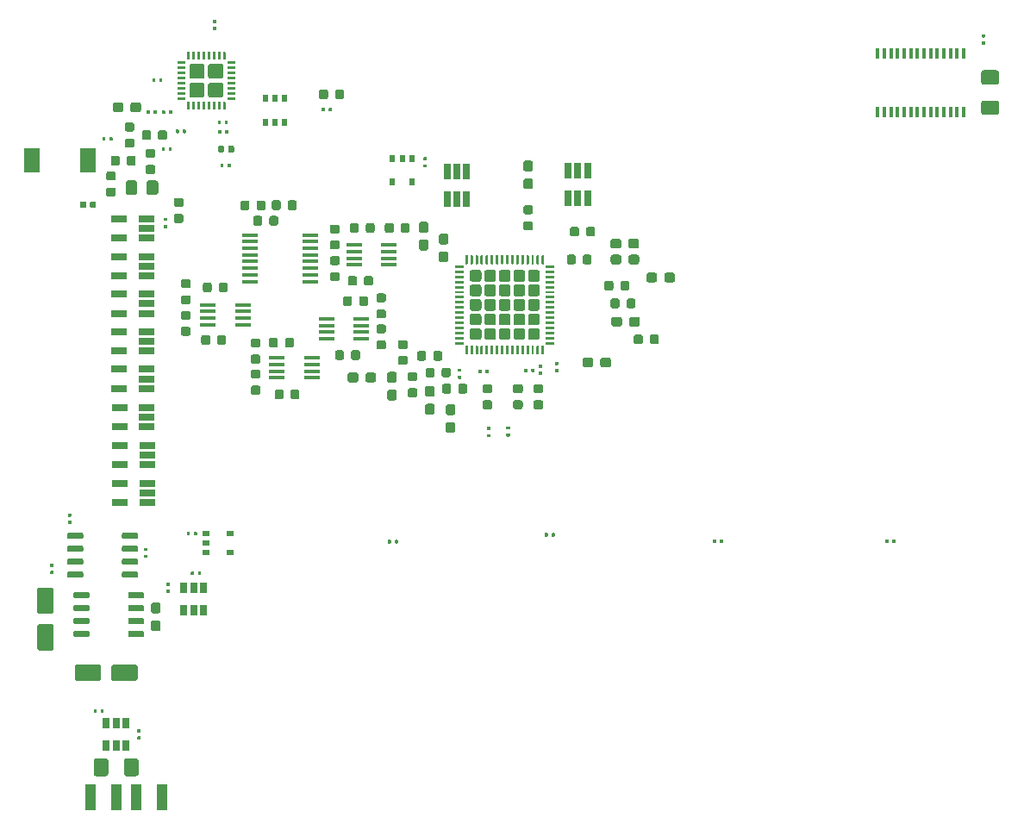
<source format=gbr>
G04 #@! TF.GenerationSoftware,KiCad,Pcbnew,5.1.5+dfsg1-2build2*
G04 #@! TF.CreationDate,2021-11-07T20:55:21-03:00*
G04 #@! TF.ProjectId,board_test,626f6172-645f-4746-9573-742e6b696361,rev?*
G04 #@! TF.SameCoordinates,Original*
G04 #@! TF.FileFunction,Paste,Top*
G04 #@! TF.FilePolarity,Positive*
%FSLAX46Y46*%
G04 Gerber Fmt 4.6, Leading zero omitted, Abs format (unit mm)*
G04 Created by KiCad (PCBNEW 5.1.5+dfsg1-2build2) date 2021-11-07 20:55:21*
%MOMM*%
%LPD*%
G04 APERTURE LIST*
%ADD10C,0.100000*%
%ADD11R,1.500000X0.450000*%
%ADD12R,1.560000X0.650000*%
%ADD13R,1.600000X0.300000*%
%ADD14R,0.400000X1.100000*%
%ADD15R,1.100000X2.500000*%
%ADD16R,1.500000X2.400000*%
%ADD17R,0.650000X1.560000*%
%ADD18R,0.650000X1.060000*%
%ADD19R,0.700000X0.510000*%
%ADD20R,0.510000X0.700000*%
G04 APERTURE END LIST*
D10*
G36*
X208899505Y-61716204D02*
G01*
X208923773Y-61719804D01*
X208947572Y-61725765D01*
X208970671Y-61734030D01*
X208992850Y-61744520D01*
X209013893Y-61757132D01*
X209033599Y-61771747D01*
X209051777Y-61788223D01*
X209068253Y-61806401D01*
X209082868Y-61826107D01*
X209095480Y-61847150D01*
X209105970Y-61869329D01*
X209114235Y-61892428D01*
X209120196Y-61916227D01*
X209123796Y-61940495D01*
X209125000Y-61964999D01*
X209125000Y-62615001D01*
X209123796Y-62639505D01*
X209120196Y-62663773D01*
X209114235Y-62687572D01*
X209105970Y-62710671D01*
X209095480Y-62732850D01*
X209082868Y-62753893D01*
X209068253Y-62773599D01*
X209051777Y-62791777D01*
X209033599Y-62808253D01*
X209013893Y-62822868D01*
X208992850Y-62835480D01*
X208970671Y-62845970D01*
X208947572Y-62854235D01*
X208923773Y-62860196D01*
X208899505Y-62863796D01*
X208875001Y-62865000D01*
X208224999Y-62865000D01*
X208200495Y-62863796D01*
X208176227Y-62860196D01*
X208152428Y-62854235D01*
X208129329Y-62845970D01*
X208107150Y-62835480D01*
X208086107Y-62822868D01*
X208066401Y-62808253D01*
X208048223Y-62791777D01*
X208031747Y-62773599D01*
X208017132Y-62753893D01*
X208004520Y-62732850D01*
X207994030Y-62710671D01*
X207985765Y-62687572D01*
X207979804Y-62663773D01*
X207976204Y-62639505D01*
X207975000Y-62615001D01*
X207975000Y-61964999D01*
X207976204Y-61940495D01*
X207979804Y-61916227D01*
X207985765Y-61892428D01*
X207994030Y-61869329D01*
X208004520Y-61847150D01*
X208017132Y-61826107D01*
X208031747Y-61806401D01*
X208048223Y-61788223D01*
X208066401Y-61771747D01*
X208086107Y-61757132D01*
X208107150Y-61744520D01*
X208129329Y-61734030D01*
X208152428Y-61725765D01*
X208176227Y-61719804D01*
X208200495Y-61716204D01*
X208224999Y-61715000D01*
X208875001Y-61715000D01*
X208899505Y-61716204D01*
G37*
G36*
X208899505Y-60286204D02*
G01*
X208923773Y-60289804D01*
X208947572Y-60295765D01*
X208970671Y-60304030D01*
X208992850Y-60314520D01*
X209013893Y-60327132D01*
X209033599Y-60341747D01*
X209051777Y-60358223D01*
X209068253Y-60376401D01*
X209082868Y-60396107D01*
X209095480Y-60417150D01*
X209105970Y-60439329D01*
X209114235Y-60462428D01*
X209120196Y-60486227D01*
X209123796Y-60510495D01*
X209125000Y-60534999D01*
X209125000Y-61185001D01*
X209123796Y-61209505D01*
X209120196Y-61233773D01*
X209114235Y-61257572D01*
X209105970Y-61280671D01*
X209095480Y-61302850D01*
X209082868Y-61323893D01*
X209068253Y-61343599D01*
X209051777Y-61361777D01*
X209033599Y-61378253D01*
X209013893Y-61392868D01*
X208992850Y-61405480D01*
X208970671Y-61415970D01*
X208947572Y-61424235D01*
X208923773Y-61430196D01*
X208899505Y-61433796D01*
X208875001Y-61435000D01*
X208224999Y-61435000D01*
X208200495Y-61433796D01*
X208176227Y-61430196D01*
X208152428Y-61424235D01*
X208129329Y-61415970D01*
X208107150Y-61405480D01*
X208086107Y-61392868D01*
X208066401Y-61378253D01*
X208048223Y-61361777D01*
X208031747Y-61343599D01*
X208017132Y-61323893D01*
X208004520Y-61302850D01*
X207994030Y-61280671D01*
X207985765Y-61257572D01*
X207979804Y-61233773D01*
X207976204Y-61209505D01*
X207975000Y-61185001D01*
X207975000Y-60534999D01*
X207976204Y-60510495D01*
X207979804Y-60486227D01*
X207985765Y-60462428D01*
X207994030Y-60439329D01*
X208004520Y-60417150D01*
X208017132Y-60396107D01*
X208031747Y-60376401D01*
X208048223Y-60358223D01*
X208066401Y-60341747D01*
X208086107Y-60327132D01*
X208107150Y-60314520D01*
X208129329Y-60304030D01*
X208152428Y-60295765D01*
X208176227Y-60289804D01*
X208200495Y-60286204D01*
X208224999Y-60285000D01*
X208875001Y-60285000D01*
X208899505Y-60286204D01*
G37*
G36*
X208899505Y-58856204D02*
G01*
X208923773Y-58859804D01*
X208947572Y-58865765D01*
X208970671Y-58874030D01*
X208992850Y-58884520D01*
X209013893Y-58897132D01*
X209033599Y-58911747D01*
X209051777Y-58928223D01*
X209068253Y-58946401D01*
X209082868Y-58966107D01*
X209095480Y-58987150D01*
X209105970Y-59009329D01*
X209114235Y-59032428D01*
X209120196Y-59056227D01*
X209123796Y-59080495D01*
X209125000Y-59104999D01*
X209125000Y-59755001D01*
X209123796Y-59779505D01*
X209120196Y-59803773D01*
X209114235Y-59827572D01*
X209105970Y-59850671D01*
X209095480Y-59872850D01*
X209082868Y-59893893D01*
X209068253Y-59913599D01*
X209051777Y-59931777D01*
X209033599Y-59948253D01*
X209013893Y-59962868D01*
X208992850Y-59975480D01*
X208970671Y-59985970D01*
X208947572Y-59994235D01*
X208923773Y-60000196D01*
X208899505Y-60003796D01*
X208875001Y-60005000D01*
X208224999Y-60005000D01*
X208200495Y-60003796D01*
X208176227Y-60000196D01*
X208152428Y-59994235D01*
X208129329Y-59985970D01*
X208107150Y-59975480D01*
X208086107Y-59962868D01*
X208066401Y-59948253D01*
X208048223Y-59931777D01*
X208031747Y-59913599D01*
X208017132Y-59893893D01*
X208004520Y-59872850D01*
X207994030Y-59850671D01*
X207985765Y-59827572D01*
X207979804Y-59803773D01*
X207976204Y-59779505D01*
X207975000Y-59755001D01*
X207975000Y-59104999D01*
X207976204Y-59080495D01*
X207979804Y-59056227D01*
X207985765Y-59032428D01*
X207994030Y-59009329D01*
X208004520Y-58987150D01*
X208017132Y-58966107D01*
X208031747Y-58946401D01*
X208048223Y-58928223D01*
X208066401Y-58911747D01*
X208086107Y-58897132D01*
X208107150Y-58884520D01*
X208129329Y-58874030D01*
X208152428Y-58865765D01*
X208176227Y-58859804D01*
X208200495Y-58856204D01*
X208224999Y-58855000D01*
X208875001Y-58855000D01*
X208899505Y-58856204D01*
G37*
G36*
X208899505Y-57426204D02*
G01*
X208923773Y-57429804D01*
X208947572Y-57435765D01*
X208970671Y-57444030D01*
X208992850Y-57454520D01*
X209013893Y-57467132D01*
X209033599Y-57481747D01*
X209051777Y-57498223D01*
X209068253Y-57516401D01*
X209082868Y-57536107D01*
X209095480Y-57557150D01*
X209105970Y-57579329D01*
X209114235Y-57602428D01*
X209120196Y-57626227D01*
X209123796Y-57650495D01*
X209125000Y-57674999D01*
X209125000Y-58325001D01*
X209123796Y-58349505D01*
X209120196Y-58373773D01*
X209114235Y-58397572D01*
X209105970Y-58420671D01*
X209095480Y-58442850D01*
X209082868Y-58463893D01*
X209068253Y-58483599D01*
X209051777Y-58501777D01*
X209033599Y-58518253D01*
X209013893Y-58532868D01*
X208992850Y-58545480D01*
X208970671Y-58555970D01*
X208947572Y-58564235D01*
X208923773Y-58570196D01*
X208899505Y-58573796D01*
X208875001Y-58575000D01*
X208224999Y-58575000D01*
X208200495Y-58573796D01*
X208176227Y-58570196D01*
X208152428Y-58564235D01*
X208129329Y-58555970D01*
X208107150Y-58545480D01*
X208086107Y-58532868D01*
X208066401Y-58518253D01*
X208048223Y-58501777D01*
X208031747Y-58483599D01*
X208017132Y-58463893D01*
X208004520Y-58442850D01*
X207994030Y-58420671D01*
X207985765Y-58397572D01*
X207979804Y-58373773D01*
X207976204Y-58349505D01*
X207975000Y-58325001D01*
X207975000Y-57674999D01*
X207976204Y-57650495D01*
X207979804Y-57626227D01*
X207985765Y-57602428D01*
X207994030Y-57579329D01*
X208004520Y-57557150D01*
X208017132Y-57536107D01*
X208031747Y-57516401D01*
X208048223Y-57498223D01*
X208066401Y-57481747D01*
X208086107Y-57467132D01*
X208107150Y-57454520D01*
X208129329Y-57444030D01*
X208152428Y-57435765D01*
X208176227Y-57429804D01*
X208200495Y-57426204D01*
X208224999Y-57425000D01*
X208875001Y-57425000D01*
X208899505Y-57426204D01*
G37*
G36*
X208899505Y-55996204D02*
G01*
X208923773Y-55999804D01*
X208947572Y-56005765D01*
X208970671Y-56014030D01*
X208992850Y-56024520D01*
X209013893Y-56037132D01*
X209033599Y-56051747D01*
X209051777Y-56068223D01*
X209068253Y-56086401D01*
X209082868Y-56106107D01*
X209095480Y-56127150D01*
X209105970Y-56149329D01*
X209114235Y-56172428D01*
X209120196Y-56196227D01*
X209123796Y-56220495D01*
X209125000Y-56244999D01*
X209125000Y-56895001D01*
X209123796Y-56919505D01*
X209120196Y-56943773D01*
X209114235Y-56967572D01*
X209105970Y-56990671D01*
X209095480Y-57012850D01*
X209082868Y-57033893D01*
X209068253Y-57053599D01*
X209051777Y-57071777D01*
X209033599Y-57088253D01*
X209013893Y-57102868D01*
X208992850Y-57115480D01*
X208970671Y-57125970D01*
X208947572Y-57134235D01*
X208923773Y-57140196D01*
X208899505Y-57143796D01*
X208875001Y-57145000D01*
X208224999Y-57145000D01*
X208200495Y-57143796D01*
X208176227Y-57140196D01*
X208152428Y-57134235D01*
X208129329Y-57125970D01*
X208107150Y-57115480D01*
X208086107Y-57102868D01*
X208066401Y-57088253D01*
X208048223Y-57071777D01*
X208031747Y-57053599D01*
X208017132Y-57033893D01*
X208004520Y-57012850D01*
X207994030Y-56990671D01*
X207985765Y-56967572D01*
X207979804Y-56943773D01*
X207976204Y-56919505D01*
X207975000Y-56895001D01*
X207975000Y-56244999D01*
X207976204Y-56220495D01*
X207979804Y-56196227D01*
X207985765Y-56172428D01*
X207994030Y-56149329D01*
X208004520Y-56127150D01*
X208017132Y-56106107D01*
X208031747Y-56086401D01*
X208048223Y-56068223D01*
X208066401Y-56051747D01*
X208086107Y-56037132D01*
X208107150Y-56024520D01*
X208129329Y-56014030D01*
X208152428Y-56005765D01*
X208176227Y-55999804D01*
X208200495Y-55996204D01*
X208224999Y-55995000D01*
X208875001Y-55995000D01*
X208899505Y-55996204D01*
G37*
G36*
X207469505Y-61716204D02*
G01*
X207493773Y-61719804D01*
X207517572Y-61725765D01*
X207540671Y-61734030D01*
X207562850Y-61744520D01*
X207583893Y-61757132D01*
X207603599Y-61771747D01*
X207621777Y-61788223D01*
X207638253Y-61806401D01*
X207652868Y-61826107D01*
X207665480Y-61847150D01*
X207675970Y-61869329D01*
X207684235Y-61892428D01*
X207690196Y-61916227D01*
X207693796Y-61940495D01*
X207695000Y-61964999D01*
X207695000Y-62615001D01*
X207693796Y-62639505D01*
X207690196Y-62663773D01*
X207684235Y-62687572D01*
X207675970Y-62710671D01*
X207665480Y-62732850D01*
X207652868Y-62753893D01*
X207638253Y-62773599D01*
X207621777Y-62791777D01*
X207603599Y-62808253D01*
X207583893Y-62822868D01*
X207562850Y-62835480D01*
X207540671Y-62845970D01*
X207517572Y-62854235D01*
X207493773Y-62860196D01*
X207469505Y-62863796D01*
X207445001Y-62865000D01*
X206794999Y-62865000D01*
X206770495Y-62863796D01*
X206746227Y-62860196D01*
X206722428Y-62854235D01*
X206699329Y-62845970D01*
X206677150Y-62835480D01*
X206656107Y-62822868D01*
X206636401Y-62808253D01*
X206618223Y-62791777D01*
X206601747Y-62773599D01*
X206587132Y-62753893D01*
X206574520Y-62732850D01*
X206564030Y-62710671D01*
X206555765Y-62687572D01*
X206549804Y-62663773D01*
X206546204Y-62639505D01*
X206545000Y-62615001D01*
X206545000Y-61964999D01*
X206546204Y-61940495D01*
X206549804Y-61916227D01*
X206555765Y-61892428D01*
X206564030Y-61869329D01*
X206574520Y-61847150D01*
X206587132Y-61826107D01*
X206601747Y-61806401D01*
X206618223Y-61788223D01*
X206636401Y-61771747D01*
X206656107Y-61757132D01*
X206677150Y-61744520D01*
X206699329Y-61734030D01*
X206722428Y-61725765D01*
X206746227Y-61719804D01*
X206770495Y-61716204D01*
X206794999Y-61715000D01*
X207445001Y-61715000D01*
X207469505Y-61716204D01*
G37*
G36*
X207469505Y-60286204D02*
G01*
X207493773Y-60289804D01*
X207517572Y-60295765D01*
X207540671Y-60304030D01*
X207562850Y-60314520D01*
X207583893Y-60327132D01*
X207603599Y-60341747D01*
X207621777Y-60358223D01*
X207638253Y-60376401D01*
X207652868Y-60396107D01*
X207665480Y-60417150D01*
X207675970Y-60439329D01*
X207684235Y-60462428D01*
X207690196Y-60486227D01*
X207693796Y-60510495D01*
X207695000Y-60534999D01*
X207695000Y-61185001D01*
X207693796Y-61209505D01*
X207690196Y-61233773D01*
X207684235Y-61257572D01*
X207675970Y-61280671D01*
X207665480Y-61302850D01*
X207652868Y-61323893D01*
X207638253Y-61343599D01*
X207621777Y-61361777D01*
X207603599Y-61378253D01*
X207583893Y-61392868D01*
X207562850Y-61405480D01*
X207540671Y-61415970D01*
X207517572Y-61424235D01*
X207493773Y-61430196D01*
X207469505Y-61433796D01*
X207445001Y-61435000D01*
X206794999Y-61435000D01*
X206770495Y-61433796D01*
X206746227Y-61430196D01*
X206722428Y-61424235D01*
X206699329Y-61415970D01*
X206677150Y-61405480D01*
X206656107Y-61392868D01*
X206636401Y-61378253D01*
X206618223Y-61361777D01*
X206601747Y-61343599D01*
X206587132Y-61323893D01*
X206574520Y-61302850D01*
X206564030Y-61280671D01*
X206555765Y-61257572D01*
X206549804Y-61233773D01*
X206546204Y-61209505D01*
X206545000Y-61185001D01*
X206545000Y-60534999D01*
X206546204Y-60510495D01*
X206549804Y-60486227D01*
X206555765Y-60462428D01*
X206564030Y-60439329D01*
X206574520Y-60417150D01*
X206587132Y-60396107D01*
X206601747Y-60376401D01*
X206618223Y-60358223D01*
X206636401Y-60341747D01*
X206656107Y-60327132D01*
X206677150Y-60314520D01*
X206699329Y-60304030D01*
X206722428Y-60295765D01*
X206746227Y-60289804D01*
X206770495Y-60286204D01*
X206794999Y-60285000D01*
X207445001Y-60285000D01*
X207469505Y-60286204D01*
G37*
G36*
X207469505Y-58856204D02*
G01*
X207493773Y-58859804D01*
X207517572Y-58865765D01*
X207540671Y-58874030D01*
X207562850Y-58884520D01*
X207583893Y-58897132D01*
X207603599Y-58911747D01*
X207621777Y-58928223D01*
X207638253Y-58946401D01*
X207652868Y-58966107D01*
X207665480Y-58987150D01*
X207675970Y-59009329D01*
X207684235Y-59032428D01*
X207690196Y-59056227D01*
X207693796Y-59080495D01*
X207695000Y-59104999D01*
X207695000Y-59755001D01*
X207693796Y-59779505D01*
X207690196Y-59803773D01*
X207684235Y-59827572D01*
X207675970Y-59850671D01*
X207665480Y-59872850D01*
X207652868Y-59893893D01*
X207638253Y-59913599D01*
X207621777Y-59931777D01*
X207603599Y-59948253D01*
X207583893Y-59962868D01*
X207562850Y-59975480D01*
X207540671Y-59985970D01*
X207517572Y-59994235D01*
X207493773Y-60000196D01*
X207469505Y-60003796D01*
X207445001Y-60005000D01*
X206794999Y-60005000D01*
X206770495Y-60003796D01*
X206746227Y-60000196D01*
X206722428Y-59994235D01*
X206699329Y-59985970D01*
X206677150Y-59975480D01*
X206656107Y-59962868D01*
X206636401Y-59948253D01*
X206618223Y-59931777D01*
X206601747Y-59913599D01*
X206587132Y-59893893D01*
X206574520Y-59872850D01*
X206564030Y-59850671D01*
X206555765Y-59827572D01*
X206549804Y-59803773D01*
X206546204Y-59779505D01*
X206545000Y-59755001D01*
X206545000Y-59104999D01*
X206546204Y-59080495D01*
X206549804Y-59056227D01*
X206555765Y-59032428D01*
X206564030Y-59009329D01*
X206574520Y-58987150D01*
X206587132Y-58966107D01*
X206601747Y-58946401D01*
X206618223Y-58928223D01*
X206636401Y-58911747D01*
X206656107Y-58897132D01*
X206677150Y-58884520D01*
X206699329Y-58874030D01*
X206722428Y-58865765D01*
X206746227Y-58859804D01*
X206770495Y-58856204D01*
X206794999Y-58855000D01*
X207445001Y-58855000D01*
X207469505Y-58856204D01*
G37*
G36*
X207469505Y-57426204D02*
G01*
X207493773Y-57429804D01*
X207517572Y-57435765D01*
X207540671Y-57444030D01*
X207562850Y-57454520D01*
X207583893Y-57467132D01*
X207603599Y-57481747D01*
X207621777Y-57498223D01*
X207638253Y-57516401D01*
X207652868Y-57536107D01*
X207665480Y-57557150D01*
X207675970Y-57579329D01*
X207684235Y-57602428D01*
X207690196Y-57626227D01*
X207693796Y-57650495D01*
X207695000Y-57674999D01*
X207695000Y-58325001D01*
X207693796Y-58349505D01*
X207690196Y-58373773D01*
X207684235Y-58397572D01*
X207675970Y-58420671D01*
X207665480Y-58442850D01*
X207652868Y-58463893D01*
X207638253Y-58483599D01*
X207621777Y-58501777D01*
X207603599Y-58518253D01*
X207583893Y-58532868D01*
X207562850Y-58545480D01*
X207540671Y-58555970D01*
X207517572Y-58564235D01*
X207493773Y-58570196D01*
X207469505Y-58573796D01*
X207445001Y-58575000D01*
X206794999Y-58575000D01*
X206770495Y-58573796D01*
X206746227Y-58570196D01*
X206722428Y-58564235D01*
X206699329Y-58555970D01*
X206677150Y-58545480D01*
X206656107Y-58532868D01*
X206636401Y-58518253D01*
X206618223Y-58501777D01*
X206601747Y-58483599D01*
X206587132Y-58463893D01*
X206574520Y-58442850D01*
X206564030Y-58420671D01*
X206555765Y-58397572D01*
X206549804Y-58373773D01*
X206546204Y-58349505D01*
X206545000Y-58325001D01*
X206545000Y-57674999D01*
X206546204Y-57650495D01*
X206549804Y-57626227D01*
X206555765Y-57602428D01*
X206564030Y-57579329D01*
X206574520Y-57557150D01*
X206587132Y-57536107D01*
X206601747Y-57516401D01*
X206618223Y-57498223D01*
X206636401Y-57481747D01*
X206656107Y-57467132D01*
X206677150Y-57454520D01*
X206699329Y-57444030D01*
X206722428Y-57435765D01*
X206746227Y-57429804D01*
X206770495Y-57426204D01*
X206794999Y-57425000D01*
X207445001Y-57425000D01*
X207469505Y-57426204D01*
G37*
G36*
X207469505Y-55996204D02*
G01*
X207493773Y-55999804D01*
X207517572Y-56005765D01*
X207540671Y-56014030D01*
X207562850Y-56024520D01*
X207583893Y-56037132D01*
X207603599Y-56051747D01*
X207621777Y-56068223D01*
X207638253Y-56086401D01*
X207652868Y-56106107D01*
X207665480Y-56127150D01*
X207675970Y-56149329D01*
X207684235Y-56172428D01*
X207690196Y-56196227D01*
X207693796Y-56220495D01*
X207695000Y-56244999D01*
X207695000Y-56895001D01*
X207693796Y-56919505D01*
X207690196Y-56943773D01*
X207684235Y-56967572D01*
X207675970Y-56990671D01*
X207665480Y-57012850D01*
X207652868Y-57033893D01*
X207638253Y-57053599D01*
X207621777Y-57071777D01*
X207603599Y-57088253D01*
X207583893Y-57102868D01*
X207562850Y-57115480D01*
X207540671Y-57125970D01*
X207517572Y-57134235D01*
X207493773Y-57140196D01*
X207469505Y-57143796D01*
X207445001Y-57145000D01*
X206794999Y-57145000D01*
X206770495Y-57143796D01*
X206746227Y-57140196D01*
X206722428Y-57134235D01*
X206699329Y-57125970D01*
X206677150Y-57115480D01*
X206656107Y-57102868D01*
X206636401Y-57088253D01*
X206618223Y-57071777D01*
X206601747Y-57053599D01*
X206587132Y-57033893D01*
X206574520Y-57012850D01*
X206564030Y-56990671D01*
X206555765Y-56967572D01*
X206549804Y-56943773D01*
X206546204Y-56919505D01*
X206545000Y-56895001D01*
X206545000Y-56244999D01*
X206546204Y-56220495D01*
X206549804Y-56196227D01*
X206555765Y-56172428D01*
X206564030Y-56149329D01*
X206574520Y-56127150D01*
X206587132Y-56106107D01*
X206601747Y-56086401D01*
X206618223Y-56068223D01*
X206636401Y-56051747D01*
X206656107Y-56037132D01*
X206677150Y-56024520D01*
X206699329Y-56014030D01*
X206722428Y-56005765D01*
X206746227Y-55999804D01*
X206770495Y-55996204D01*
X206794999Y-55995000D01*
X207445001Y-55995000D01*
X207469505Y-55996204D01*
G37*
G36*
X206039505Y-61716204D02*
G01*
X206063773Y-61719804D01*
X206087572Y-61725765D01*
X206110671Y-61734030D01*
X206132850Y-61744520D01*
X206153893Y-61757132D01*
X206173599Y-61771747D01*
X206191777Y-61788223D01*
X206208253Y-61806401D01*
X206222868Y-61826107D01*
X206235480Y-61847150D01*
X206245970Y-61869329D01*
X206254235Y-61892428D01*
X206260196Y-61916227D01*
X206263796Y-61940495D01*
X206265000Y-61964999D01*
X206265000Y-62615001D01*
X206263796Y-62639505D01*
X206260196Y-62663773D01*
X206254235Y-62687572D01*
X206245970Y-62710671D01*
X206235480Y-62732850D01*
X206222868Y-62753893D01*
X206208253Y-62773599D01*
X206191777Y-62791777D01*
X206173599Y-62808253D01*
X206153893Y-62822868D01*
X206132850Y-62835480D01*
X206110671Y-62845970D01*
X206087572Y-62854235D01*
X206063773Y-62860196D01*
X206039505Y-62863796D01*
X206015001Y-62865000D01*
X205364999Y-62865000D01*
X205340495Y-62863796D01*
X205316227Y-62860196D01*
X205292428Y-62854235D01*
X205269329Y-62845970D01*
X205247150Y-62835480D01*
X205226107Y-62822868D01*
X205206401Y-62808253D01*
X205188223Y-62791777D01*
X205171747Y-62773599D01*
X205157132Y-62753893D01*
X205144520Y-62732850D01*
X205134030Y-62710671D01*
X205125765Y-62687572D01*
X205119804Y-62663773D01*
X205116204Y-62639505D01*
X205115000Y-62615001D01*
X205115000Y-61964999D01*
X205116204Y-61940495D01*
X205119804Y-61916227D01*
X205125765Y-61892428D01*
X205134030Y-61869329D01*
X205144520Y-61847150D01*
X205157132Y-61826107D01*
X205171747Y-61806401D01*
X205188223Y-61788223D01*
X205206401Y-61771747D01*
X205226107Y-61757132D01*
X205247150Y-61744520D01*
X205269329Y-61734030D01*
X205292428Y-61725765D01*
X205316227Y-61719804D01*
X205340495Y-61716204D01*
X205364999Y-61715000D01*
X206015001Y-61715000D01*
X206039505Y-61716204D01*
G37*
G36*
X206039505Y-60286204D02*
G01*
X206063773Y-60289804D01*
X206087572Y-60295765D01*
X206110671Y-60304030D01*
X206132850Y-60314520D01*
X206153893Y-60327132D01*
X206173599Y-60341747D01*
X206191777Y-60358223D01*
X206208253Y-60376401D01*
X206222868Y-60396107D01*
X206235480Y-60417150D01*
X206245970Y-60439329D01*
X206254235Y-60462428D01*
X206260196Y-60486227D01*
X206263796Y-60510495D01*
X206265000Y-60534999D01*
X206265000Y-61185001D01*
X206263796Y-61209505D01*
X206260196Y-61233773D01*
X206254235Y-61257572D01*
X206245970Y-61280671D01*
X206235480Y-61302850D01*
X206222868Y-61323893D01*
X206208253Y-61343599D01*
X206191777Y-61361777D01*
X206173599Y-61378253D01*
X206153893Y-61392868D01*
X206132850Y-61405480D01*
X206110671Y-61415970D01*
X206087572Y-61424235D01*
X206063773Y-61430196D01*
X206039505Y-61433796D01*
X206015001Y-61435000D01*
X205364999Y-61435000D01*
X205340495Y-61433796D01*
X205316227Y-61430196D01*
X205292428Y-61424235D01*
X205269329Y-61415970D01*
X205247150Y-61405480D01*
X205226107Y-61392868D01*
X205206401Y-61378253D01*
X205188223Y-61361777D01*
X205171747Y-61343599D01*
X205157132Y-61323893D01*
X205144520Y-61302850D01*
X205134030Y-61280671D01*
X205125765Y-61257572D01*
X205119804Y-61233773D01*
X205116204Y-61209505D01*
X205115000Y-61185001D01*
X205115000Y-60534999D01*
X205116204Y-60510495D01*
X205119804Y-60486227D01*
X205125765Y-60462428D01*
X205134030Y-60439329D01*
X205144520Y-60417150D01*
X205157132Y-60396107D01*
X205171747Y-60376401D01*
X205188223Y-60358223D01*
X205206401Y-60341747D01*
X205226107Y-60327132D01*
X205247150Y-60314520D01*
X205269329Y-60304030D01*
X205292428Y-60295765D01*
X205316227Y-60289804D01*
X205340495Y-60286204D01*
X205364999Y-60285000D01*
X206015001Y-60285000D01*
X206039505Y-60286204D01*
G37*
G36*
X206039505Y-58856204D02*
G01*
X206063773Y-58859804D01*
X206087572Y-58865765D01*
X206110671Y-58874030D01*
X206132850Y-58884520D01*
X206153893Y-58897132D01*
X206173599Y-58911747D01*
X206191777Y-58928223D01*
X206208253Y-58946401D01*
X206222868Y-58966107D01*
X206235480Y-58987150D01*
X206245970Y-59009329D01*
X206254235Y-59032428D01*
X206260196Y-59056227D01*
X206263796Y-59080495D01*
X206265000Y-59104999D01*
X206265000Y-59755001D01*
X206263796Y-59779505D01*
X206260196Y-59803773D01*
X206254235Y-59827572D01*
X206245970Y-59850671D01*
X206235480Y-59872850D01*
X206222868Y-59893893D01*
X206208253Y-59913599D01*
X206191777Y-59931777D01*
X206173599Y-59948253D01*
X206153893Y-59962868D01*
X206132850Y-59975480D01*
X206110671Y-59985970D01*
X206087572Y-59994235D01*
X206063773Y-60000196D01*
X206039505Y-60003796D01*
X206015001Y-60005000D01*
X205364999Y-60005000D01*
X205340495Y-60003796D01*
X205316227Y-60000196D01*
X205292428Y-59994235D01*
X205269329Y-59985970D01*
X205247150Y-59975480D01*
X205226107Y-59962868D01*
X205206401Y-59948253D01*
X205188223Y-59931777D01*
X205171747Y-59913599D01*
X205157132Y-59893893D01*
X205144520Y-59872850D01*
X205134030Y-59850671D01*
X205125765Y-59827572D01*
X205119804Y-59803773D01*
X205116204Y-59779505D01*
X205115000Y-59755001D01*
X205115000Y-59104999D01*
X205116204Y-59080495D01*
X205119804Y-59056227D01*
X205125765Y-59032428D01*
X205134030Y-59009329D01*
X205144520Y-58987150D01*
X205157132Y-58966107D01*
X205171747Y-58946401D01*
X205188223Y-58928223D01*
X205206401Y-58911747D01*
X205226107Y-58897132D01*
X205247150Y-58884520D01*
X205269329Y-58874030D01*
X205292428Y-58865765D01*
X205316227Y-58859804D01*
X205340495Y-58856204D01*
X205364999Y-58855000D01*
X206015001Y-58855000D01*
X206039505Y-58856204D01*
G37*
G36*
X206039505Y-57426204D02*
G01*
X206063773Y-57429804D01*
X206087572Y-57435765D01*
X206110671Y-57444030D01*
X206132850Y-57454520D01*
X206153893Y-57467132D01*
X206173599Y-57481747D01*
X206191777Y-57498223D01*
X206208253Y-57516401D01*
X206222868Y-57536107D01*
X206235480Y-57557150D01*
X206245970Y-57579329D01*
X206254235Y-57602428D01*
X206260196Y-57626227D01*
X206263796Y-57650495D01*
X206265000Y-57674999D01*
X206265000Y-58325001D01*
X206263796Y-58349505D01*
X206260196Y-58373773D01*
X206254235Y-58397572D01*
X206245970Y-58420671D01*
X206235480Y-58442850D01*
X206222868Y-58463893D01*
X206208253Y-58483599D01*
X206191777Y-58501777D01*
X206173599Y-58518253D01*
X206153893Y-58532868D01*
X206132850Y-58545480D01*
X206110671Y-58555970D01*
X206087572Y-58564235D01*
X206063773Y-58570196D01*
X206039505Y-58573796D01*
X206015001Y-58575000D01*
X205364999Y-58575000D01*
X205340495Y-58573796D01*
X205316227Y-58570196D01*
X205292428Y-58564235D01*
X205269329Y-58555970D01*
X205247150Y-58545480D01*
X205226107Y-58532868D01*
X205206401Y-58518253D01*
X205188223Y-58501777D01*
X205171747Y-58483599D01*
X205157132Y-58463893D01*
X205144520Y-58442850D01*
X205134030Y-58420671D01*
X205125765Y-58397572D01*
X205119804Y-58373773D01*
X205116204Y-58349505D01*
X205115000Y-58325001D01*
X205115000Y-57674999D01*
X205116204Y-57650495D01*
X205119804Y-57626227D01*
X205125765Y-57602428D01*
X205134030Y-57579329D01*
X205144520Y-57557150D01*
X205157132Y-57536107D01*
X205171747Y-57516401D01*
X205188223Y-57498223D01*
X205206401Y-57481747D01*
X205226107Y-57467132D01*
X205247150Y-57454520D01*
X205269329Y-57444030D01*
X205292428Y-57435765D01*
X205316227Y-57429804D01*
X205340495Y-57426204D01*
X205364999Y-57425000D01*
X206015001Y-57425000D01*
X206039505Y-57426204D01*
G37*
G36*
X206039505Y-55996204D02*
G01*
X206063773Y-55999804D01*
X206087572Y-56005765D01*
X206110671Y-56014030D01*
X206132850Y-56024520D01*
X206153893Y-56037132D01*
X206173599Y-56051747D01*
X206191777Y-56068223D01*
X206208253Y-56086401D01*
X206222868Y-56106107D01*
X206235480Y-56127150D01*
X206245970Y-56149329D01*
X206254235Y-56172428D01*
X206260196Y-56196227D01*
X206263796Y-56220495D01*
X206265000Y-56244999D01*
X206265000Y-56895001D01*
X206263796Y-56919505D01*
X206260196Y-56943773D01*
X206254235Y-56967572D01*
X206245970Y-56990671D01*
X206235480Y-57012850D01*
X206222868Y-57033893D01*
X206208253Y-57053599D01*
X206191777Y-57071777D01*
X206173599Y-57088253D01*
X206153893Y-57102868D01*
X206132850Y-57115480D01*
X206110671Y-57125970D01*
X206087572Y-57134235D01*
X206063773Y-57140196D01*
X206039505Y-57143796D01*
X206015001Y-57145000D01*
X205364999Y-57145000D01*
X205340495Y-57143796D01*
X205316227Y-57140196D01*
X205292428Y-57134235D01*
X205269329Y-57125970D01*
X205247150Y-57115480D01*
X205226107Y-57102868D01*
X205206401Y-57088253D01*
X205188223Y-57071777D01*
X205171747Y-57053599D01*
X205157132Y-57033893D01*
X205144520Y-57012850D01*
X205134030Y-56990671D01*
X205125765Y-56967572D01*
X205119804Y-56943773D01*
X205116204Y-56919505D01*
X205115000Y-56895001D01*
X205115000Y-56244999D01*
X205116204Y-56220495D01*
X205119804Y-56196227D01*
X205125765Y-56172428D01*
X205134030Y-56149329D01*
X205144520Y-56127150D01*
X205157132Y-56106107D01*
X205171747Y-56086401D01*
X205188223Y-56068223D01*
X205206401Y-56051747D01*
X205226107Y-56037132D01*
X205247150Y-56024520D01*
X205269329Y-56014030D01*
X205292428Y-56005765D01*
X205316227Y-55999804D01*
X205340495Y-55996204D01*
X205364999Y-55995000D01*
X206015001Y-55995000D01*
X206039505Y-55996204D01*
G37*
G36*
X204609505Y-61716204D02*
G01*
X204633773Y-61719804D01*
X204657572Y-61725765D01*
X204680671Y-61734030D01*
X204702850Y-61744520D01*
X204723893Y-61757132D01*
X204743599Y-61771747D01*
X204761777Y-61788223D01*
X204778253Y-61806401D01*
X204792868Y-61826107D01*
X204805480Y-61847150D01*
X204815970Y-61869329D01*
X204824235Y-61892428D01*
X204830196Y-61916227D01*
X204833796Y-61940495D01*
X204835000Y-61964999D01*
X204835000Y-62615001D01*
X204833796Y-62639505D01*
X204830196Y-62663773D01*
X204824235Y-62687572D01*
X204815970Y-62710671D01*
X204805480Y-62732850D01*
X204792868Y-62753893D01*
X204778253Y-62773599D01*
X204761777Y-62791777D01*
X204743599Y-62808253D01*
X204723893Y-62822868D01*
X204702850Y-62835480D01*
X204680671Y-62845970D01*
X204657572Y-62854235D01*
X204633773Y-62860196D01*
X204609505Y-62863796D01*
X204585001Y-62865000D01*
X203934999Y-62865000D01*
X203910495Y-62863796D01*
X203886227Y-62860196D01*
X203862428Y-62854235D01*
X203839329Y-62845970D01*
X203817150Y-62835480D01*
X203796107Y-62822868D01*
X203776401Y-62808253D01*
X203758223Y-62791777D01*
X203741747Y-62773599D01*
X203727132Y-62753893D01*
X203714520Y-62732850D01*
X203704030Y-62710671D01*
X203695765Y-62687572D01*
X203689804Y-62663773D01*
X203686204Y-62639505D01*
X203685000Y-62615001D01*
X203685000Y-61964999D01*
X203686204Y-61940495D01*
X203689804Y-61916227D01*
X203695765Y-61892428D01*
X203704030Y-61869329D01*
X203714520Y-61847150D01*
X203727132Y-61826107D01*
X203741747Y-61806401D01*
X203758223Y-61788223D01*
X203776401Y-61771747D01*
X203796107Y-61757132D01*
X203817150Y-61744520D01*
X203839329Y-61734030D01*
X203862428Y-61725765D01*
X203886227Y-61719804D01*
X203910495Y-61716204D01*
X203934999Y-61715000D01*
X204585001Y-61715000D01*
X204609505Y-61716204D01*
G37*
G36*
X204609505Y-60286204D02*
G01*
X204633773Y-60289804D01*
X204657572Y-60295765D01*
X204680671Y-60304030D01*
X204702850Y-60314520D01*
X204723893Y-60327132D01*
X204743599Y-60341747D01*
X204761777Y-60358223D01*
X204778253Y-60376401D01*
X204792868Y-60396107D01*
X204805480Y-60417150D01*
X204815970Y-60439329D01*
X204824235Y-60462428D01*
X204830196Y-60486227D01*
X204833796Y-60510495D01*
X204835000Y-60534999D01*
X204835000Y-61185001D01*
X204833796Y-61209505D01*
X204830196Y-61233773D01*
X204824235Y-61257572D01*
X204815970Y-61280671D01*
X204805480Y-61302850D01*
X204792868Y-61323893D01*
X204778253Y-61343599D01*
X204761777Y-61361777D01*
X204743599Y-61378253D01*
X204723893Y-61392868D01*
X204702850Y-61405480D01*
X204680671Y-61415970D01*
X204657572Y-61424235D01*
X204633773Y-61430196D01*
X204609505Y-61433796D01*
X204585001Y-61435000D01*
X203934999Y-61435000D01*
X203910495Y-61433796D01*
X203886227Y-61430196D01*
X203862428Y-61424235D01*
X203839329Y-61415970D01*
X203817150Y-61405480D01*
X203796107Y-61392868D01*
X203776401Y-61378253D01*
X203758223Y-61361777D01*
X203741747Y-61343599D01*
X203727132Y-61323893D01*
X203714520Y-61302850D01*
X203704030Y-61280671D01*
X203695765Y-61257572D01*
X203689804Y-61233773D01*
X203686204Y-61209505D01*
X203685000Y-61185001D01*
X203685000Y-60534999D01*
X203686204Y-60510495D01*
X203689804Y-60486227D01*
X203695765Y-60462428D01*
X203704030Y-60439329D01*
X203714520Y-60417150D01*
X203727132Y-60396107D01*
X203741747Y-60376401D01*
X203758223Y-60358223D01*
X203776401Y-60341747D01*
X203796107Y-60327132D01*
X203817150Y-60314520D01*
X203839329Y-60304030D01*
X203862428Y-60295765D01*
X203886227Y-60289804D01*
X203910495Y-60286204D01*
X203934999Y-60285000D01*
X204585001Y-60285000D01*
X204609505Y-60286204D01*
G37*
G36*
X204609505Y-58856204D02*
G01*
X204633773Y-58859804D01*
X204657572Y-58865765D01*
X204680671Y-58874030D01*
X204702850Y-58884520D01*
X204723893Y-58897132D01*
X204743599Y-58911747D01*
X204761777Y-58928223D01*
X204778253Y-58946401D01*
X204792868Y-58966107D01*
X204805480Y-58987150D01*
X204815970Y-59009329D01*
X204824235Y-59032428D01*
X204830196Y-59056227D01*
X204833796Y-59080495D01*
X204835000Y-59104999D01*
X204835000Y-59755001D01*
X204833796Y-59779505D01*
X204830196Y-59803773D01*
X204824235Y-59827572D01*
X204815970Y-59850671D01*
X204805480Y-59872850D01*
X204792868Y-59893893D01*
X204778253Y-59913599D01*
X204761777Y-59931777D01*
X204743599Y-59948253D01*
X204723893Y-59962868D01*
X204702850Y-59975480D01*
X204680671Y-59985970D01*
X204657572Y-59994235D01*
X204633773Y-60000196D01*
X204609505Y-60003796D01*
X204585001Y-60005000D01*
X203934999Y-60005000D01*
X203910495Y-60003796D01*
X203886227Y-60000196D01*
X203862428Y-59994235D01*
X203839329Y-59985970D01*
X203817150Y-59975480D01*
X203796107Y-59962868D01*
X203776401Y-59948253D01*
X203758223Y-59931777D01*
X203741747Y-59913599D01*
X203727132Y-59893893D01*
X203714520Y-59872850D01*
X203704030Y-59850671D01*
X203695765Y-59827572D01*
X203689804Y-59803773D01*
X203686204Y-59779505D01*
X203685000Y-59755001D01*
X203685000Y-59104999D01*
X203686204Y-59080495D01*
X203689804Y-59056227D01*
X203695765Y-59032428D01*
X203704030Y-59009329D01*
X203714520Y-58987150D01*
X203727132Y-58966107D01*
X203741747Y-58946401D01*
X203758223Y-58928223D01*
X203776401Y-58911747D01*
X203796107Y-58897132D01*
X203817150Y-58884520D01*
X203839329Y-58874030D01*
X203862428Y-58865765D01*
X203886227Y-58859804D01*
X203910495Y-58856204D01*
X203934999Y-58855000D01*
X204585001Y-58855000D01*
X204609505Y-58856204D01*
G37*
G36*
X204609505Y-57426204D02*
G01*
X204633773Y-57429804D01*
X204657572Y-57435765D01*
X204680671Y-57444030D01*
X204702850Y-57454520D01*
X204723893Y-57467132D01*
X204743599Y-57481747D01*
X204761777Y-57498223D01*
X204778253Y-57516401D01*
X204792868Y-57536107D01*
X204805480Y-57557150D01*
X204815970Y-57579329D01*
X204824235Y-57602428D01*
X204830196Y-57626227D01*
X204833796Y-57650495D01*
X204835000Y-57674999D01*
X204835000Y-58325001D01*
X204833796Y-58349505D01*
X204830196Y-58373773D01*
X204824235Y-58397572D01*
X204815970Y-58420671D01*
X204805480Y-58442850D01*
X204792868Y-58463893D01*
X204778253Y-58483599D01*
X204761777Y-58501777D01*
X204743599Y-58518253D01*
X204723893Y-58532868D01*
X204702850Y-58545480D01*
X204680671Y-58555970D01*
X204657572Y-58564235D01*
X204633773Y-58570196D01*
X204609505Y-58573796D01*
X204585001Y-58575000D01*
X203934999Y-58575000D01*
X203910495Y-58573796D01*
X203886227Y-58570196D01*
X203862428Y-58564235D01*
X203839329Y-58555970D01*
X203817150Y-58545480D01*
X203796107Y-58532868D01*
X203776401Y-58518253D01*
X203758223Y-58501777D01*
X203741747Y-58483599D01*
X203727132Y-58463893D01*
X203714520Y-58442850D01*
X203704030Y-58420671D01*
X203695765Y-58397572D01*
X203689804Y-58373773D01*
X203686204Y-58349505D01*
X203685000Y-58325001D01*
X203685000Y-57674999D01*
X203686204Y-57650495D01*
X203689804Y-57626227D01*
X203695765Y-57602428D01*
X203704030Y-57579329D01*
X203714520Y-57557150D01*
X203727132Y-57536107D01*
X203741747Y-57516401D01*
X203758223Y-57498223D01*
X203776401Y-57481747D01*
X203796107Y-57467132D01*
X203817150Y-57454520D01*
X203839329Y-57444030D01*
X203862428Y-57435765D01*
X203886227Y-57429804D01*
X203910495Y-57426204D01*
X203934999Y-57425000D01*
X204585001Y-57425000D01*
X204609505Y-57426204D01*
G37*
G36*
X204609505Y-55996204D02*
G01*
X204633773Y-55999804D01*
X204657572Y-56005765D01*
X204680671Y-56014030D01*
X204702850Y-56024520D01*
X204723893Y-56037132D01*
X204743599Y-56051747D01*
X204761777Y-56068223D01*
X204778253Y-56086401D01*
X204792868Y-56106107D01*
X204805480Y-56127150D01*
X204815970Y-56149329D01*
X204824235Y-56172428D01*
X204830196Y-56196227D01*
X204833796Y-56220495D01*
X204835000Y-56244999D01*
X204835000Y-56895001D01*
X204833796Y-56919505D01*
X204830196Y-56943773D01*
X204824235Y-56967572D01*
X204815970Y-56990671D01*
X204805480Y-57012850D01*
X204792868Y-57033893D01*
X204778253Y-57053599D01*
X204761777Y-57071777D01*
X204743599Y-57088253D01*
X204723893Y-57102868D01*
X204702850Y-57115480D01*
X204680671Y-57125970D01*
X204657572Y-57134235D01*
X204633773Y-57140196D01*
X204609505Y-57143796D01*
X204585001Y-57145000D01*
X203934999Y-57145000D01*
X203910495Y-57143796D01*
X203886227Y-57140196D01*
X203862428Y-57134235D01*
X203839329Y-57125970D01*
X203817150Y-57115480D01*
X203796107Y-57102868D01*
X203776401Y-57088253D01*
X203758223Y-57071777D01*
X203741747Y-57053599D01*
X203727132Y-57033893D01*
X203714520Y-57012850D01*
X203704030Y-56990671D01*
X203695765Y-56967572D01*
X203689804Y-56943773D01*
X203686204Y-56919505D01*
X203685000Y-56895001D01*
X203685000Y-56244999D01*
X203686204Y-56220495D01*
X203689804Y-56196227D01*
X203695765Y-56172428D01*
X203704030Y-56149329D01*
X203714520Y-56127150D01*
X203727132Y-56106107D01*
X203741747Y-56086401D01*
X203758223Y-56068223D01*
X203776401Y-56051747D01*
X203796107Y-56037132D01*
X203817150Y-56024520D01*
X203839329Y-56014030D01*
X203862428Y-56005765D01*
X203886227Y-55999804D01*
X203910495Y-55996204D01*
X203934999Y-55995000D01*
X204585001Y-55995000D01*
X204609505Y-55996204D01*
G37*
G36*
X203179505Y-61716204D02*
G01*
X203203773Y-61719804D01*
X203227572Y-61725765D01*
X203250671Y-61734030D01*
X203272850Y-61744520D01*
X203293893Y-61757132D01*
X203313599Y-61771747D01*
X203331777Y-61788223D01*
X203348253Y-61806401D01*
X203362868Y-61826107D01*
X203375480Y-61847150D01*
X203385970Y-61869329D01*
X203394235Y-61892428D01*
X203400196Y-61916227D01*
X203403796Y-61940495D01*
X203405000Y-61964999D01*
X203405000Y-62615001D01*
X203403796Y-62639505D01*
X203400196Y-62663773D01*
X203394235Y-62687572D01*
X203385970Y-62710671D01*
X203375480Y-62732850D01*
X203362868Y-62753893D01*
X203348253Y-62773599D01*
X203331777Y-62791777D01*
X203313599Y-62808253D01*
X203293893Y-62822868D01*
X203272850Y-62835480D01*
X203250671Y-62845970D01*
X203227572Y-62854235D01*
X203203773Y-62860196D01*
X203179505Y-62863796D01*
X203155001Y-62865000D01*
X202504999Y-62865000D01*
X202480495Y-62863796D01*
X202456227Y-62860196D01*
X202432428Y-62854235D01*
X202409329Y-62845970D01*
X202387150Y-62835480D01*
X202366107Y-62822868D01*
X202346401Y-62808253D01*
X202328223Y-62791777D01*
X202311747Y-62773599D01*
X202297132Y-62753893D01*
X202284520Y-62732850D01*
X202274030Y-62710671D01*
X202265765Y-62687572D01*
X202259804Y-62663773D01*
X202256204Y-62639505D01*
X202255000Y-62615001D01*
X202255000Y-61964999D01*
X202256204Y-61940495D01*
X202259804Y-61916227D01*
X202265765Y-61892428D01*
X202274030Y-61869329D01*
X202284520Y-61847150D01*
X202297132Y-61826107D01*
X202311747Y-61806401D01*
X202328223Y-61788223D01*
X202346401Y-61771747D01*
X202366107Y-61757132D01*
X202387150Y-61744520D01*
X202409329Y-61734030D01*
X202432428Y-61725765D01*
X202456227Y-61719804D01*
X202480495Y-61716204D01*
X202504999Y-61715000D01*
X203155001Y-61715000D01*
X203179505Y-61716204D01*
G37*
G36*
X203179505Y-60286204D02*
G01*
X203203773Y-60289804D01*
X203227572Y-60295765D01*
X203250671Y-60304030D01*
X203272850Y-60314520D01*
X203293893Y-60327132D01*
X203313599Y-60341747D01*
X203331777Y-60358223D01*
X203348253Y-60376401D01*
X203362868Y-60396107D01*
X203375480Y-60417150D01*
X203385970Y-60439329D01*
X203394235Y-60462428D01*
X203400196Y-60486227D01*
X203403796Y-60510495D01*
X203405000Y-60534999D01*
X203405000Y-61185001D01*
X203403796Y-61209505D01*
X203400196Y-61233773D01*
X203394235Y-61257572D01*
X203385970Y-61280671D01*
X203375480Y-61302850D01*
X203362868Y-61323893D01*
X203348253Y-61343599D01*
X203331777Y-61361777D01*
X203313599Y-61378253D01*
X203293893Y-61392868D01*
X203272850Y-61405480D01*
X203250671Y-61415970D01*
X203227572Y-61424235D01*
X203203773Y-61430196D01*
X203179505Y-61433796D01*
X203155001Y-61435000D01*
X202504999Y-61435000D01*
X202480495Y-61433796D01*
X202456227Y-61430196D01*
X202432428Y-61424235D01*
X202409329Y-61415970D01*
X202387150Y-61405480D01*
X202366107Y-61392868D01*
X202346401Y-61378253D01*
X202328223Y-61361777D01*
X202311747Y-61343599D01*
X202297132Y-61323893D01*
X202284520Y-61302850D01*
X202274030Y-61280671D01*
X202265765Y-61257572D01*
X202259804Y-61233773D01*
X202256204Y-61209505D01*
X202255000Y-61185001D01*
X202255000Y-60534999D01*
X202256204Y-60510495D01*
X202259804Y-60486227D01*
X202265765Y-60462428D01*
X202274030Y-60439329D01*
X202284520Y-60417150D01*
X202297132Y-60396107D01*
X202311747Y-60376401D01*
X202328223Y-60358223D01*
X202346401Y-60341747D01*
X202366107Y-60327132D01*
X202387150Y-60314520D01*
X202409329Y-60304030D01*
X202432428Y-60295765D01*
X202456227Y-60289804D01*
X202480495Y-60286204D01*
X202504999Y-60285000D01*
X203155001Y-60285000D01*
X203179505Y-60286204D01*
G37*
G36*
X203179505Y-58856204D02*
G01*
X203203773Y-58859804D01*
X203227572Y-58865765D01*
X203250671Y-58874030D01*
X203272850Y-58884520D01*
X203293893Y-58897132D01*
X203313599Y-58911747D01*
X203331777Y-58928223D01*
X203348253Y-58946401D01*
X203362868Y-58966107D01*
X203375480Y-58987150D01*
X203385970Y-59009329D01*
X203394235Y-59032428D01*
X203400196Y-59056227D01*
X203403796Y-59080495D01*
X203405000Y-59104999D01*
X203405000Y-59755001D01*
X203403796Y-59779505D01*
X203400196Y-59803773D01*
X203394235Y-59827572D01*
X203385970Y-59850671D01*
X203375480Y-59872850D01*
X203362868Y-59893893D01*
X203348253Y-59913599D01*
X203331777Y-59931777D01*
X203313599Y-59948253D01*
X203293893Y-59962868D01*
X203272850Y-59975480D01*
X203250671Y-59985970D01*
X203227572Y-59994235D01*
X203203773Y-60000196D01*
X203179505Y-60003796D01*
X203155001Y-60005000D01*
X202504999Y-60005000D01*
X202480495Y-60003796D01*
X202456227Y-60000196D01*
X202432428Y-59994235D01*
X202409329Y-59985970D01*
X202387150Y-59975480D01*
X202366107Y-59962868D01*
X202346401Y-59948253D01*
X202328223Y-59931777D01*
X202311747Y-59913599D01*
X202297132Y-59893893D01*
X202284520Y-59872850D01*
X202274030Y-59850671D01*
X202265765Y-59827572D01*
X202259804Y-59803773D01*
X202256204Y-59779505D01*
X202255000Y-59755001D01*
X202255000Y-59104999D01*
X202256204Y-59080495D01*
X202259804Y-59056227D01*
X202265765Y-59032428D01*
X202274030Y-59009329D01*
X202284520Y-58987150D01*
X202297132Y-58966107D01*
X202311747Y-58946401D01*
X202328223Y-58928223D01*
X202346401Y-58911747D01*
X202366107Y-58897132D01*
X202387150Y-58884520D01*
X202409329Y-58874030D01*
X202432428Y-58865765D01*
X202456227Y-58859804D01*
X202480495Y-58856204D01*
X202504999Y-58855000D01*
X203155001Y-58855000D01*
X203179505Y-58856204D01*
G37*
G36*
X203179505Y-57426204D02*
G01*
X203203773Y-57429804D01*
X203227572Y-57435765D01*
X203250671Y-57444030D01*
X203272850Y-57454520D01*
X203293893Y-57467132D01*
X203313599Y-57481747D01*
X203331777Y-57498223D01*
X203348253Y-57516401D01*
X203362868Y-57536107D01*
X203375480Y-57557150D01*
X203385970Y-57579329D01*
X203394235Y-57602428D01*
X203400196Y-57626227D01*
X203403796Y-57650495D01*
X203405000Y-57674999D01*
X203405000Y-58325001D01*
X203403796Y-58349505D01*
X203400196Y-58373773D01*
X203394235Y-58397572D01*
X203385970Y-58420671D01*
X203375480Y-58442850D01*
X203362868Y-58463893D01*
X203348253Y-58483599D01*
X203331777Y-58501777D01*
X203313599Y-58518253D01*
X203293893Y-58532868D01*
X203272850Y-58545480D01*
X203250671Y-58555970D01*
X203227572Y-58564235D01*
X203203773Y-58570196D01*
X203179505Y-58573796D01*
X203155001Y-58575000D01*
X202504999Y-58575000D01*
X202480495Y-58573796D01*
X202456227Y-58570196D01*
X202432428Y-58564235D01*
X202409329Y-58555970D01*
X202387150Y-58545480D01*
X202366107Y-58532868D01*
X202346401Y-58518253D01*
X202328223Y-58501777D01*
X202311747Y-58483599D01*
X202297132Y-58463893D01*
X202284520Y-58442850D01*
X202274030Y-58420671D01*
X202265765Y-58397572D01*
X202259804Y-58373773D01*
X202256204Y-58349505D01*
X202255000Y-58325001D01*
X202255000Y-57674999D01*
X202256204Y-57650495D01*
X202259804Y-57626227D01*
X202265765Y-57602428D01*
X202274030Y-57579329D01*
X202284520Y-57557150D01*
X202297132Y-57536107D01*
X202311747Y-57516401D01*
X202328223Y-57498223D01*
X202346401Y-57481747D01*
X202366107Y-57467132D01*
X202387150Y-57454520D01*
X202409329Y-57444030D01*
X202432428Y-57435765D01*
X202456227Y-57429804D01*
X202480495Y-57426204D01*
X202504999Y-57425000D01*
X203155001Y-57425000D01*
X203179505Y-57426204D01*
G37*
G36*
X203179505Y-55996204D02*
G01*
X203203773Y-55999804D01*
X203227572Y-56005765D01*
X203250671Y-56014030D01*
X203272850Y-56024520D01*
X203293893Y-56037132D01*
X203313599Y-56051747D01*
X203331777Y-56068223D01*
X203348253Y-56086401D01*
X203362868Y-56106107D01*
X203375480Y-56127150D01*
X203385970Y-56149329D01*
X203394235Y-56172428D01*
X203400196Y-56196227D01*
X203403796Y-56220495D01*
X203405000Y-56244999D01*
X203405000Y-56895001D01*
X203403796Y-56919505D01*
X203400196Y-56943773D01*
X203394235Y-56967572D01*
X203385970Y-56990671D01*
X203375480Y-57012850D01*
X203362868Y-57033893D01*
X203348253Y-57053599D01*
X203331777Y-57071777D01*
X203313599Y-57088253D01*
X203293893Y-57102868D01*
X203272850Y-57115480D01*
X203250671Y-57125970D01*
X203227572Y-57134235D01*
X203203773Y-57140196D01*
X203179505Y-57143796D01*
X203155001Y-57145000D01*
X202504999Y-57145000D01*
X202480495Y-57143796D01*
X202456227Y-57140196D01*
X202432428Y-57134235D01*
X202409329Y-57125970D01*
X202387150Y-57115480D01*
X202366107Y-57102868D01*
X202346401Y-57088253D01*
X202328223Y-57071777D01*
X202311747Y-57053599D01*
X202297132Y-57033893D01*
X202284520Y-57012850D01*
X202274030Y-56990671D01*
X202265765Y-56967572D01*
X202259804Y-56943773D01*
X202256204Y-56919505D01*
X202255000Y-56895001D01*
X202255000Y-56244999D01*
X202256204Y-56220495D01*
X202259804Y-56196227D01*
X202265765Y-56172428D01*
X202274030Y-56149329D01*
X202284520Y-56127150D01*
X202297132Y-56106107D01*
X202311747Y-56086401D01*
X202328223Y-56068223D01*
X202346401Y-56051747D01*
X202366107Y-56037132D01*
X202387150Y-56024520D01*
X202409329Y-56014030D01*
X202432428Y-56005765D01*
X202456227Y-55999804D01*
X202480495Y-55996204D01*
X202504999Y-55995000D01*
X203155001Y-55995000D01*
X203179505Y-55996204D01*
G37*
G36*
X210508626Y-63055301D02*
G01*
X210514693Y-63056201D01*
X210520643Y-63057691D01*
X210526418Y-63059758D01*
X210531962Y-63062380D01*
X210537223Y-63065533D01*
X210542150Y-63069187D01*
X210546694Y-63073306D01*
X210550813Y-63077850D01*
X210554467Y-63082777D01*
X210557620Y-63088038D01*
X210560242Y-63093582D01*
X210562309Y-63099357D01*
X210563799Y-63105307D01*
X210564699Y-63111374D01*
X210565000Y-63117500D01*
X210565000Y-63242500D01*
X210564699Y-63248626D01*
X210563799Y-63254693D01*
X210562309Y-63260643D01*
X210560242Y-63266418D01*
X210557620Y-63271962D01*
X210554467Y-63277223D01*
X210550813Y-63282150D01*
X210546694Y-63286694D01*
X210542150Y-63290813D01*
X210537223Y-63294467D01*
X210531962Y-63297620D01*
X210526418Y-63300242D01*
X210520643Y-63302309D01*
X210514693Y-63303799D01*
X210508626Y-63304699D01*
X210502500Y-63305000D01*
X209752500Y-63305000D01*
X209746374Y-63304699D01*
X209740307Y-63303799D01*
X209734357Y-63302309D01*
X209728582Y-63300242D01*
X209723038Y-63297620D01*
X209717777Y-63294467D01*
X209712850Y-63290813D01*
X209708306Y-63286694D01*
X209704187Y-63282150D01*
X209700533Y-63277223D01*
X209697380Y-63271962D01*
X209694758Y-63266418D01*
X209692691Y-63260643D01*
X209691201Y-63254693D01*
X209690301Y-63248626D01*
X209690000Y-63242500D01*
X209690000Y-63117500D01*
X209690301Y-63111374D01*
X209691201Y-63105307D01*
X209692691Y-63099357D01*
X209694758Y-63093582D01*
X209697380Y-63088038D01*
X209700533Y-63082777D01*
X209704187Y-63077850D01*
X209708306Y-63073306D01*
X209712850Y-63069187D01*
X209717777Y-63065533D01*
X209723038Y-63062380D01*
X209728582Y-63059758D01*
X209734357Y-63057691D01*
X209740307Y-63056201D01*
X209746374Y-63055301D01*
X209752500Y-63055000D01*
X210502500Y-63055000D01*
X210508626Y-63055301D01*
G37*
G36*
X210508626Y-62555301D02*
G01*
X210514693Y-62556201D01*
X210520643Y-62557691D01*
X210526418Y-62559758D01*
X210531962Y-62562380D01*
X210537223Y-62565533D01*
X210542150Y-62569187D01*
X210546694Y-62573306D01*
X210550813Y-62577850D01*
X210554467Y-62582777D01*
X210557620Y-62588038D01*
X210560242Y-62593582D01*
X210562309Y-62599357D01*
X210563799Y-62605307D01*
X210564699Y-62611374D01*
X210565000Y-62617500D01*
X210565000Y-62742500D01*
X210564699Y-62748626D01*
X210563799Y-62754693D01*
X210562309Y-62760643D01*
X210560242Y-62766418D01*
X210557620Y-62771962D01*
X210554467Y-62777223D01*
X210550813Y-62782150D01*
X210546694Y-62786694D01*
X210542150Y-62790813D01*
X210537223Y-62794467D01*
X210531962Y-62797620D01*
X210526418Y-62800242D01*
X210520643Y-62802309D01*
X210514693Y-62803799D01*
X210508626Y-62804699D01*
X210502500Y-62805000D01*
X209752500Y-62805000D01*
X209746374Y-62804699D01*
X209740307Y-62803799D01*
X209734357Y-62802309D01*
X209728582Y-62800242D01*
X209723038Y-62797620D01*
X209717777Y-62794467D01*
X209712850Y-62790813D01*
X209708306Y-62786694D01*
X209704187Y-62782150D01*
X209700533Y-62777223D01*
X209697380Y-62771962D01*
X209694758Y-62766418D01*
X209692691Y-62760643D01*
X209691201Y-62754693D01*
X209690301Y-62748626D01*
X209690000Y-62742500D01*
X209690000Y-62617500D01*
X209690301Y-62611374D01*
X209691201Y-62605307D01*
X209692691Y-62599357D01*
X209694758Y-62593582D01*
X209697380Y-62588038D01*
X209700533Y-62582777D01*
X209704187Y-62577850D01*
X209708306Y-62573306D01*
X209712850Y-62569187D01*
X209717777Y-62565533D01*
X209723038Y-62562380D01*
X209728582Y-62559758D01*
X209734357Y-62557691D01*
X209740307Y-62556201D01*
X209746374Y-62555301D01*
X209752500Y-62555000D01*
X210502500Y-62555000D01*
X210508626Y-62555301D01*
G37*
G36*
X210508626Y-62055301D02*
G01*
X210514693Y-62056201D01*
X210520643Y-62057691D01*
X210526418Y-62059758D01*
X210531962Y-62062380D01*
X210537223Y-62065533D01*
X210542150Y-62069187D01*
X210546694Y-62073306D01*
X210550813Y-62077850D01*
X210554467Y-62082777D01*
X210557620Y-62088038D01*
X210560242Y-62093582D01*
X210562309Y-62099357D01*
X210563799Y-62105307D01*
X210564699Y-62111374D01*
X210565000Y-62117500D01*
X210565000Y-62242500D01*
X210564699Y-62248626D01*
X210563799Y-62254693D01*
X210562309Y-62260643D01*
X210560242Y-62266418D01*
X210557620Y-62271962D01*
X210554467Y-62277223D01*
X210550813Y-62282150D01*
X210546694Y-62286694D01*
X210542150Y-62290813D01*
X210537223Y-62294467D01*
X210531962Y-62297620D01*
X210526418Y-62300242D01*
X210520643Y-62302309D01*
X210514693Y-62303799D01*
X210508626Y-62304699D01*
X210502500Y-62305000D01*
X209752500Y-62305000D01*
X209746374Y-62304699D01*
X209740307Y-62303799D01*
X209734357Y-62302309D01*
X209728582Y-62300242D01*
X209723038Y-62297620D01*
X209717777Y-62294467D01*
X209712850Y-62290813D01*
X209708306Y-62286694D01*
X209704187Y-62282150D01*
X209700533Y-62277223D01*
X209697380Y-62271962D01*
X209694758Y-62266418D01*
X209692691Y-62260643D01*
X209691201Y-62254693D01*
X209690301Y-62248626D01*
X209690000Y-62242500D01*
X209690000Y-62117500D01*
X209690301Y-62111374D01*
X209691201Y-62105307D01*
X209692691Y-62099357D01*
X209694758Y-62093582D01*
X209697380Y-62088038D01*
X209700533Y-62082777D01*
X209704187Y-62077850D01*
X209708306Y-62073306D01*
X209712850Y-62069187D01*
X209717777Y-62065533D01*
X209723038Y-62062380D01*
X209728582Y-62059758D01*
X209734357Y-62057691D01*
X209740307Y-62056201D01*
X209746374Y-62055301D01*
X209752500Y-62055000D01*
X210502500Y-62055000D01*
X210508626Y-62055301D01*
G37*
G36*
X210508626Y-61555301D02*
G01*
X210514693Y-61556201D01*
X210520643Y-61557691D01*
X210526418Y-61559758D01*
X210531962Y-61562380D01*
X210537223Y-61565533D01*
X210542150Y-61569187D01*
X210546694Y-61573306D01*
X210550813Y-61577850D01*
X210554467Y-61582777D01*
X210557620Y-61588038D01*
X210560242Y-61593582D01*
X210562309Y-61599357D01*
X210563799Y-61605307D01*
X210564699Y-61611374D01*
X210565000Y-61617500D01*
X210565000Y-61742500D01*
X210564699Y-61748626D01*
X210563799Y-61754693D01*
X210562309Y-61760643D01*
X210560242Y-61766418D01*
X210557620Y-61771962D01*
X210554467Y-61777223D01*
X210550813Y-61782150D01*
X210546694Y-61786694D01*
X210542150Y-61790813D01*
X210537223Y-61794467D01*
X210531962Y-61797620D01*
X210526418Y-61800242D01*
X210520643Y-61802309D01*
X210514693Y-61803799D01*
X210508626Y-61804699D01*
X210502500Y-61805000D01*
X209752500Y-61805000D01*
X209746374Y-61804699D01*
X209740307Y-61803799D01*
X209734357Y-61802309D01*
X209728582Y-61800242D01*
X209723038Y-61797620D01*
X209717777Y-61794467D01*
X209712850Y-61790813D01*
X209708306Y-61786694D01*
X209704187Y-61782150D01*
X209700533Y-61777223D01*
X209697380Y-61771962D01*
X209694758Y-61766418D01*
X209692691Y-61760643D01*
X209691201Y-61754693D01*
X209690301Y-61748626D01*
X209690000Y-61742500D01*
X209690000Y-61617500D01*
X209690301Y-61611374D01*
X209691201Y-61605307D01*
X209692691Y-61599357D01*
X209694758Y-61593582D01*
X209697380Y-61588038D01*
X209700533Y-61582777D01*
X209704187Y-61577850D01*
X209708306Y-61573306D01*
X209712850Y-61569187D01*
X209717777Y-61565533D01*
X209723038Y-61562380D01*
X209728582Y-61559758D01*
X209734357Y-61557691D01*
X209740307Y-61556201D01*
X209746374Y-61555301D01*
X209752500Y-61555000D01*
X210502500Y-61555000D01*
X210508626Y-61555301D01*
G37*
G36*
X210508626Y-61055301D02*
G01*
X210514693Y-61056201D01*
X210520643Y-61057691D01*
X210526418Y-61059758D01*
X210531962Y-61062380D01*
X210537223Y-61065533D01*
X210542150Y-61069187D01*
X210546694Y-61073306D01*
X210550813Y-61077850D01*
X210554467Y-61082777D01*
X210557620Y-61088038D01*
X210560242Y-61093582D01*
X210562309Y-61099357D01*
X210563799Y-61105307D01*
X210564699Y-61111374D01*
X210565000Y-61117500D01*
X210565000Y-61242500D01*
X210564699Y-61248626D01*
X210563799Y-61254693D01*
X210562309Y-61260643D01*
X210560242Y-61266418D01*
X210557620Y-61271962D01*
X210554467Y-61277223D01*
X210550813Y-61282150D01*
X210546694Y-61286694D01*
X210542150Y-61290813D01*
X210537223Y-61294467D01*
X210531962Y-61297620D01*
X210526418Y-61300242D01*
X210520643Y-61302309D01*
X210514693Y-61303799D01*
X210508626Y-61304699D01*
X210502500Y-61305000D01*
X209752500Y-61305000D01*
X209746374Y-61304699D01*
X209740307Y-61303799D01*
X209734357Y-61302309D01*
X209728582Y-61300242D01*
X209723038Y-61297620D01*
X209717777Y-61294467D01*
X209712850Y-61290813D01*
X209708306Y-61286694D01*
X209704187Y-61282150D01*
X209700533Y-61277223D01*
X209697380Y-61271962D01*
X209694758Y-61266418D01*
X209692691Y-61260643D01*
X209691201Y-61254693D01*
X209690301Y-61248626D01*
X209690000Y-61242500D01*
X209690000Y-61117500D01*
X209690301Y-61111374D01*
X209691201Y-61105307D01*
X209692691Y-61099357D01*
X209694758Y-61093582D01*
X209697380Y-61088038D01*
X209700533Y-61082777D01*
X209704187Y-61077850D01*
X209708306Y-61073306D01*
X209712850Y-61069187D01*
X209717777Y-61065533D01*
X209723038Y-61062380D01*
X209728582Y-61059758D01*
X209734357Y-61057691D01*
X209740307Y-61056201D01*
X209746374Y-61055301D01*
X209752500Y-61055000D01*
X210502500Y-61055000D01*
X210508626Y-61055301D01*
G37*
G36*
X210508626Y-60555301D02*
G01*
X210514693Y-60556201D01*
X210520643Y-60557691D01*
X210526418Y-60559758D01*
X210531962Y-60562380D01*
X210537223Y-60565533D01*
X210542150Y-60569187D01*
X210546694Y-60573306D01*
X210550813Y-60577850D01*
X210554467Y-60582777D01*
X210557620Y-60588038D01*
X210560242Y-60593582D01*
X210562309Y-60599357D01*
X210563799Y-60605307D01*
X210564699Y-60611374D01*
X210565000Y-60617500D01*
X210565000Y-60742500D01*
X210564699Y-60748626D01*
X210563799Y-60754693D01*
X210562309Y-60760643D01*
X210560242Y-60766418D01*
X210557620Y-60771962D01*
X210554467Y-60777223D01*
X210550813Y-60782150D01*
X210546694Y-60786694D01*
X210542150Y-60790813D01*
X210537223Y-60794467D01*
X210531962Y-60797620D01*
X210526418Y-60800242D01*
X210520643Y-60802309D01*
X210514693Y-60803799D01*
X210508626Y-60804699D01*
X210502500Y-60805000D01*
X209752500Y-60805000D01*
X209746374Y-60804699D01*
X209740307Y-60803799D01*
X209734357Y-60802309D01*
X209728582Y-60800242D01*
X209723038Y-60797620D01*
X209717777Y-60794467D01*
X209712850Y-60790813D01*
X209708306Y-60786694D01*
X209704187Y-60782150D01*
X209700533Y-60777223D01*
X209697380Y-60771962D01*
X209694758Y-60766418D01*
X209692691Y-60760643D01*
X209691201Y-60754693D01*
X209690301Y-60748626D01*
X209690000Y-60742500D01*
X209690000Y-60617500D01*
X209690301Y-60611374D01*
X209691201Y-60605307D01*
X209692691Y-60599357D01*
X209694758Y-60593582D01*
X209697380Y-60588038D01*
X209700533Y-60582777D01*
X209704187Y-60577850D01*
X209708306Y-60573306D01*
X209712850Y-60569187D01*
X209717777Y-60565533D01*
X209723038Y-60562380D01*
X209728582Y-60559758D01*
X209734357Y-60557691D01*
X209740307Y-60556201D01*
X209746374Y-60555301D01*
X209752500Y-60555000D01*
X210502500Y-60555000D01*
X210508626Y-60555301D01*
G37*
G36*
X210508626Y-60055301D02*
G01*
X210514693Y-60056201D01*
X210520643Y-60057691D01*
X210526418Y-60059758D01*
X210531962Y-60062380D01*
X210537223Y-60065533D01*
X210542150Y-60069187D01*
X210546694Y-60073306D01*
X210550813Y-60077850D01*
X210554467Y-60082777D01*
X210557620Y-60088038D01*
X210560242Y-60093582D01*
X210562309Y-60099357D01*
X210563799Y-60105307D01*
X210564699Y-60111374D01*
X210565000Y-60117500D01*
X210565000Y-60242500D01*
X210564699Y-60248626D01*
X210563799Y-60254693D01*
X210562309Y-60260643D01*
X210560242Y-60266418D01*
X210557620Y-60271962D01*
X210554467Y-60277223D01*
X210550813Y-60282150D01*
X210546694Y-60286694D01*
X210542150Y-60290813D01*
X210537223Y-60294467D01*
X210531962Y-60297620D01*
X210526418Y-60300242D01*
X210520643Y-60302309D01*
X210514693Y-60303799D01*
X210508626Y-60304699D01*
X210502500Y-60305000D01*
X209752500Y-60305000D01*
X209746374Y-60304699D01*
X209740307Y-60303799D01*
X209734357Y-60302309D01*
X209728582Y-60300242D01*
X209723038Y-60297620D01*
X209717777Y-60294467D01*
X209712850Y-60290813D01*
X209708306Y-60286694D01*
X209704187Y-60282150D01*
X209700533Y-60277223D01*
X209697380Y-60271962D01*
X209694758Y-60266418D01*
X209692691Y-60260643D01*
X209691201Y-60254693D01*
X209690301Y-60248626D01*
X209690000Y-60242500D01*
X209690000Y-60117500D01*
X209690301Y-60111374D01*
X209691201Y-60105307D01*
X209692691Y-60099357D01*
X209694758Y-60093582D01*
X209697380Y-60088038D01*
X209700533Y-60082777D01*
X209704187Y-60077850D01*
X209708306Y-60073306D01*
X209712850Y-60069187D01*
X209717777Y-60065533D01*
X209723038Y-60062380D01*
X209728582Y-60059758D01*
X209734357Y-60057691D01*
X209740307Y-60056201D01*
X209746374Y-60055301D01*
X209752500Y-60055000D01*
X210502500Y-60055000D01*
X210508626Y-60055301D01*
G37*
G36*
X210508626Y-59555301D02*
G01*
X210514693Y-59556201D01*
X210520643Y-59557691D01*
X210526418Y-59559758D01*
X210531962Y-59562380D01*
X210537223Y-59565533D01*
X210542150Y-59569187D01*
X210546694Y-59573306D01*
X210550813Y-59577850D01*
X210554467Y-59582777D01*
X210557620Y-59588038D01*
X210560242Y-59593582D01*
X210562309Y-59599357D01*
X210563799Y-59605307D01*
X210564699Y-59611374D01*
X210565000Y-59617500D01*
X210565000Y-59742500D01*
X210564699Y-59748626D01*
X210563799Y-59754693D01*
X210562309Y-59760643D01*
X210560242Y-59766418D01*
X210557620Y-59771962D01*
X210554467Y-59777223D01*
X210550813Y-59782150D01*
X210546694Y-59786694D01*
X210542150Y-59790813D01*
X210537223Y-59794467D01*
X210531962Y-59797620D01*
X210526418Y-59800242D01*
X210520643Y-59802309D01*
X210514693Y-59803799D01*
X210508626Y-59804699D01*
X210502500Y-59805000D01*
X209752500Y-59805000D01*
X209746374Y-59804699D01*
X209740307Y-59803799D01*
X209734357Y-59802309D01*
X209728582Y-59800242D01*
X209723038Y-59797620D01*
X209717777Y-59794467D01*
X209712850Y-59790813D01*
X209708306Y-59786694D01*
X209704187Y-59782150D01*
X209700533Y-59777223D01*
X209697380Y-59771962D01*
X209694758Y-59766418D01*
X209692691Y-59760643D01*
X209691201Y-59754693D01*
X209690301Y-59748626D01*
X209690000Y-59742500D01*
X209690000Y-59617500D01*
X209690301Y-59611374D01*
X209691201Y-59605307D01*
X209692691Y-59599357D01*
X209694758Y-59593582D01*
X209697380Y-59588038D01*
X209700533Y-59582777D01*
X209704187Y-59577850D01*
X209708306Y-59573306D01*
X209712850Y-59569187D01*
X209717777Y-59565533D01*
X209723038Y-59562380D01*
X209728582Y-59559758D01*
X209734357Y-59557691D01*
X209740307Y-59556201D01*
X209746374Y-59555301D01*
X209752500Y-59555000D01*
X210502500Y-59555000D01*
X210508626Y-59555301D01*
G37*
G36*
X210508626Y-59055301D02*
G01*
X210514693Y-59056201D01*
X210520643Y-59057691D01*
X210526418Y-59059758D01*
X210531962Y-59062380D01*
X210537223Y-59065533D01*
X210542150Y-59069187D01*
X210546694Y-59073306D01*
X210550813Y-59077850D01*
X210554467Y-59082777D01*
X210557620Y-59088038D01*
X210560242Y-59093582D01*
X210562309Y-59099357D01*
X210563799Y-59105307D01*
X210564699Y-59111374D01*
X210565000Y-59117500D01*
X210565000Y-59242500D01*
X210564699Y-59248626D01*
X210563799Y-59254693D01*
X210562309Y-59260643D01*
X210560242Y-59266418D01*
X210557620Y-59271962D01*
X210554467Y-59277223D01*
X210550813Y-59282150D01*
X210546694Y-59286694D01*
X210542150Y-59290813D01*
X210537223Y-59294467D01*
X210531962Y-59297620D01*
X210526418Y-59300242D01*
X210520643Y-59302309D01*
X210514693Y-59303799D01*
X210508626Y-59304699D01*
X210502500Y-59305000D01*
X209752500Y-59305000D01*
X209746374Y-59304699D01*
X209740307Y-59303799D01*
X209734357Y-59302309D01*
X209728582Y-59300242D01*
X209723038Y-59297620D01*
X209717777Y-59294467D01*
X209712850Y-59290813D01*
X209708306Y-59286694D01*
X209704187Y-59282150D01*
X209700533Y-59277223D01*
X209697380Y-59271962D01*
X209694758Y-59266418D01*
X209692691Y-59260643D01*
X209691201Y-59254693D01*
X209690301Y-59248626D01*
X209690000Y-59242500D01*
X209690000Y-59117500D01*
X209690301Y-59111374D01*
X209691201Y-59105307D01*
X209692691Y-59099357D01*
X209694758Y-59093582D01*
X209697380Y-59088038D01*
X209700533Y-59082777D01*
X209704187Y-59077850D01*
X209708306Y-59073306D01*
X209712850Y-59069187D01*
X209717777Y-59065533D01*
X209723038Y-59062380D01*
X209728582Y-59059758D01*
X209734357Y-59057691D01*
X209740307Y-59056201D01*
X209746374Y-59055301D01*
X209752500Y-59055000D01*
X210502500Y-59055000D01*
X210508626Y-59055301D01*
G37*
G36*
X210508626Y-58555301D02*
G01*
X210514693Y-58556201D01*
X210520643Y-58557691D01*
X210526418Y-58559758D01*
X210531962Y-58562380D01*
X210537223Y-58565533D01*
X210542150Y-58569187D01*
X210546694Y-58573306D01*
X210550813Y-58577850D01*
X210554467Y-58582777D01*
X210557620Y-58588038D01*
X210560242Y-58593582D01*
X210562309Y-58599357D01*
X210563799Y-58605307D01*
X210564699Y-58611374D01*
X210565000Y-58617500D01*
X210565000Y-58742500D01*
X210564699Y-58748626D01*
X210563799Y-58754693D01*
X210562309Y-58760643D01*
X210560242Y-58766418D01*
X210557620Y-58771962D01*
X210554467Y-58777223D01*
X210550813Y-58782150D01*
X210546694Y-58786694D01*
X210542150Y-58790813D01*
X210537223Y-58794467D01*
X210531962Y-58797620D01*
X210526418Y-58800242D01*
X210520643Y-58802309D01*
X210514693Y-58803799D01*
X210508626Y-58804699D01*
X210502500Y-58805000D01*
X209752500Y-58805000D01*
X209746374Y-58804699D01*
X209740307Y-58803799D01*
X209734357Y-58802309D01*
X209728582Y-58800242D01*
X209723038Y-58797620D01*
X209717777Y-58794467D01*
X209712850Y-58790813D01*
X209708306Y-58786694D01*
X209704187Y-58782150D01*
X209700533Y-58777223D01*
X209697380Y-58771962D01*
X209694758Y-58766418D01*
X209692691Y-58760643D01*
X209691201Y-58754693D01*
X209690301Y-58748626D01*
X209690000Y-58742500D01*
X209690000Y-58617500D01*
X209690301Y-58611374D01*
X209691201Y-58605307D01*
X209692691Y-58599357D01*
X209694758Y-58593582D01*
X209697380Y-58588038D01*
X209700533Y-58582777D01*
X209704187Y-58577850D01*
X209708306Y-58573306D01*
X209712850Y-58569187D01*
X209717777Y-58565533D01*
X209723038Y-58562380D01*
X209728582Y-58559758D01*
X209734357Y-58557691D01*
X209740307Y-58556201D01*
X209746374Y-58555301D01*
X209752500Y-58555000D01*
X210502500Y-58555000D01*
X210508626Y-58555301D01*
G37*
G36*
X210508626Y-58055301D02*
G01*
X210514693Y-58056201D01*
X210520643Y-58057691D01*
X210526418Y-58059758D01*
X210531962Y-58062380D01*
X210537223Y-58065533D01*
X210542150Y-58069187D01*
X210546694Y-58073306D01*
X210550813Y-58077850D01*
X210554467Y-58082777D01*
X210557620Y-58088038D01*
X210560242Y-58093582D01*
X210562309Y-58099357D01*
X210563799Y-58105307D01*
X210564699Y-58111374D01*
X210565000Y-58117500D01*
X210565000Y-58242500D01*
X210564699Y-58248626D01*
X210563799Y-58254693D01*
X210562309Y-58260643D01*
X210560242Y-58266418D01*
X210557620Y-58271962D01*
X210554467Y-58277223D01*
X210550813Y-58282150D01*
X210546694Y-58286694D01*
X210542150Y-58290813D01*
X210537223Y-58294467D01*
X210531962Y-58297620D01*
X210526418Y-58300242D01*
X210520643Y-58302309D01*
X210514693Y-58303799D01*
X210508626Y-58304699D01*
X210502500Y-58305000D01*
X209752500Y-58305000D01*
X209746374Y-58304699D01*
X209740307Y-58303799D01*
X209734357Y-58302309D01*
X209728582Y-58300242D01*
X209723038Y-58297620D01*
X209717777Y-58294467D01*
X209712850Y-58290813D01*
X209708306Y-58286694D01*
X209704187Y-58282150D01*
X209700533Y-58277223D01*
X209697380Y-58271962D01*
X209694758Y-58266418D01*
X209692691Y-58260643D01*
X209691201Y-58254693D01*
X209690301Y-58248626D01*
X209690000Y-58242500D01*
X209690000Y-58117500D01*
X209690301Y-58111374D01*
X209691201Y-58105307D01*
X209692691Y-58099357D01*
X209694758Y-58093582D01*
X209697380Y-58088038D01*
X209700533Y-58082777D01*
X209704187Y-58077850D01*
X209708306Y-58073306D01*
X209712850Y-58069187D01*
X209717777Y-58065533D01*
X209723038Y-58062380D01*
X209728582Y-58059758D01*
X209734357Y-58057691D01*
X209740307Y-58056201D01*
X209746374Y-58055301D01*
X209752500Y-58055000D01*
X210502500Y-58055000D01*
X210508626Y-58055301D01*
G37*
G36*
X210508626Y-57555301D02*
G01*
X210514693Y-57556201D01*
X210520643Y-57557691D01*
X210526418Y-57559758D01*
X210531962Y-57562380D01*
X210537223Y-57565533D01*
X210542150Y-57569187D01*
X210546694Y-57573306D01*
X210550813Y-57577850D01*
X210554467Y-57582777D01*
X210557620Y-57588038D01*
X210560242Y-57593582D01*
X210562309Y-57599357D01*
X210563799Y-57605307D01*
X210564699Y-57611374D01*
X210565000Y-57617500D01*
X210565000Y-57742500D01*
X210564699Y-57748626D01*
X210563799Y-57754693D01*
X210562309Y-57760643D01*
X210560242Y-57766418D01*
X210557620Y-57771962D01*
X210554467Y-57777223D01*
X210550813Y-57782150D01*
X210546694Y-57786694D01*
X210542150Y-57790813D01*
X210537223Y-57794467D01*
X210531962Y-57797620D01*
X210526418Y-57800242D01*
X210520643Y-57802309D01*
X210514693Y-57803799D01*
X210508626Y-57804699D01*
X210502500Y-57805000D01*
X209752500Y-57805000D01*
X209746374Y-57804699D01*
X209740307Y-57803799D01*
X209734357Y-57802309D01*
X209728582Y-57800242D01*
X209723038Y-57797620D01*
X209717777Y-57794467D01*
X209712850Y-57790813D01*
X209708306Y-57786694D01*
X209704187Y-57782150D01*
X209700533Y-57777223D01*
X209697380Y-57771962D01*
X209694758Y-57766418D01*
X209692691Y-57760643D01*
X209691201Y-57754693D01*
X209690301Y-57748626D01*
X209690000Y-57742500D01*
X209690000Y-57617500D01*
X209690301Y-57611374D01*
X209691201Y-57605307D01*
X209692691Y-57599357D01*
X209694758Y-57593582D01*
X209697380Y-57588038D01*
X209700533Y-57582777D01*
X209704187Y-57577850D01*
X209708306Y-57573306D01*
X209712850Y-57569187D01*
X209717777Y-57565533D01*
X209723038Y-57562380D01*
X209728582Y-57559758D01*
X209734357Y-57557691D01*
X209740307Y-57556201D01*
X209746374Y-57555301D01*
X209752500Y-57555000D01*
X210502500Y-57555000D01*
X210508626Y-57555301D01*
G37*
G36*
X210508626Y-57055301D02*
G01*
X210514693Y-57056201D01*
X210520643Y-57057691D01*
X210526418Y-57059758D01*
X210531962Y-57062380D01*
X210537223Y-57065533D01*
X210542150Y-57069187D01*
X210546694Y-57073306D01*
X210550813Y-57077850D01*
X210554467Y-57082777D01*
X210557620Y-57088038D01*
X210560242Y-57093582D01*
X210562309Y-57099357D01*
X210563799Y-57105307D01*
X210564699Y-57111374D01*
X210565000Y-57117500D01*
X210565000Y-57242500D01*
X210564699Y-57248626D01*
X210563799Y-57254693D01*
X210562309Y-57260643D01*
X210560242Y-57266418D01*
X210557620Y-57271962D01*
X210554467Y-57277223D01*
X210550813Y-57282150D01*
X210546694Y-57286694D01*
X210542150Y-57290813D01*
X210537223Y-57294467D01*
X210531962Y-57297620D01*
X210526418Y-57300242D01*
X210520643Y-57302309D01*
X210514693Y-57303799D01*
X210508626Y-57304699D01*
X210502500Y-57305000D01*
X209752500Y-57305000D01*
X209746374Y-57304699D01*
X209740307Y-57303799D01*
X209734357Y-57302309D01*
X209728582Y-57300242D01*
X209723038Y-57297620D01*
X209717777Y-57294467D01*
X209712850Y-57290813D01*
X209708306Y-57286694D01*
X209704187Y-57282150D01*
X209700533Y-57277223D01*
X209697380Y-57271962D01*
X209694758Y-57266418D01*
X209692691Y-57260643D01*
X209691201Y-57254693D01*
X209690301Y-57248626D01*
X209690000Y-57242500D01*
X209690000Y-57117500D01*
X209690301Y-57111374D01*
X209691201Y-57105307D01*
X209692691Y-57099357D01*
X209694758Y-57093582D01*
X209697380Y-57088038D01*
X209700533Y-57082777D01*
X209704187Y-57077850D01*
X209708306Y-57073306D01*
X209712850Y-57069187D01*
X209717777Y-57065533D01*
X209723038Y-57062380D01*
X209728582Y-57059758D01*
X209734357Y-57057691D01*
X209740307Y-57056201D01*
X209746374Y-57055301D01*
X209752500Y-57055000D01*
X210502500Y-57055000D01*
X210508626Y-57055301D01*
G37*
G36*
X210508626Y-56555301D02*
G01*
X210514693Y-56556201D01*
X210520643Y-56557691D01*
X210526418Y-56559758D01*
X210531962Y-56562380D01*
X210537223Y-56565533D01*
X210542150Y-56569187D01*
X210546694Y-56573306D01*
X210550813Y-56577850D01*
X210554467Y-56582777D01*
X210557620Y-56588038D01*
X210560242Y-56593582D01*
X210562309Y-56599357D01*
X210563799Y-56605307D01*
X210564699Y-56611374D01*
X210565000Y-56617500D01*
X210565000Y-56742500D01*
X210564699Y-56748626D01*
X210563799Y-56754693D01*
X210562309Y-56760643D01*
X210560242Y-56766418D01*
X210557620Y-56771962D01*
X210554467Y-56777223D01*
X210550813Y-56782150D01*
X210546694Y-56786694D01*
X210542150Y-56790813D01*
X210537223Y-56794467D01*
X210531962Y-56797620D01*
X210526418Y-56800242D01*
X210520643Y-56802309D01*
X210514693Y-56803799D01*
X210508626Y-56804699D01*
X210502500Y-56805000D01*
X209752500Y-56805000D01*
X209746374Y-56804699D01*
X209740307Y-56803799D01*
X209734357Y-56802309D01*
X209728582Y-56800242D01*
X209723038Y-56797620D01*
X209717777Y-56794467D01*
X209712850Y-56790813D01*
X209708306Y-56786694D01*
X209704187Y-56782150D01*
X209700533Y-56777223D01*
X209697380Y-56771962D01*
X209694758Y-56766418D01*
X209692691Y-56760643D01*
X209691201Y-56754693D01*
X209690301Y-56748626D01*
X209690000Y-56742500D01*
X209690000Y-56617500D01*
X209690301Y-56611374D01*
X209691201Y-56605307D01*
X209692691Y-56599357D01*
X209694758Y-56593582D01*
X209697380Y-56588038D01*
X209700533Y-56582777D01*
X209704187Y-56577850D01*
X209708306Y-56573306D01*
X209712850Y-56569187D01*
X209717777Y-56565533D01*
X209723038Y-56562380D01*
X209728582Y-56559758D01*
X209734357Y-56557691D01*
X209740307Y-56556201D01*
X209746374Y-56555301D01*
X209752500Y-56555000D01*
X210502500Y-56555000D01*
X210508626Y-56555301D01*
G37*
G36*
X210508626Y-56055301D02*
G01*
X210514693Y-56056201D01*
X210520643Y-56057691D01*
X210526418Y-56059758D01*
X210531962Y-56062380D01*
X210537223Y-56065533D01*
X210542150Y-56069187D01*
X210546694Y-56073306D01*
X210550813Y-56077850D01*
X210554467Y-56082777D01*
X210557620Y-56088038D01*
X210560242Y-56093582D01*
X210562309Y-56099357D01*
X210563799Y-56105307D01*
X210564699Y-56111374D01*
X210565000Y-56117500D01*
X210565000Y-56242500D01*
X210564699Y-56248626D01*
X210563799Y-56254693D01*
X210562309Y-56260643D01*
X210560242Y-56266418D01*
X210557620Y-56271962D01*
X210554467Y-56277223D01*
X210550813Y-56282150D01*
X210546694Y-56286694D01*
X210542150Y-56290813D01*
X210537223Y-56294467D01*
X210531962Y-56297620D01*
X210526418Y-56300242D01*
X210520643Y-56302309D01*
X210514693Y-56303799D01*
X210508626Y-56304699D01*
X210502500Y-56305000D01*
X209752500Y-56305000D01*
X209746374Y-56304699D01*
X209740307Y-56303799D01*
X209734357Y-56302309D01*
X209728582Y-56300242D01*
X209723038Y-56297620D01*
X209717777Y-56294467D01*
X209712850Y-56290813D01*
X209708306Y-56286694D01*
X209704187Y-56282150D01*
X209700533Y-56277223D01*
X209697380Y-56271962D01*
X209694758Y-56266418D01*
X209692691Y-56260643D01*
X209691201Y-56254693D01*
X209690301Y-56248626D01*
X209690000Y-56242500D01*
X209690000Y-56117500D01*
X209690301Y-56111374D01*
X209691201Y-56105307D01*
X209692691Y-56099357D01*
X209694758Y-56093582D01*
X209697380Y-56088038D01*
X209700533Y-56082777D01*
X209704187Y-56077850D01*
X209708306Y-56073306D01*
X209712850Y-56069187D01*
X209717777Y-56065533D01*
X209723038Y-56062380D01*
X209728582Y-56059758D01*
X209734357Y-56057691D01*
X209740307Y-56056201D01*
X209746374Y-56055301D01*
X209752500Y-56055000D01*
X210502500Y-56055000D01*
X210508626Y-56055301D01*
G37*
G36*
X210508626Y-55555301D02*
G01*
X210514693Y-55556201D01*
X210520643Y-55557691D01*
X210526418Y-55559758D01*
X210531962Y-55562380D01*
X210537223Y-55565533D01*
X210542150Y-55569187D01*
X210546694Y-55573306D01*
X210550813Y-55577850D01*
X210554467Y-55582777D01*
X210557620Y-55588038D01*
X210560242Y-55593582D01*
X210562309Y-55599357D01*
X210563799Y-55605307D01*
X210564699Y-55611374D01*
X210565000Y-55617500D01*
X210565000Y-55742500D01*
X210564699Y-55748626D01*
X210563799Y-55754693D01*
X210562309Y-55760643D01*
X210560242Y-55766418D01*
X210557620Y-55771962D01*
X210554467Y-55777223D01*
X210550813Y-55782150D01*
X210546694Y-55786694D01*
X210542150Y-55790813D01*
X210537223Y-55794467D01*
X210531962Y-55797620D01*
X210526418Y-55800242D01*
X210520643Y-55802309D01*
X210514693Y-55803799D01*
X210508626Y-55804699D01*
X210502500Y-55805000D01*
X209752500Y-55805000D01*
X209746374Y-55804699D01*
X209740307Y-55803799D01*
X209734357Y-55802309D01*
X209728582Y-55800242D01*
X209723038Y-55797620D01*
X209717777Y-55794467D01*
X209712850Y-55790813D01*
X209708306Y-55786694D01*
X209704187Y-55782150D01*
X209700533Y-55777223D01*
X209697380Y-55771962D01*
X209694758Y-55766418D01*
X209692691Y-55760643D01*
X209691201Y-55754693D01*
X209690301Y-55748626D01*
X209690000Y-55742500D01*
X209690000Y-55617500D01*
X209690301Y-55611374D01*
X209691201Y-55605307D01*
X209692691Y-55599357D01*
X209694758Y-55593582D01*
X209697380Y-55588038D01*
X209700533Y-55582777D01*
X209704187Y-55577850D01*
X209708306Y-55573306D01*
X209712850Y-55569187D01*
X209717777Y-55565533D01*
X209723038Y-55562380D01*
X209728582Y-55559758D01*
X209734357Y-55557691D01*
X209740307Y-55556201D01*
X209746374Y-55555301D01*
X209752500Y-55555000D01*
X210502500Y-55555000D01*
X210508626Y-55555301D01*
G37*
G36*
X209508626Y-54555301D02*
G01*
X209514693Y-54556201D01*
X209520643Y-54557691D01*
X209526418Y-54559758D01*
X209531962Y-54562380D01*
X209537223Y-54565533D01*
X209542150Y-54569187D01*
X209546694Y-54573306D01*
X209550813Y-54577850D01*
X209554467Y-54582777D01*
X209557620Y-54588038D01*
X209560242Y-54593582D01*
X209562309Y-54599357D01*
X209563799Y-54605307D01*
X209564699Y-54611374D01*
X209565000Y-54617500D01*
X209565000Y-55367500D01*
X209564699Y-55373626D01*
X209563799Y-55379693D01*
X209562309Y-55385643D01*
X209560242Y-55391418D01*
X209557620Y-55396962D01*
X209554467Y-55402223D01*
X209550813Y-55407150D01*
X209546694Y-55411694D01*
X209542150Y-55415813D01*
X209537223Y-55419467D01*
X209531962Y-55422620D01*
X209526418Y-55425242D01*
X209520643Y-55427309D01*
X209514693Y-55428799D01*
X209508626Y-55429699D01*
X209502500Y-55430000D01*
X209377500Y-55430000D01*
X209371374Y-55429699D01*
X209365307Y-55428799D01*
X209359357Y-55427309D01*
X209353582Y-55425242D01*
X209348038Y-55422620D01*
X209342777Y-55419467D01*
X209337850Y-55415813D01*
X209333306Y-55411694D01*
X209329187Y-55407150D01*
X209325533Y-55402223D01*
X209322380Y-55396962D01*
X209319758Y-55391418D01*
X209317691Y-55385643D01*
X209316201Y-55379693D01*
X209315301Y-55373626D01*
X209315000Y-55367500D01*
X209315000Y-54617500D01*
X209315301Y-54611374D01*
X209316201Y-54605307D01*
X209317691Y-54599357D01*
X209319758Y-54593582D01*
X209322380Y-54588038D01*
X209325533Y-54582777D01*
X209329187Y-54577850D01*
X209333306Y-54573306D01*
X209337850Y-54569187D01*
X209342777Y-54565533D01*
X209348038Y-54562380D01*
X209353582Y-54559758D01*
X209359357Y-54557691D01*
X209365307Y-54556201D01*
X209371374Y-54555301D01*
X209377500Y-54555000D01*
X209502500Y-54555000D01*
X209508626Y-54555301D01*
G37*
G36*
X209008626Y-54555301D02*
G01*
X209014693Y-54556201D01*
X209020643Y-54557691D01*
X209026418Y-54559758D01*
X209031962Y-54562380D01*
X209037223Y-54565533D01*
X209042150Y-54569187D01*
X209046694Y-54573306D01*
X209050813Y-54577850D01*
X209054467Y-54582777D01*
X209057620Y-54588038D01*
X209060242Y-54593582D01*
X209062309Y-54599357D01*
X209063799Y-54605307D01*
X209064699Y-54611374D01*
X209065000Y-54617500D01*
X209065000Y-55367500D01*
X209064699Y-55373626D01*
X209063799Y-55379693D01*
X209062309Y-55385643D01*
X209060242Y-55391418D01*
X209057620Y-55396962D01*
X209054467Y-55402223D01*
X209050813Y-55407150D01*
X209046694Y-55411694D01*
X209042150Y-55415813D01*
X209037223Y-55419467D01*
X209031962Y-55422620D01*
X209026418Y-55425242D01*
X209020643Y-55427309D01*
X209014693Y-55428799D01*
X209008626Y-55429699D01*
X209002500Y-55430000D01*
X208877500Y-55430000D01*
X208871374Y-55429699D01*
X208865307Y-55428799D01*
X208859357Y-55427309D01*
X208853582Y-55425242D01*
X208848038Y-55422620D01*
X208842777Y-55419467D01*
X208837850Y-55415813D01*
X208833306Y-55411694D01*
X208829187Y-55407150D01*
X208825533Y-55402223D01*
X208822380Y-55396962D01*
X208819758Y-55391418D01*
X208817691Y-55385643D01*
X208816201Y-55379693D01*
X208815301Y-55373626D01*
X208815000Y-55367500D01*
X208815000Y-54617500D01*
X208815301Y-54611374D01*
X208816201Y-54605307D01*
X208817691Y-54599357D01*
X208819758Y-54593582D01*
X208822380Y-54588038D01*
X208825533Y-54582777D01*
X208829187Y-54577850D01*
X208833306Y-54573306D01*
X208837850Y-54569187D01*
X208842777Y-54565533D01*
X208848038Y-54562380D01*
X208853582Y-54559758D01*
X208859357Y-54557691D01*
X208865307Y-54556201D01*
X208871374Y-54555301D01*
X208877500Y-54555000D01*
X209002500Y-54555000D01*
X209008626Y-54555301D01*
G37*
G36*
X208508626Y-54555301D02*
G01*
X208514693Y-54556201D01*
X208520643Y-54557691D01*
X208526418Y-54559758D01*
X208531962Y-54562380D01*
X208537223Y-54565533D01*
X208542150Y-54569187D01*
X208546694Y-54573306D01*
X208550813Y-54577850D01*
X208554467Y-54582777D01*
X208557620Y-54588038D01*
X208560242Y-54593582D01*
X208562309Y-54599357D01*
X208563799Y-54605307D01*
X208564699Y-54611374D01*
X208565000Y-54617500D01*
X208565000Y-55367500D01*
X208564699Y-55373626D01*
X208563799Y-55379693D01*
X208562309Y-55385643D01*
X208560242Y-55391418D01*
X208557620Y-55396962D01*
X208554467Y-55402223D01*
X208550813Y-55407150D01*
X208546694Y-55411694D01*
X208542150Y-55415813D01*
X208537223Y-55419467D01*
X208531962Y-55422620D01*
X208526418Y-55425242D01*
X208520643Y-55427309D01*
X208514693Y-55428799D01*
X208508626Y-55429699D01*
X208502500Y-55430000D01*
X208377500Y-55430000D01*
X208371374Y-55429699D01*
X208365307Y-55428799D01*
X208359357Y-55427309D01*
X208353582Y-55425242D01*
X208348038Y-55422620D01*
X208342777Y-55419467D01*
X208337850Y-55415813D01*
X208333306Y-55411694D01*
X208329187Y-55407150D01*
X208325533Y-55402223D01*
X208322380Y-55396962D01*
X208319758Y-55391418D01*
X208317691Y-55385643D01*
X208316201Y-55379693D01*
X208315301Y-55373626D01*
X208315000Y-55367500D01*
X208315000Y-54617500D01*
X208315301Y-54611374D01*
X208316201Y-54605307D01*
X208317691Y-54599357D01*
X208319758Y-54593582D01*
X208322380Y-54588038D01*
X208325533Y-54582777D01*
X208329187Y-54577850D01*
X208333306Y-54573306D01*
X208337850Y-54569187D01*
X208342777Y-54565533D01*
X208348038Y-54562380D01*
X208353582Y-54559758D01*
X208359357Y-54557691D01*
X208365307Y-54556201D01*
X208371374Y-54555301D01*
X208377500Y-54555000D01*
X208502500Y-54555000D01*
X208508626Y-54555301D01*
G37*
G36*
X208008626Y-54555301D02*
G01*
X208014693Y-54556201D01*
X208020643Y-54557691D01*
X208026418Y-54559758D01*
X208031962Y-54562380D01*
X208037223Y-54565533D01*
X208042150Y-54569187D01*
X208046694Y-54573306D01*
X208050813Y-54577850D01*
X208054467Y-54582777D01*
X208057620Y-54588038D01*
X208060242Y-54593582D01*
X208062309Y-54599357D01*
X208063799Y-54605307D01*
X208064699Y-54611374D01*
X208065000Y-54617500D01*
X208065000Y-55367500D01*
X208064699Y-55373626D01*
X208063799Y-55379693D01*
X208062309Y-55385643D01*
X208060242Y-55391418D01*
X208057620Y-55396962D01*
X208054467Y-55402223D01*
X208050813Y-55407150D01*
X208046694Y-55411694D01*
X208042150Y-55415813D01*
X208037223Y-55419467D01*
X208031962Y-55422620D01*
X208026418Y-55425242D01*
X208020643Y-55427309D01*
X208014693Y-55428799D01*
X208008626Y-55429699D01*
X208002500Y-55430000D01*
X207877500Y-55430000D01*
X207871374Y-55429699D01*
X207865307Y-55428799D01*
X207859357Y-55427309D01*
X207853582Y-55425242D01*
X207848038Y-55422620D01*
X207842777Y-55419467D01*
X207837850Y-55415813D01*
X207833306Y-55411694D01*
X207829187Y-55407150D01*
X207825533Y-55402223D01*
X207822380Y-55396962D01*
X207819758Y-55391418D01*
X207817691Y-55385643D01*
X207816201Y-55379693D01*
X207815301Y-55373626D01*
X207815000Y-55367500D01*
X207815000Y-54617500D01*
X207815301Y-54611374D01*
X207816201Y-54605307D01*
X207817691Y-54599357D01*
X207819758Y-54593582D01*
X207822380Y-54588038D01*
X207825533Y-54582777D01*
X207829187Y-54577850D01*
X207833306Y-54573306D01*
X207837850Y-54569187D01*
X207842777Y-54565533D01*
X207848038Y-54562380D01*
X207853582Y-54559758D01*
X207859357Y-54557691D01*
X207865307Y-54556201D01*
X207871374Y-54555301D01*
X207877500Y-54555000D01*
X208002500Y-54555000D01*
X208008626Y-54555301D01*
G37*
G36*
X207508626Y-54555301D02*
G01*
X207514693Y-54556201D01*
X207520643Y-54557691D01*
X207526418Y-54559758D01*
X207531962Y-54562380D01*
X207537223Y-54565533D01*
X207542150Y-54569187D01*
X207546694Y-54573306D01*
X207550813Y-54577850D01*
X207554467Y-54582777D01*
X207557620Y-54588038D01*
X207560242Y-54593582D01*
X207562309Y-54599357D01*
X207563799Y-54605307D01*
X207564699Y-54611374D01*
X207565000Y-54617500D01*
X207565000Y-55367500D01*
X207564699Y-55373626D01*
X207563799Y-55379693D01*
X207562309Y-55385643D01*
X207560242Y-55391418D01*
X207557620Y-55396962D01*
X207554467Y-55402223D01*
X207550813Y-55407150D01*
X207546694Y-55411694D01*
X207542150Y-55415813D01*
X207537223Y-55419467D01*
X207531962Y-55422620D01*
X207526418Y-55425242D01*
X207520643Y-55427309D01*
X207514693Y-55428799D01*
X207508626Y-55429699D01*
X207502500Y-55430000D01*
X207377500Y-55430000D01*
X207371374Y-55429699D01*
X207365307Y-55428799D01*
X207359357Y-55427309D01*
X207353582Y-55425242D01*
X207348038Y-55422620D01*
X207342777Y-55419467D01*
X207337850Y-55415813D01*
X207333306Y-55411694D01*
X207329187Y-55407150D01*
X207325533Y-55402223D01*
X207322380Y-55396962D01*
X207319758Y-55391418D01*
X207317691Y-55385643D01*
X207316201Y-55379693D01*
X207315301Y-55373626D01*
X207315000Y-55367500D01*
X207315000Y-54617500D01*
X207315301Y-54611374D01*
X207316201Y-54605307D01*
X207317691Y-54599357D01*
X207319758Y-54593582D01*
X207322380Y-54588038D01*
X207325533Y-54582777D01*
X207329187Y-54577850D01*
X207333306Y-54573306D01*
X207337850Y-54569187D01*
X207342777Y-54565533D01*
X207348038Y-54562380D01*
X207353582Y-54559758D01*
X207359357Y-54557691D01*
X207365307Y-54556201D01*
X207371374Y-54555301D01*
X207377500Y-54555000D01*
X207502500Y-54555000D01*
X207508626Y-54555301D01*
G37*
G36*
X207008626Y-54555301D02*
G01*
X207014693Y-54556201D01*
X207020643Y-54557691D01*
X207026418Y-54559758D01*
X207031962Y-54562380D01*
X207037223Y-54565533D01*
X207042150Y-54569187D01*
X207046694Y-54573306D01*
X207050813Y-54577850D01*
X207054467Y-54582777D01*
X207057620Y-54588038D01*
X207060242Y-54593582D01*
X207062309Y-54599357D01*
X207063799Y-54605307D01*
X207064699Y-54611374D01*
X207065000Y-54617500D01*
X207065000Y-55367500D01*
X207064699Y-55373626D01*
X207063799Y-55379693D01*
X207062309Y-55385643D01*
X207060242Y-55391418D01*
X207057620Y-55396962D01*
X207054467Y-55402223D01*
X207050813Y-55407150D01*
X207046694Y-55411694D01*
X207042150Y-55415813D01*
X207037223Y-55419467D01*
X207031962Y-55422620D01*
X207026418Y-55425242D01*
X207020643Y-55427309D01*
X207014693Y-55428799D01*
X207008626Y-55429699D01*
X207002500Y-55430000D01*
X206877500Y-55430000D01*
X206871374Y-55429699D01*
X206865307Y-55428799D01*
X206859357Y-55427309D01*
X206853582Y-55425242D01*
X206848038Y-55422620D01*
X206842777Y-55419467D01*
X206837850Y-55415813D01*
X206833306Y-55411694D01*
X206829187Y-55407150D01*
X206825533Y-55402223D01*
X206822380Y-55396962D01*
X206819758Y-55391418D01*
X206817691Y-55385643D01*
X206816201Y-55379693D01*
X206815301Y-55373626D01*
X206815000Y-55367500D01*
X206815000Y-54617500D01*
X206815301Y-54611374D01*
X206816201Y-54605307D01*
X206817691Y-54599357D01*
X206819758Y-54593582D01*
X206822380Y-54588038D01*
X206825533Y-54582777D01*
X206829187Y-54577850D01*
X206833306Y-54573306D01*
X206837850Y-54569187D01*
X206842777Y-54565533D01*
X206848038Y-54562380D01*
X206853582Y-54559758D01*
X206859357Y-54557691D01*
X206865307Y-54556201D01*
X206871374Y-54555301D01*
X206877500Y-54555000D01*
X207002500Y-54555000D01*
X207008626Y-54555301D01*
G37*
G36*
X206508626Y-54555301D02*
G01*
X206514693Y-54556201D01*
X206520643Y-54557691D01*
X206526418Y-54559758D01*
X206531962Y-54562380D01*
X206537223Y-54565533D01*
X206542150Y-54569187D01*
X206546694Y-54573306D01*
X206550813Y-54577850D01*
X206554467Y-54582777D01*
X206557620Y-54588038D01*
X206560242Y-54593582D01*
X206562309Y-54599357D01*
X206563799Y-54605307D01*
X206564699Y-54611374D01*
X206565000Y-54617500D01*
X206565000Y-55367500D01*
X206564699Y-55373626D01*
X206563799Y-55379693D01*
X206562309Y-55385643D01*
X206560242Y-55391418D01*
X206557620Y-55396962D01*
X206554467Y-55402223D01*
X206550813Y-55407150D01*
X206546694Y-55411694D01*
X206542150Y-55415813D01*
X206537223Y-55419467D01*
X206531962Y-55422620D01*
X206526418Y-55425242D01*
X206520643Y-55427309D01*
X206514693Y-55428799D01*
X206508626Y-55429699D01*
X206502500Y-55430000D01*
X206377500Y-55430000D01*
X206371374Y-55429699D01*
X206365307Y-55428799D01*
X206359357Y-55427309D01*
X206353582Y-55425242D01*
X206348038Y-55422620D01*
X206342777Y-55419467D01*
X206337850Y-55415813D01*
X206333306Y-55411694D01*
X206329187Y-55407150D01*
X206325533Y-55402223D01*
X206322380Y-55396962D01*
X206319758Y-55391418D01*
X206317691Y-55385643D01*
X206316201Y-55379693D01*
X206315301Y-55373626D01*
X206315000Y-55367500D01*
X206315000Y-54617500D01*
X206315301Y-54611374D01*
X206316201Y-54605307D01*
X206317691Y-54599357D01*
X206319758Y-54593582D01*
X206322380Y-54588038D01*
X206325533Y-54582777D01*
X206329187Y-54577850D01*
X206333306Y-54573306D01*
X206337850Y-54569187D01*
X206342777Y-54565533D01*
X206348038Y-54562380D01*
X206353582Y-54559758D01*
X206359357Y-54557691D01*
X206365307Y-54556201D01*
X206371374Y-54555301D01*
X206377500Y-54555000D01*
X206502500Y-54555000D01*
X206508626Y-54555301D01*
G37*
G36*
X206008626Y-54555301D02*
G01*
X206014693Y-54556201D01*
X206020643Y-54557691D01*
X206026418Y-54559758D01*
X206031962Y-54562380D01*
X206037223Y-54565533D01*
X206042150Y-54569187D01*
X206046694Y-54573306D01*
X206050813Y-54577850D01*
X206054467Y-54582777D01*
X206057620Y-54588038D01*
X206060242Y-54593582D01*
X206062309Y-54599357D01*
X206063799Y-54605307D01*
X206064699Y-54611374D01*
X206065000Y-54617500D01*
X206065000Y-55367500D01*
X206064699Y-55373626D01*
X206063799Y-55379693D01*
X206062309Y-55385643D01*
X206060242Y-55391418D01*
X206057620Y-55396962D01*
X206054467Y-55402223D01*
X206050813Y-55407150D01*
X206046694Y-55411694D01*
X206042150Y-55415813D01*
X206037223Y-55419467D01*
X206031962Y-55422620D01*
X206026418Y-55425242D01*
X206020643Y-55427309D01*
X206014693Y-55428799D01*
X206008626Y-55429699D01*
X206002500Y-55430000D01*
X205877500Y-55430000D01*
X205871374Y-55429699D01*
X205865307Y-55428799D01*
X205859357Y-55427309D01*
X205853582Y-55425242D01*
X205848038Y-55422620D01*
X205842777Y-55419467D01*
X205837850Y-55415813D01*
X205833306Y-55411694D01*
X205829187Y-55407150D01*
X205825533Y-55402223D01*
X205822380Y-55396962D01*
X205819758Y-55391418D01*
X205817691Y-55385643D01*
X205816201Y-55379693D01*
X205815301Y-55373626D01*
X205815000Y-55367500D01*
X205815000Y-54617500D01*
X205815301Y-54611374D01*
X205816201Y-54605307D01*
X205817691Y-54599357D01*
X205819758Y-54593582D01*
X205822380Y-54588038D01*
X205825533Y-54582777D01*
X205829187Y-54577850D01*
X205833306Y-54573306D01*
X205837850Y-54569187D01*
X205842777Y-54565533D01*
X205848038Y-54562380D01*
X205853582Y-54559758D01*
X205859357Y-54557691D01*
X205865307Y-54556201D01*
X205871374Y-54555301D01*
X205877500Y-54555000D01*
X206002500Y-54555000D01*
X206008626Y-54555301D01*
G37*
G36*
X205508626Y-54555301D02*
G01*
X205514693Y-54556201D01*
X205520643Y-54557691D01*
X205526418Y-54559758D01*
X205531962Y-54562380D01*
X205537223Y-54565533D01*
X205542150Y-54569187D01*
X205546694Y-54573306D01*
X205550813Y-54577850D01*
X205554467Y-54582777D01*
X205557620Y-54588038D01*
X205560242Y-54593582D01*
X205562309Y-54599357D01*
X205563799Y-54605307D01*
X205564699Y-54611374D01*
X205565000Y-54617500D01*
X205565000Y-55367500D01*
X205564699Y-55373626D01*
X205563799Y-55379693D01*
X205562309Y-55385643D01*
X205560242Y-55391418D01*
X205557620Y-55396962D01*
X205554467Y-55402223D01*
X205550813Y-55407150D01*
X205546694Y-55411694D01*
X205542150Y-55415813D01*
X205537223Y-55419467D01*
X205531962Y-55422620D01*
X205526418Y-55425242D01*
X205520643Y-55427309D01*
X205514693Y-55428799D01*
X205508626Y-55429699D01*
X205502500Y-55430000D01*
X205377500Y-55430000D01*
X205371374Y-55429699D01*
X205365307Y-55428799D01*
X205359357Y-55427309D01*
X205353582Y-55425242D01*
X205348038Y-55422620D01*
X205342777Y-55419467D01*
X205337850Y-55415813D01*
X205333306Y-55411694D01*
X205329187Y-55407150D01*
X205325533Y-55402223D01*
X205322380Y-55396962D01*
X205319758Y-55391418D01*
X205317691Y-55385643D01*
X205316201Y-55379693D01*
X205315301Y-55373626D01*
X205315000Y-55367500D01*
X205315000Y-54617500D01*
X205315301Y-54611374D01*
X205316201Y-54605307D01*
X205317691Y-54599357D01*
X205319758Y-54593582D01*
X205322380Y-54588038D01*
X205325533Y-54582777D01*
X205329187Y-54577850D01*
X205333306Y-54573306D01*
X205337850Y-54569187D01*
X205342777Y-54565533D01*
X205348038Y-54562380D01*
X205353582Y-54559758D01*
X205359357Y-54557691D01*
X205365307Y-54556201D01*
X205371374Y-54555301D01*
X205377500Y-54555000D01*
X205502500Y-54555000D01*
X205508626Y-54555301D01*
G37*
G36*
X205008626Y-54555301D02*
G01*
X205014693Y-54556201D01*
X205020643Y-54557691D01*
X205026418Y-54559758D01*
X205031962Y-54562380D01*
X205037223Y-54565533D01*
X205042150Y-54569187D01*
X205046694Y-54573306D01*
X205050813Y-54577850D01*
X205054467Y-54582777D01*
X205057620Y-54588038D01*
X205060242Y-54593582D01*
X205062309Y-54599357D01*
X205063799Y-54605307D01*
X205064699Y-54611374D01*
X205065000Y-54617500D01*
X205065000Y-55367500D01*
X205064699Y-55373626D01*
X205063799Y-55379693D01*
X205062309Y-55385643D01*
X205060242Y-55391418D01*
X205057620Y-55396962D01*
X205054467Y-55402223D01*
X205050813Y-55407150D01*
X205046694Y-55411694D01*
X205042150Y-55415813D01*
X205037223Y-55419467D01*
X205031962Y-55422620D01*
X205026418Y-55425242D01*
X205020643Y-55427309D01*
X205014693Y-55428799D01*
X205008626Y-55429699D01*
X205002500Y-55430000D01*
X204877500Y-55430000D01*
X204871374Y-55429699D01*
X204865307Y-55428799D01*
X204859357Y-55427309D01*
X204853582Y-55425242D01*
X204848038Y-55422620D01*
X204842777Y-55419467D01*
X204837850Y-55415813D01*
X204833306Y-55411694D01*
X204829187Y-55407150D01*
X204825533Y-55402223D01*
X204822380Y-55396962D01*
X204819758Y-55391418D01*
X204817691Y-55385643D01*
X204816201Y-55379693D01*
X204815301Y-55373626D01*
X204815000Y-55367500D01*
X204815000Y-54617500D01*
X204815301Y-54611374D01*
X204816201Y-54605307D01*
X204817691Y-54599357D01*
X204819758Y-54593582D01*
X204822380Y-54588038D01*
X204825533Y-54582777D01*
X204829187Y-54577850D01*
X204833306Y-54573306D01*
X204837850Y-54569187D01*
X204842777Y-54565533D01*
X204848038Y-54562380D01*
X204853582Y-54559758D01*
X204859357Y-54557691D01*
X204865307Y-54556201D01*
X204871374Y-54555301D01*
X204877500Y-54555000D01*
X205002500Y-54555000D01*
X205008626Y-54555301D01*
G37*
G36*
X204508626Y-54555301D02*
G01*
X204514693Y-54556201D01*
X204520643Y-54557691D01*
X204526418Y-54559758D01*
X204531962Y-54562380D01*
X204537223Y-54565533D01*
X204542150Y-54569187D01*
X204546694Y-54573306D01*
X204550813Y-54577850D01*
X204554467Y-54582777D01*
X204557620Y-54588038D01*
X204560242Y-54593582D01*
X204562309Y-54599357D01*
X204563799Y-54605307D01*
X204564699Y-54611374D01*
X204565000Y-54617500D01*
X204565000Y-55367500D01*
X204564699Y-55373626D01*
X204563799Y-55379693D01*
X204562309Y-55385643D01*
X204560242Y-55391418D01*
X204557620Y-55396962D01*
X204554467Y-55402223D01*
X204550813Y-55407150D01*
X204546694Y-55411694D01*
X204542150Y-55415813D01*
X204537223Y-55419467D01*
X204531962Y-55422620D01*
X204526418Y-55425242D01*
X204520643Y-55427309D01*
X204514693Y-55428799D01*
X204508626Y-55429699D01*
X204502500Y-55430000D01*
X204377500Y-55430000D01*
X204371374Y-55429699D01*
X204365307Y-55428799D01*
X204359357Y-55427309D01*
X204353582Y-55425242D01*
X204348038Y-55422620D01*
X204342777Y-55419467D01*
X204337850Y-55415813D01*
X204333306Y-55411694D01*
X204329187Y-55407150D01*
X204325533Y-55402223D01*
X204322380Y-55396962D01*
X204319758Y-55391418D01*
X204317691Y-55385643D01*
X204316201Y-55379693D01*
X204315301Y-55373626D01*
X204315000Y-55367500D01*
X204315000Y-54617500D01*
X204315301Y-54611374D01*
X204316201Y-54605307D01*
X204317691Y-54599357D01*
X204319758Y-54593582D01*
X204322380Y-54588038D01*
X204325533Y-54582777D01*
X204329187Y-54577850D01*
X204333306Y-54573306D01*
X204337850Y-54569187D01*
X204342777Y-54565533D01*
X204348038Y-54562380D01*
X204353582Y-54559758D01*
X204359357Y-54557691D01*
X204365307Y-54556201D01*
X204371374Y-54555301D01*
X204377500Y-54555000D01*
X204502500Y-54555000D01*
X204508626Y-54555301D01*
G37*
G36*
X204008626Y-54555301D02*
G01*
X204014693Y-54556201D01*
X204020643Y-54557691D01*
X204026418Y-54559758D01*
X204031962Y-54562380D01*
X204037223Y-54565533D01*
X204042150Y-54569187D01*
X204046694Y-54573306D01*
X204050813Y-54577850D01*
X204054467Y-54582777D01*
X204057620Y-54588038D01*
X204060242Y-54593582D01*
X204062309Y-54599357D01*
X204063799Y-54605307D01*
X204064699Y-54611374D01*
X204065000Y-54617500D01*
X204065000Y-55367500D01*
X204064699Y-55373626D01*
X204063799Y-55379693D01*
X204062309Y-55385643D01*
X204060242Y-55391418D01*
X204057620Y-55396962D01*
X204054467Y-55402223D01*
X204050813Y-55407150D01*
X204046694Y-55411694D01*
X204042150Y-55415813D01*
X204037223Y-55419467D01*
X204031962Y-55422620D01*
X204026418Y-55425242D01*
X204020643Y-55427309D01*
X204014693Y-55428799D01*
X204008626Y-55429699D01*
X204002500Y-55430000D01*
X203877500Y-55430000D01*
X203871374Y-55429699D01*
X203865307Y-55428799D01*
X203859357Y-55427309D01*
X203853582Y-55425242D01*
X203848038Y-55422620D01*
X203842777Y-55419467D01*
X203837850Y-55415813D01*
X203833306Y-55411694D01*
X203829187Y-55407150D01*
X203825533Y-55402223D01*
X203822380Y-55396962D01*
X203819758Y-55391418D01*
X203817691Y-55385643D01*
X203816201Y-55379693D01*
X203815301Y-55373626D01*
X203815000Y-55367500D01*
X203815000Y-54617500D01*
X203815301Y-54611374D01*
X203816201Y-54605307D01*
X203817691Y-54599357D01*
X203819758Y-54593582D01*
X203822380Y-54588038D01*
X203825533Y-54582777D01*
X203829187Y-54577850D01*
X203833306Y-54573306D01*
X203837850Y-54569187D01*
X203842777Y-54565533D01*
X203848038Y-54562380D01*
X203853582Y-54559758D01*
X203859357Y-54557691D01*
X203865307Y-54556201D01*
X203871374Y-54555301D01*
X203877500Y-54555000D01*
X204002500Y-54555000D01*
X204008626Y-54555301D01*
G37*
G36*
X203508626Y-54555301D02*
G01*
X203514693Y-54556201D01*
X203520643Y-54557691D01*
X203526418Y-54559758D01*
X203531962Y-54562380D01*
X203537223Y-54565533D01*
X203542150Y-54569187D01*
X203546694Y-54573306D01*
X203550813Y-54577850D01*
X203554467Y-54582777D01*
X203557620Y-54588038D01*
X203560242Y-54593582D01*
X203562309Y-54599357D01*
X203563799Y-54605307D01*
X203564699Y-54611374D01*
X203565000Y-54617500D01*
X203565000Y-55367500D01*
X203564699Y-55373626D01*
X203563799Y-55379693D01*
X203562309Y-55385643D01*
X203560242Y-55391418D01*
X203557620Y-55396962D01*
X203554467Y-55402223D01*
X203550813Y-55407150D01*
X203546694Y-55411694D01*
X203542150Y-55415813D01*
X203537223Y-55419467D01*
X203531962Y-55422620D01*
X203526418Y-55425242D01*
X203520643Y-55427309D01*
X203514693Y-55428799D01*
X203508626Y-55429699D01*
X203502500Y-55430000D01*
X203377500Y-55430000D01*
X203371374Y-55429699D01*
X203365307Y-55428799D01*
X203359357Y-55427309D01*
X203353582Y-55425242D01*
X203348038Y-55422620D01*
X203342777Y-55419467D01*
X203337850Y-55415813D01*
X203333306Y-55411694D01*
X203329187Y-55407150D01*
X203325533Y-55402223D01*
X203322380Y-55396962D01*
X203319758Y-55391418D01*
X203317691Y-55385643D01*
X203316201Y-55379693D01*
X203315301Y-55373626D01*
X203315000Y-55367500D01*
X203315000Y-54617500D01*
X203315301Y-54611374D01*
X203316201Y-54605307D01*
X203317691Y-54599357D01*
X203319758Y-54593582D01*
X203322380Y-54588038D01*
X203325533Y-54582777D01*
X203329187Y-54577850D01*
X203333306Y-54573306D01*
X203337850Y-54569187D01*
X203342777Y-54565533D01*
X203348038Y-54562380D01*
X203353582Y-54559758D01*
X203359357Y-54557691D01*
X203365307Y-54556201D01*
X203371374Y-54555301D01*
X203377500Y-54555000D01*
X203502500Y-54555000D01*
X203508626Y-54555301D01*
G37*
G36*
X203008626Y-54555301D02*
G01*
X203014693Y-54556201D01*
X203020643Y-54557691D01*
X203026418Y-54559758D01*
X203031962Y-54562380D01*
X203037223Y-54565533D01*
X203042150Y-54569187D01*
X203046694Y-54573306D01*
X203050813Y-54577850D01*
X203054467Y-54582777D01*
X203057620Y-54588038D01*
X203060242Y-54593582D01*
X203062309Y-54599357D01*
X203063799Y-54605307D01*
X203064699Y-54611374D01*
X203065000Y-54617500D01*
X203065000Y-55367500D01*
X203064699Y-55373626D01*
X203063799Y-55379693D01*
X203062309Y-55385643D01*
X203060242Y-55391418D01*
X203057620Y-55396962D01*
X203054467Y-55402223D01*
X203050813Y-55407150D01*
X203046694Y-55411694D01*
X203042150Y-55415813D01*
X203037223Y-55419467D01*
X203031962Y-55422620D01*
X203026418Y-55425242D01*
X203020643Y-55427309D01*
X203014693Y-55428799D01*
X203008626Y-55429699D01*
X203002500Y-55430000D01*
X202877500Y-55430000D01*
X202871374Y-55429699D01*
X202865307Y-55428799D01*
X202859357Y-55427309D01*
X202853582Y-55425242D01*
X202848038Y-55422620D01*
X202842777Y-55419467D01*
X202837850Y-55415813D01*
X202833306Y-55411694D01*
X202829187Y-55407150D01*
X202825533Y-55402223D01*
X202822380Y-55396962D01*
X202819758Y-55391418D01*
X202817691Y-55385643D01*
X202816201Y-55379693D01*
X202815301Y-55373626D01*
X202815000Y-55367500D01*
X202815000Y-54617500D01*
X202815301Y-54611374D01*
X202816201Y-54605307D01*
X202817691Y-54599357D01*
X202819758Y-54593582D01*
X202822380Y-54588038D01*
X202825533Y-54582777D01*
X202829187Y-54577850D01*
X202833306Y-54573306D01*
X202837850Y-54569187D01*
X202842777Y-54565533D01*
X202848038Y-54562380D01*
X202853582Y-54559758D01*
X202859357Y-54557691D01*
X202865307Y-54556201D01*
X202871374Y-54555301D01*
X202877500Y-54555000D01*
X203002500Y-54555000D01*
X203008626Y-54555301D01*
G37*
G36*
X202508626Y-54555301D02*
G01*
X202514693Y-54556201D01*
X202520643Y-54557691D01*
X202526418Y-54559758D01*
X202531962Y-54562380D01*
X202537223Y-54565533D01*
X202542150Y-54569187D01*
X202546694Y-54573306D01*
X202550813Y-54577850D01*
X202554467Y-54582777D01*
X202557620Y-54588038D01*
X202560242Y-54593582D01*
X202562309Y-54599357D01*
X202563799Y-54605307D01*
X202564699Y-54611374D01*
X202565000Y-54617500D01*
X202565000Y-55367500D01*
X202564699Y-55373626D01*
X202563799Y-55379693D01*
X202562309Y-55385643D01*
X202560242Y-55391418D01*
X202557620Y-55396962D01*
X202554467Y-55402223D01*
X202550813Y-55407150D01*
X202546694Y-55411694D01*
X202542150Y-55415813D01*
X202537223Y-55419467D01*
X202531962Y-55422620D01*
X202526418Y-55425242D01*
X202520643Y-55427309D01*
X202514693Y-55428799D01*
X202508626Y-55429699D01*
X202502500Y-55430000D01*
X202377500Y-55430000D01*
X202371374Y-55429699D01*
X202365307Y-55428799D01*
X202359357Y-55427309D01*
X202353582Y-55425242D01*
X202348038Y-55422620D01*
X202342777Y-55419467D01*
X202337850Y-55415813D01*
X202333306Y-55411694D01*
X202329187Y-55407150D01*
X202325533Y-55402223D01*
X202322380Y-55396962D01*
X202319758Y-55391418D01*
X202317691Y-55385643D01*
X202316201Y-55379693D01*
X202315301Y-55373626D01*
X202315000Y-55367500D01*
X202315000Y-54617500D01*
X202315301Y-54611374D01*
X202316201Y-54605307D01*
X202317691Y-54599357D01*
X202319758Y-54593582D01*
X202322380Y-54588038D01*
X202325533Y-54582777D01*
X202329187Y-54577850D01*
X202333306Y-54573306D01*
X202337850Y-54569187D01*
X202342777Y-54565533D01*
X202348038Y-54562380D01*
X202353582Y-54559758D01*
X202359357Y-54557691D01*
X202365307Y-54556201D01*
X202371374Y-54555301D01*
X202377500Y-54555000D01*
X202502500Y-54555000D01*
X202508626Y-54555301D01*
G37*
G36*
X202008626Y-54555301D02*
G01*
X202014693Y-54556201D01*
X202020643Y-54557691D01*
X202026418Y-54559758D01*
X202031962Y-54562380D01*
X202037223Y-54565533D01*
X202042150Y-54569187D01*
X202046694Y-54573306D01*
X202050813Y-54577850D01*
X202054467Y-54582777D01*
X202057620Y-54588038D01*
X202060242Y-54593582D01*
X202062309Y-54599357D01*
X202063799Y-54605307D01*
X202064699Y-54611374D01*
X202065000Y-54617500D01*
X202065000Y-55367500D01*
X202064699Y-55373626D01*
X202063799Y-55379693D01*
X202062309Y-55385643D01*
X202060242Y-55391418D01*
X202057620Y-55396962D01*
X202054467Y-55402223D01*
X202050813Y-55407150D01*
X202046694Y-55411694D01*
X202042150Y-55415813D01*
X202037223Y-55419467D01*
X202031962Y-55422620D01*
X202026418Y-55425242D01*
X202020643Y-55427309D01*
X202014693Y-55428799D01*
X202008626Y-55429699D01*
X202002500Y-55430000D01*
X201877500Y-55430000D01*
X201871374Y-55429699D01*
X201865307Y-55428799D01*
X201859357Y-55427309D01*
X201853582Y-55425242D01*
X201848038Y-55422620D01*
X201842777Y-55419467D01*
X201837850Y-55415813D01*
X201833306Y-55411694D01*
X201829187Y-55407150D01*
X201825533Y-55402223D01*
X201822380Y-55396962D01*
X201819758Y-55391418D01*
X201817691Y-55385643D01*
X201816201Y-55379693D01*
X201815301Y-55373626D01*
X201815000Y-55367500D01*
X201815000Y-54617500D01*
X201815301Y-54611374D01*
X201816201Y-54605307D01*
X201817691Y-54599357D01*
X201819758Y-54593582D01*
X201822380Y-54588038D01*
X201825533Y-54582777D01*
X201829187Y-54577850D01*
X201833306Y-54573306D01*
X201837850Y-54569187D01*
X201842777Y-54565533D01*
X201848038Y-54562380D01*
X201853582Y-54559758D01*
X201859357Y-54557691D01*
X201865307Y-54556201D01*
X201871374Y-54555301D01*
X201877500Y-54555000D01*
X202002500Y-54555000D01*
X202008626Y-54555301D01*
G37*
G36*
X201633626Y-55555301D02*
G01*
X201639693Y-55556201D01*
X201645643Y-55557691D01*
X201651418Y-55559758D01*
X201656962Y-55562380D01*
X201662223Y-55565533D01*
X201667150Y-55569187D01*
X201671694Y-55573306D01*
X201675813Y-55577850D01*
X201679467Y-55582777D01*
X201682620Y-55588038D01*
X201685242Y-55593582D01*
X201687309Y-55599357D01*
X201688799Y-55605307D01*
X201689699Y-55611374D01*
X201690000Y-55617500D01*
X201690000Y-55742500D01*
X201689699Y-55748626D01*
X201688799Y-55754693D01*
X201687309Y-55760643D01*
X201685242Y-55766418D01*
X201682620Y-55771962D01*
X201679467Y-55777223D01*
X201675813Y-55782150D01*
X201671694Y-55786694D01*
X201667150Y-55790813D01*
X201662223Y-55794467D01*
X201656962Y-55797620D01*
X201651418Y-55800242D01*
X201645643Y-55802309D01*
X201639693Y-55803799D01*
X201633626Y-55804699D01*
X201627500Y-55805000D01*
X200877500Y-55805000D01*
X200871374Y-55804699D01*
X200865307Y-55803799D01*
X200859357Y-55802309D01*
X200853582Y-55800242D01*
X200848038Y-55797620D01*
X200842777Y-55794467D01*
X200837850Y-55790813D01*
X200833306Y-55786694D01*
X200829187Y-55782150D01*
X200825533Y-55777223D01*
X200822380Y-55771962D01*
X200819758Y-55766418D01*
X200817691Y-55760643D01*
X200816201Y-55754693D01*
X200815301Y-55748626D01*
X200815000Y-55742500D01*
X200815000Y-55617500D01*
X200815301Y-55611374D01*
X200816201Y-55605307D01*
X200817691Y-55599357D01*
X200819758Y-55593582D01*
X200822380Y-55588038D01*
X200825533Y-55582777D01*
X200829187Y-55577850D01*
X200833306Y-55573306D01*
X200837850Y-55569187D01*
X200842777Y-55565533D01*
X200848038Y-55562380D01*
X200853582Y-55559758D01*
X200859357Y-55557691D01*
X200865307Y-55556201D01*
X200871374Y-55555301D01*
X200877500Y-55555000D01*
X201627500Y-55555000D01*
X201633626Y-55555301D01*
G37*
G36*
X201633626Y-56055301D02*
G01*
X201639693Y-56056201D01*
X201645643Y-56057691D01*
X201651418Y-56059758D01*
X201656962Y-56062380D01*
X201662223Y-56065533D01*
X201667150Y-56069187D01*
X201671694Y-56073306D01*
X201675813Y-56077850D01*
X201679467Y-56082777D01*
X201682620Y-56088038D01*
X201685242Y-56093582D01*
X201687309Y-56099357D01*
X201688799Y-56105307D01*
X201689699Y-56111374D01*
X201690000Y-56117500D01*
X201690000Y-56242500D01*
X201689699Y-56248626D01*
X201688799Y-56254693D01*
X201687309Y-56260643D01*
X201685242Y-56266418D01*
X201682620Y-56271962D01*
X201679467Y-56277223D01*
X201675813Y-56282150D01*
X201671694Y-56286694D01*
X201667150Y-56290813D01*
X201662223Y-56294467D01*
X201656962Y-56297620D01*
X201651418Y-56300242D01*
X201645643Y-56302309D01*
X201639693Y-56303799D01*
X201633626Y-56304699D01*
X201627500Y-56305000D01*
X200877500Y-56305000D01*
X200871374Y-56304699D01*
X200865307Y-56303799D01*
X200859357Y-56302309D01*
X200853582Y-56300242D01*
X200848038Y-56297620D01*
X200842777Y-56294467D01*
X200837850Y-56290813D01*
X200833306Y-56286694D01*
X200829187Y-56282150D01*
X200825533Y-56277223D01*
X200822380Y-56271962D01*
X200819758Y-56266418D01*
X200817691Y-56260643D01*
X200816201Y-56254693D01*
X200815301Y-56248626D01*
X200815000Y-56242500D01*
X200815000Y-56117500D01*
X200815301Y-56111374D01*
X200816201Y-56105307D01*
X200817691Y-56099357D01*
X200819758Y-56093582D01*
X200822380Y-56088038D01*
X200825533Y-56082777D01*
X200829187Y-56077850D01*
X200833306Y-56073306D01*
X200837850Y-56069187D01*
X200842777Y-56065533D01*
X200848038Y-56062380D01*
X200853582Y-56059758D01*
X200859357Y-56057691D01*
X200865307Y-56056201D01*
X200871374Y-56055301D01*
X200877500Y-56055000D01*
X201627500Y-56055000D01*
X201633626Y-56055301D01*
G37*
G36*
X201633626Y-56555301D02*
G01*
X201639693Y-56556201D01*
X201645643Y-56557691D01*
X201651418Y-56559758D01*
X201656962Y-56562380D01*
X201662223Y-56565533D01*
X201667150Y-56569187D01*
X201671694Y-56573306D01*
X201675813Y-56577850D01*
X201679467Y-56582777D01*
X201682620Y-56588038D01*
X201685242Y-56593582D01*
X201687309Y-56599357D01*
X201688799Y-56605307D01*
X201689699Y-56611374D01*
X201690000Y-56617500D01*
X201690000Y-56742500D01*
X201689699Y-56748626D01*
X201688799Y-56754693D01*
X201687309Y-56760643D01*
X201685242Y-56766418D01*
X201682620Y-56771962D01*
X201679467Y-56777223D01*
X201675813Y-56782150D01*
X201671694Y-56786694D01*
X201667150Y-56790813D01*
X201662223Y-56794467D01*
X201656962Y-56797620D01*
X201651418Y-56800242D01*
X201645643Y-56802309D01*
X201639693Y-56803799D01*
X201633626Y-56804699D01*
X201627500Y-56805000D01*
X200877500Y-56805000D01*
X200871374Y-56804699D01*
X200865307Y-56803799D01*
X200859357Y-56802309D01*
X200853582Y-56800242D01*
X200848038Y-56797620D01*
X200842777Y-56794467D01*
X200837850Y-56790813D01*
X200833306Y-56786694D01*
X200829187Y-56782150D01*
X200825533Y-56777223D01*
X200822380Y-56771962D01*
X200819758Y-56766418D01*
X200817691Y-56760643D01*
X200816201Y-56754693D01*
X200815301Y-56748626D01*
X200815000Y-56742500D01*
X200815000Y-56617500D01*
X200815301Y-56611374D01*
X200816201Y-56605307D01*
X200817691Y-56599357D01*
X200819758Y-56593582D01*
X200822380Y-56588038D01*
X200825533Y-56582777D01*
X200829187Y-56577850D01*
X200833306Y-56573306D01*
X200837850Y-56569187D01*
X200842777Y-56565533D01*
X200848038Y-56562380D01*
X200853582Y-56559758D01*
X200859357Y-56557691D01*
X200865307Y-56556201D01*
X200871374Y-56555301D01*
X200877500Y-56555000D01*
X201627500Y-56555000D01*
X201633626Y-56555301D01*
G37*
G36*
X201633626Y-57055301D02*
G01*
X201639693Y-57056201D01*
X201645643Y-57057691D01*
X201651418Y-57059758D01*
X201656962Y-57062380D01*
X201662223Y-57065533D01*
X201667150Y-57069187D01*
X201671694Y-57073306D01*
X201675813Y-57077850D01*
X201679467Y-57082777D01*
X201682620Y-57088038D01*
X201685242Y-57093582D01*
X201687309Y-57099357D01*
X201688799Y-57105307D01*
X201689699Y-57111374D01*
X201690000Y-57117500D01*
X201690000Y-57242500D01*
X201689699Y-57248626D01*
X201688799Y-57254693D01*
X201687309Y-57260643D01*
X201685242Y-57266418D01*
X201682620Y-57271962D01*
X201679467Y-57277223D01*
X201675813Y-57282150D01*
X201671694Y-57286694D01*
X201667150Y-57290813D01*
X201662223Y-57294467D01*
X201656962Y-57297620D01*
X201651418Y-57300242D01*
X201645643Y-57302309D01*
X201639693Y-57303799D01*
X201633626Y-57304699D01*
X201627500Y-57305000D01*
X200877500Y-57305000D01*
X200871374Y-57304699D01*
X200865307Y-57303799D01*
X200859357Y-57302309D01*
X200853582Y-57300242D01*
X200848038Y-57297620D01*
X200842777Y-57294467D01*
X200837850Y-57290813D01*
X200833306Y-57286694D01*
X200829187Y-57282150D01*
X200825533Y-57277223D01*
X200822380Y-57271962D01*
X200819758Y-57266418D01*
X200817691Y-57260643D01*
X200816201Y-57254693D01*
X200815301Y-57248626D01*
X200815000Y-57242500D01*
X200815000Y-57117500D01*
X200815301Y-57111374D01*
X200816201Y-57105307D01*
X200817691Y-57099357D01*
X200819758Y-57093582D01*
X200822380Y-57088038D01*
X200825533Y-57082777D01*
X200829187Y-57077850D01*
X200833306Y-57073306D01*
X200837850Y-57069187D01*
X200842777Y-57065533D01*
X200848038Y-57062380D01*
X200853582Y-57059758D01*
X200859357Y-57057691D01*
X200865307Y-57056201D01*
X200871374Y-57055301D01*
X200877500Y-57055000D01*
X201627500Y-57055000D01*
X201633626Y-57055301D01*
G37*
G36*
X201633626Y-57555301D02*
G01*
X201639693Y-57556201D01*
X201645643Y-57557691D01*
X201651418Y-57559758D01*
X201656962Y-57562380D01*
X201662223Y-57565533D01*
X201667150Y-57569187D01*
X201671694Y-57573306D01*
X201675813Y-57577850D01*
X201679467Y-57582777D01*
X201682620Y-57588038D01*
X201685242Y-57593582D01*
X201687309Y-57599357D01*
X201688799Y-57605307D01*
X201689699Y-57611374D01*
X201690000Y-57617500D01*
X201690000Y-57742500D01*
X201689699Y-57748626D01*
X201688799Y-57754693D01*
X201687309Y-57760643D01*
X201685242Y-57766418D01*
X201682620Y-57771962D01*
X201679467Y-57777223D01*
X201675813Y-57782150D01*
X201671694Y-57786694D01*
X201667150Y-57790813D01*
X201662223Y-57794467D01*
X201656962Y-57797620D01*
X201651418Y-57800242D01*
X201645643Y-57802309D01*
X201639693Y-57803799D01*
X201633626Y-57804699D01*
X201627500Y-57805000D01*
X200877500Y-57805000D01*
X200871374Y-57804699D01*
X200865307Y-57803799D01*
X200859357Y-57802309D01*
X200853582Y-57800242D01*
X200848038Y-57797620D01*
X200842777Y-57794467D01*
X200837850Y-57790813D01*
X200833306Y-57786694D01*
X200829187Y-57782150D01*
X200825533Y-57777223D01*
X200822380Y-57771962D01*
X200819758Y-57766418D01*
X200817691Y-57760643D01*
X200816201Y-57754693D01*
X200815301Y-57748626D01*
X200815000Y-57742500D01*
X200815000Y-57617500D01*
X200815301Y-57611374D01*
X200816201Y-57605307D01*
X200817691Y-57599357D01*
X200819758Y-57593582D01*
X200822380Y-57588038D01*
X200825533Y-57582777D01*
X200829187Y-57577850D01*
X200833306Y-57573306D01*
X200837850Y-57569187D01*
X200842777Y-57565533D01*
X200848038Y-57562380D01*
X200853582Y-57559758D01*
X200859357Y-57557691D01*
X200865307Y-57556201D01*
X200871374Y-57555301D01*
X200877500Y-57555000D01*
X201627500Y-57555000D01*
X201633626Y-57555301D01*
G37*
G36*
X201633626Y-58055301D02*
G01*
X201639693Y-58056201D01*
X201645643Y-58057691D01*
X201651418Y-58059758D01*
X201656962Y-58062380D01*
X201662223Y-58065533D01*
X201667150Y-58069187D01*
X201671694Y-58073306D01*
X201675813Y-58077850D01*
X201679467Y-58082777D01*
X201682620Y-58088038D01*
X201685242Y-58093582D01*
X201687309Y-58099357D01*
X201688799Y-58105307D01*
X201689699Y-58111374D01*
X201690000Y-58117500D01*
X201690000Y-58242500D01*
X201689699Y-58248626D01*
X201688799Y-58254693D01*
X201687309Y-58260643D01*
X201685242Y-58266418D01*
X201682620Y-58271962D01*
X201679467Y-58277223D01*
X201675813Y-58282150D01*
X201671694Y-58286694D01*
X201667150Y-58290813D01*
X201662223Y-58294467D01*
X201656962Y-58297620D01*
X201651418Y-58300242D01*
X201645643Y-58302309D01*
X201639693Y-58303799D01*
X201633626Y-58304699D01*
X201627500Y-58305000D01*
X200877500Y-58305000D01*
X200871374Y-58304699D01*
X200865307Y-58303799D01*
X200859357Y-58302309D01*
X200853582Y-58300242D01*
X200848038Y-58297620D01*
X200842777Y-58294467D01*
X200837850Y-58290813D01*
X200833306Y-58286694D01*
X200829187Y-58282150D01*
X200825533Y-58277223D01*
X200822380Y-58271962D01*
X200819758Y-58266418D01*
X200817691Y-58260643D01*
X200816201Y-58254693D01*
X200815301Y-58248626D01*
X200815000Y-58242500D01*
X200815000Y-58117500D01*
X200815301Y-58111374D01*
X200816201Y-58105307D01*
X200817691Y-58099357D01*
X200819758Y-58093582D01*
X200822380Y-58088038D01*
X200825533Y-58082777D01*
X200829187Y-58077850D01*
X200833306Y-58073306D01*
X200837850Y-58069187D01*
X200842777Y-58065533D01*
X200848038Y-58062380D01*
X200853582Y-58059758D01*
X200859357Y-58057691D01*
X200865307Y-58056201D01*
X200871374Y-58055301D01*
X200877500Y-58055000D01*
X201627500Y-58055000D01*
X201633626Y-58055301D01*
G37*
G36*
X201633626Y-58555301D02*
G01*
X201639693Y-58556201D01*
X201645643Y-58557691D01*
X201651418Y-58559758D01*
X201656962Y-58562380D01*
X201662223Y-58565533D01*
X201667150Y-58569187D01*
X201671694Y-58573306D01*
X201675813Y-58577850D01*
X201679467Y-58582777D01*
X201682620Y-58588038D01*
X201685242Y-58593582D01*
X201687309Y-58599357D01*
X201688799Y-58605307D01*
X201689699Y-58611374D01*
X201690000Y-58617500D01*
X201690000Y-58742500D01*
X201689699Y-58748626D01*
X201688799Y-58754693D01*
X201687309Y-58760643D01*
X201685242Y-58766418D01*
X201682620Y-58771962D01*
X201679467Y-58777223D01*
X201675813Y-58782150D01*
X201671694Y-58786694D01*
X201667150Y-58790813D01*
X201662223Y-58794467D01*
X201656962Y-58797620D01*
X201651418Y-58800242D01*
X201645643Y-58802309D01*
X201639693Y-58803799D01*
X201633626Y-58804699D01*
X201627500Y-58805000D01*
X200877500Y-58805000D01*
X200871374Y-58804699D01*
X200865307Y-58803799D01*
X200859357Y-58802309D01*
X200853582Y-58800242D01*
X200848038Y-58797620D01*
X200842777Y-58794467D01*
X200837850Y-58790813D01*
X200833306Y-58786694D01*
X200829187Y-58782150D01*
X200825533Y-58777223D01*
X200822380Y-58771962D01*
X200819758Y-58766418D01*
X200817691Y-58760643D01*
X200816201Y-58754693D01*
X200815301Y-58748626D01*
X200815000Y-58742500D01*
X200815000Y-58617500D01*
X200815301Y-58611374D01*
X200816201Y-58605307D01*
X200817691Y-58599357D01*
X200819758Y-58593582D01*
X200822380Y-58588038D01*
X200825533Y-58582777D01*
X200829187Y-58577850D01*
X200833306Y-58573306D01*
X200837850Y-58569187D01*
X200842777Y-58565533D01*
X200848038Y-58562380D01*
X200853582Y-58559758D01*
X200859357Y-58557691D01*
X200865307Y-58556201D01*
X200871374Y-58555301D01*
X200877500Y-58555000D01*
X201627500Y-58555000D01*
X201633626Y-58555301D01*
G37*
G36*
X201633626Y-59055301D02*
G01*
X201639693Y-59056201D01*
X201645643Y-59057691D01*
X201651418Y-59059758D01*
X201656962Y-59062380D01*
X201662223Y-59065533D01*
X201667150Y-59069187D01*
X201671694Y-59073306D01*
X201675813Y-59077850D01*
X201679467Y-59082777D01*
X201682620Y-59088038D01*
X201685242Y-59093582D01*
X201687309Y-59099357D01*
X201688799Y-59105307D01*
X201689699Y-59111374D01*
X201690000Y-59117500D01*
X201690000Y-59242500D01*
X201689699Y-59248626D01*
X201688799Y-59254693D01*
X201687309Y-59260643D01*
X201685242Y-59266418D01*
X201682620Y-59271962D01*
X201679467Y-59277223D01*
X201675813Y-59282150D01*
X201671694Y-59286694D01*
X201667150Y-59290813D01*
X201662223Y-59294467D01*
X201656962Y-59297620D01*
X201651418Y-59300242D01*
X201645643Y-59302309D01*
X201639693Y-59303799D01*
X201633626Y-59304699D01*
X201627500Y-59305000D01*
X200877500Y-59305000D01*
X200871374Y-59304699D01*
X200865307Y-59303799D01*
X200859357Y-59302309D01*
X200853582Y-59300242D01*
X200848038Y-59297620D01*
X200842777Y-59294467D01*
X200837850Y-59290813D01*
X200833306Y-59286694D01*
X200829187Y-59282150D01*
X200825533Y-59277223D01*
X200822380Y-59271962D01*
X200819758Y-59266418D01*
X200817691Y-59260643D01*
X200816201Y-59254693D01*
X200815301Y-59248626D01*
X200815000Y-59242500D01*
X200815000Y-59117500D01*
X200815301Y-59111374D01*
X200816201Y-59105307D01*
X200817691Y-59099357D01*
X200819758Y-59093582D01*
X200822380Y-59088038D01*
X200825533Y-59082777D01*
X200829187Y-59077850D01*
X200833306Y-59073306D01*
X200837850Y-59069187D01*
X200842777Y-59065533D01*
X200848038Y-59062380D01*
X200853582Y-59059758D01*
X200859357Y-59057691D01*
X200865307Y-59056201D01*
X200871374Y-59055301D01*
X200877500Y-59055000D01*
X201627500Y-59055000D01*
X201633626Y-59055301D01*
G37*
G36*
X201633626Y-59555301D02*
G01*
X201639693Y-59556201D01*
X201645643Y-59557691D01*
X201651418Y-59559758D01*
X201656962Y-59562380D01*
X201662223Y-59565533D01*
X201667150Y-59569187D01*
X201671694Y-59573306D01*
X201675813Y-59577850D01*
X201679467Y-59582777D01*
X201682620Y-59588038D01*
X201685242Y-59593582D01*
X201687309Y-59599357D01*
X201688799Y-59605307D01*
X201689699Y-59611374D01*
X201690000Y-59617500D01*
X201690000Y-59742500D01*
X201689699Y-59748626D01*
X201688799Y-59754693D01*
X201687309Y-59760643D01*
X201685242Y-59766418D01*
X201682620Y-59771962D01*
X201679467Y-59777223D01*
X201675813Y-59782150D01*
X201671694Y-59786694D01*
X201667150Y-59790813D01*
X201662223Y-59794467D01*
X201656962Y-59797620D01*
X201651418Y-59800242D01*
X201645643Y-59802309D01*
X201639693Y-59803799D01*
X201633626Y-59804699D01*
X201627500Y-59805000D01*
X200877500Y-59805000D01*
X200871374Y-59804699D01*
X200865307Y-59803799D01*
X200859357Y-59802309D01*
X200853582Y-59800242D01*
X200848038Y-59797620D01*
X200842777Y-59794467D01*
X200837850Y-59790813D01*
X200833306Y-59786694D01*
X200829187Y-59782150D01*
X200825533Y-59777223D01*
X200822380Y-59771962D01*
X200819758Y-59766418D01*
X200817691Y-59760643D01*
X200816201Y-59754693D01*
X200815301Y-59748626D01*
X200815000Y-59742500D01*
X200815000Y-59617500D01*
X200815301Y-59611374D01*
X200816201Y-59605307D01*
X200817691Y-59599357D01*
X200819758Y-59593582D01*
X200822380Y-59588038D01*
X200825533Y-59582777D01*
X200829187Y-59577850D01*
X200833306Y-59573306D01*
X200837850Y-59569187D01*
X200842777Y-59565533D01*
X200848038Y-59562380D01*
X200853582Y-59559758D01*
X200859357Y-59557691D01*
X200865307Y-59556201D01*
X200871374Y-59555301D01*
X200877500Y-59555000D01*
X201627500Y-59555000D01*
X201633626Y-59555301D01*
G37*
G36*
X201633626Y-60055301D02*
G01*
X201639693Y-60056201D01*
X201645643Y-60057691D01*
X201651418Y-60059758D01*
X201656962Y-60062380D01*
X201662223Y-60065533D01*
X201667150Y-60069187D01*
X201671694Y-60073306D01*
X201675813Y-60077850D01*
X201679467Y-60082777D01*
X201682620Y-60088038D01*
X201685242Y-60093582D01*
X201687309Y-60099357D01*
X201688799Y-60105307D01*
X201689699Y-60111374D01*
X201690000Y-60117500D01*
X201690000Y-60242500D01*
X201689699Y-60248626D01*
X201688799Y-60254693D01*
X201687309Y-60260643D01*
X201685242Y-60266418D01*
X201682620Y-60271962D01*
X201679467Y-60277223D01*
X201675813Y-60282150D01*
X201671694Y-60286694D01*
X201667150Y-60290813D01*
X201662223Y-60294467D01*
X201656962Y-60297620D01*
X201651418Y-60300242D01*
X201645643Y-60302309D01*
X201639693Y-60303799D01*
X201633626Y-60304699D01*
X201627500Y-60305000D01*
X200877500Y-60305000D01*
X200871374Y-60304699D01*
X200865307Y-60303799D01*
X200859357Y-60302309D01*
X200853582Y-60300242D01*
X200848038Y-60297620D01*
X200842777Y-60294467D01*
X200837850Y-60290813D01*
X200833306Y-60286694D01*
X200829187Y-60282150D01*
X200825533Y-60277223D01*
X200822380Y-60271962D01*
X200819758Y-60266418D01*
X200817691Y-60260643D01*
X200816201Y-60254693D01*
X200815301Y-60248626D01*
X200815000Y-60242500D01*
X200815000Y-60117500D01*
X200815301Y-60111374D01*
X200816201Y-60105307D01*
X200817691Y-60099357D01*
X200819758Y-60093582D01*
X200822380Y-60088038D01*
X200825533Y-60082777D01*
X200829187Y-60077850D01*
X200833306Y-60073306D01*
X200837850Y-60069187D01*
X200842777Y-60065533D01*
X200848038Y-60062380D01*
X200853582Y-60059758D01*
X200859357Y-60057691D01*
X200865307Y-60056201D01*
X200871374Y-60055301D01*
X200877500Y-60055000D01*
X201627500Y-60055000D01*
X201633626Y-60055301D01*
G37*
G36*
X201633626Y-60555301D02*
G01*
X201639693Y-60556201D01*
X201645643Y-60557691D01*
X201651418Y-60559758D01*
X201656962Y-60562380D01*
X201662223Y-60565533D01*
X201667150Y-60569187D01*
X201671694Y-60573306D01*
X201675813Y-60577850D01*
X201679467Y-60582777D01*
X201682620Y-60588038D01*
X201685242Y-60593582D01*
X201687309Y-60599357D01*
X201688799Y-60605307D01*
X201689699Y-60611374D01*
X201690000Y-60617500D01*
X201690000Y-60742500D01*
X201689699Y-60748626D01*
X201688799Y-60754693D01*
X201687309Y-60760643D01*
X201685242Y-60766418D01*
X201682620Y-60771962D01*
X201679467Y-60777223D01*
X201675813Y-60782150D01*
X201671694Y-60786694D01*
X201667150Y-60790813D01*
X201662223Y-60794467D01*
X201656962Y-60797620D01*
X201651418Y-60800242D01*
X201645643Y-60802309D01*
X201639693Y-60803799D01*
X201633626Y-60804699D01*
X201627500Y-60805000D01*
X200877500Y-60805000D01*
X200871374Y-60804699D01*
X200865307Y-60803799D01*
X200859357Y-60802309D01*
X200853582Y-60800242D01*
X200848038Y-60797620D01*
X200842777Y-60794467D01*
X200837850Y-60790813D01*
X200833306Y-60786694D01*
X200829187Y-60782150D01*
X200825533Y-60777223D01*
X200822380Y-60771962D01*
X200819758Y-60766418D01*
X200817691Y-60760643D01*
X200816201Y-60754693D01*
X200815301Y-60748626D01*
X200815000Y-60742500D01*
X200815000Y-60617500D01*
X200815301Y-60611374D01*
X200816201Y-60605307D01*
X200817691Y-60599357D01*
X200819758Y-60593582D01*
X200822380Y-60588038D01*
X200825533Y-60582777D01*
X200829187Y-60577850D01*
X200833306Y-60573306D01*
X200837850Y-60569187D01*
X200842777Y-60565533D01*
X200848038Y-60562380D01*
X200853582Y-60559758D01*
X200859357Y-60557691D01*
X200865307Y-60556201D01*
X200871374Y-60555301D01*
X200877500Y-60555000D01*
X201627500Y-60555000D01*
X201633626Y-60555301D01*
G37*
G36*
X201633626Y-61055301D02*
G01*
X201639693Y-61056201D01*
X201645643Y-61057691D01*
X201651418Y-61059758D01*
X201656962Y-61062380D01*
X201662223Y-61065533D01*
X201667150Y-61069187D01*
X201671694Y-61073306D01*
X201675813Y-61077850D01*
X201679467Y-61082777D01*
X201682620Y-61088038D01*
X201685242Y-61093582D01*
X201687309Y-61099357D01*
X201688799Y-61105307D01*
X201689699Y-61111374D01*
X201690000Y-61117500D01*
X201690000Y-61242500D01*
X201689699Y-61248626D01*
X201688799Y-61254693D01*
X201687309Y-61260643D01*
X201685242Y-61266418D01*
X201682620Y-61271962D01*
X201679467Y-61277223D01*
X201675813Y-61282150D01*
X201671694Y-61286694D01*
X201667150Y-61290813D01*
X201662223Y-61294467D01*
X201656962Y-61297620D01*
X201651418Y-61300242D01*
X201645643Y-61302309D01*
X201639693Y-61303799D01*
X201633626Y-61304699D01*
X201627500Y-61305000D01*
X200877500Y-61305000D01*
X200871374Y-61304699D01*
X200865307Y-61303799D01*
X200859357Y-61302309D01*
X200853582Y-61300242D01*
X200848038Y-61297620D01*
X200842777Y-61294467D01*
X200837850Y-61290813D01*
X200833306Y-61286694D01*
X200829187Y-61282150D01*
X200825533Y-61277223D01*
X200822380Y-61271962D01*
X200819758Y-61266418D01*
X200817691Y-61260643D01*
X200816201Y-61254693D01*
X200815301Y-61248626D01*
X200815000Y-61242500D01*
X200815000Y-61117500D01*
X200815301Y-61111374D01*
X200816201Y-61105307D01*
X200817691Y-61099357D01*
X200819758Y-61093582D01*
X200822380Y-61088038D01*
X200825533Y-61082777D01*
X200829187Y-61077850D01*
X200833306Y-61073306D01*
X200837850Y-61069187D01*
X200842777Y-61065533D01*
X200848038Y-61062380D01*
X200853582Y-61059758D01*
X200859357Y-61057691D01*
X200865307Y-61056201D01*
X200871374Y-61055301D01*
X200877500Y-61055000D01*
X201627500Y-61055000D01*
X201633626Y-61055301D01*
G37*
G36*
X201633626Y-61555301D02*
G01*
X201639693Y-61556201D01*
X201645643Y-61557691D01*
X201651418Y-61559758D01*
X201656962Y-61562380D01*
X201662223Y-61565533D01*
X201667150Y-61569187D01*
X201671694Y-61573306D01*
X201675813Y-61577850D01*
X201679467Y-61582777D01*
X201682620Y-61588038D01*
X201685242Y-61593582D01*
X201687309Y-61599357D01*
X201688799Y-61605307D01*
X201689699Y-61611374D01*
X201690000Y-61617500D01*
X201690000Y-61742500D01*
X201689699Y-61748626D01*
X201688799Y-61754693D01*
X201687309Y-61760643D01*
X201685242Y-61766418D01*
X201682620Y-61771962D01*
X201679467Y-61777223D01*
X201675813Y-61782150D01*
X201671694Y-61786694D01*
X201667150Y-61790813D01*
X201662223Y-61794467D01*
X201656962Y-61797620D01*
X201651418Y-61800242D01*
X201645643Y-61802309D01*
X201639693Y-61803799D01*
X201633626Y-61804699D01*
X201627500Y-61805000D01*
X200877500Y-61805000D01*
X200871374Y-61804699D01*
X200865307Y-61803799D01*
X200859357Y-61802309D01*
X200853582Y-61800242D01*
X200848038Y-61797620D01*
X200842777Y-61794467D01*
X200837850Y-61790813D01*
X200833306Y-61786694D01*
X200829187Y-61782150D01*
X200825533Y-61777223D01*
X200822380Y-61771962D01*
X200819758Y-61766418D01*
X200817691Y-61760643D01*
X200816201Y-61754693D01*
X200815301Y-61748626D01*
X200815000Y-61742500D01*
X200815000Y-61617500D01*
X200815301Y-61611374D01*
X200816201Y-61605307D01*
X200817691Y-61599357D01*
X200819758Y-61593582D01*
X200822380Y-61588038D01*
X200825533Y-61582777D01*
X200829187Y-61577850D01*
X200833306Y-61573306D01*
X200837850Y-61569187D01*
X200842777Y-61565533D01*
X200848038Y-61562380D01*
X200853582Y-61559758D01*
X200859357Y-61557691D01*
X200865307Y-61556201D01*
X200871374Y-61555301D01*
X200877500Y-61555000D01*
X201627500Y-61555000D01*
X201633626Y-61555301D01*
G37*
G36*
X201633626Y-62055301D02*
G01*
X201639693Y-62056201D01*
X201645643Y-62057691D01*
X201651418Y-62059758D01*
X201656962Y-62062380D01*
X201662223Y-62065533D01*
X201667150Y-62069187D01*
X201671694Y-62073306D01*
X201675813Y-62077850D01*
X201679467Y-62082777D01*
X201682620Y-62088038D01*
X201685242Y-62093582D01*
X201687309Y-62099357D01*
X201688799Y-62105307D01*
X201689699Y-62111374D01*
X201690000Y-62117500D01*
X201690000Y-62242500D01*
X201689699Y-62248626D01*
X201688799Y-62254693D01*
X201687309Y-62260643D01*
X201685242Y-62266418D01*
X201682620Y-62271962D01*
X201679467Y-62277223D01*
X201675813Y-62282150D01*
X201671694Y-62286694D01*
X201667150Y-62290813D01*
X201662223Y-62294467D01*
X201656962Y-62297620D01*
X201651418Y-62300242D01*
X201645643Y-62302309D01*
X201639693Y-62303799D01*
X201633626Y-62304699D01*
X201627500Y-62305000D01*
X200877500Y-62305000D01*
X200871374Y-62304699D01*
X200865307Y-62303799D01*
X200859357Y-62302309D01*
X200853582Y-62300242D01*
X200848038Y-62297620D01*
X200842777Y-62294467D01*
X200837850Y-62290813D01*
X200833306Y-62286694D01*
X200829187Y-62282150D01*
X200825533Y-62277223D01*
X200822380Y-62271962D01*
X200819758Y-62266418D01*
X200817691Y-62260643D01*
X200816201Y-62254693D01*
X200815301Y-62248626D01*
X200815000Y-62242500D01*
X200815000Y-62117500D01*
X200815301Y-62111374D01*
X200816201Y-62105307D01*
X200817691Y-62099357D01*
X200819758Y-62093582D01*
X200822380Y-62088038D01*
X200825533Y-62082777D01*
X200829187Y-62077850D01*
X200833306Y-62073306D01*
X200837850Y-62069187D01*
X200842777Y-62065533D01*
X200848038Y-62062380D01*
X200853582Y-62059758D01*
X200859357Y-62057691D01*
X200865307Y-62056201D01*
X200871374Y-62055301D01*
X200877500Y-62055000D01*
X201627500Y-62055000D01*
X201633626Y-62055301D01*
G37*
G36*
X201633626Y-62555301D02*
G01*
X201639693Y-62556201D01*
X201645643Y-62557691D01*
X201651418Y-62559758D01*
X201656962Y-62562380D01*
X201662223Y-62565533D01*
X201667150Y-62569187D01*
X201671694Y-62573306D01*
X201675813Y-62577850D01*
X201679467Y-62582777D01*
X201682620Y-62588038D01*
X201685242Y-62593582D01*
X201687309Y-62599357D01*
X201688799Y-62605307D01*
X201689699Y-62611374D01*
X201690000Y-62617500D01*
X201690000Y-62742500D01*
X201689699Y-62748626D01*
X201688799Y-62754693D01*
X201687309Y-62760643D01*
X201685242Y-62766418D01*
X201682620Y-62771962D01*
X201679467Y-62777223D01*
X201675813Y-62782150D01*
X201671694Y-62786694D01*
X201667150Y-62790813D01*
X201662223Y-62794467D01*
X201656962Y-62797620D01*
X201651418Y-62800242D01*
X201645643Y-62802309D01*
X201639693Y-62803799D01*
X201633626Y-62804699D01*
X201627500Y-62805000D01*
X200877500Y-62805000D01*
X200871374Y-62804699D01*
X200865307Y-62803799D01*
X200859357Y-62802309D01*
X200853582Y-62800242D01*
X200848038Y-62797620D01*
X200842777Y-62794467D01*
X200837850Y-62790813D01*
X200833306Y-62786694D01*
X200829187Y-62782150D01*
X200825533Y-62777223D01*
X200822380Y-62771962D01*
X200819758Y-62766418D01*
X200817691Y-62760643D01*
X200816201Y-62754693D01*
X200815301Y-62748626D01*
X200815000Y-62742500D01*
X200815000Y-62617500D01*
X200815301Y-62611374D01*
X200816201Y-62605307D01*
X200817691Y-62599357D01*
X200819758Y-62593582D01*
X200822380Y-62588038D01*
X200825533Y-62582777D01*
X200829187Y-62577850D01*
X200833306Y-62573306D01*
X200837850Y-62569187D01*
X200842777Y-62565533D01*
X200848038Y-62562380D01*
X200853582Y-62559758D01*
X200859357Y-62557691D01*
X200865307Y-62556201D01*
X200871374Y-62555301D01*
X200877500Y-62555000D01*
X201627500Y-62555000D01*
X201633626Y-62555301D01*
G37*
G36*
X201633626Y-63055301D02*
G01*
X201639693Y-63056201D01*
X201645643Y-63057691D01*
X201651418Y-63059758D01*
X201656962Y-63062380D01*
X201662223Y-63065533D01*
X201667150Y-63069187D01*
X201671694Y-63073306D01*
X201675813Y-63077850D01*
X201679467Y-63082777D01*
X201682620Y-63088038D01*
X201685242Y-63093582D01*
X201687309Y-63099357D01*
X201688799Y-63105307D01*
X201689699Y-63111374D01*
X201690000Y-63117500D01*
X201690000Y-63242500D01*
X201689699Y-63248626D01*
X201688799Y-63254693D01*
X201687309Y-63260643D01*
X201685242Y-63266418D01*
X201682620Y-63271962D01*
X201679467Y-63277223D01*
X201675813Y-63282150D01*
X201671694Y-63286694D01*
X201667150Y-63290813D01*
X201662223Y-63294467D01*
X201656962Y-63297620D01*
X201651418Y-63300242D01*
X201645643Y-63302309D01*
X201639693Y-63303799D01*
X201633626Y-63304699D01*
X201627500Y-63305000D01*
X200877500Y-63305000D01*
X200871374Y-63304699D01*
X200865307Y-63303799D01*
X200859357Y-63302309D01*
X200853582Y-63300242D01*
X200848038Y-63297620D01*
X200842777Y-63294467D01*
X200837850Y-63290813D01*
X200833306Y-63286694D01*
X200829187Y-63282150D01*
X200825533Y-63277223D01*
X200822380Y-63271962D01*
X200819758Y-63266418D01*
X200817691Y-63260643D01*
X200816201Y-63254693D01*
X200815301Y-63248626D01*
X200815000Y-63242500D01*
X200815000Y-63117500D01*
X200815301Y-63111374D01*
X200816201Y-63105307D01*
X200817691Y-63099357D01*
X200819758Y-63093582D01*
X200822380Y-63088038D01*
X200825533Y-63082777D01*
X200829187Y-63077850D01*
X200833306Y-63073306D01*
X200837850Y-63069187D01*
X200842777Y-63065533D01*
X200848038Y-63062380D01*
X200853582Y-63059758D01*
X200859357Y-63057691D01*
X200865307Y-63056201D01*
X200871374Y-63055301D01*
X200877500Y-63055000D01*
X201627500Y-63055000D01*
X201633626Y-63055301D01*
G37*
G36*
X202008626Y-63430301D02*
G01*
X202014693Y-63431201D01*
X202020643Y-63432691D01*
X202026418Y-63434758D01*
X202031962Y-63437380D01*
X202037223Y-63440533D01*
X202042150Y-63444187D01*
X202046694Y-63448306D01*
X202050813Y-63452850D01*
X202054467Y-63457777D01*
X202057620Y-63463038D01*
X202060242Y-63468582D01*
X202062309Y-63474357D01*
X202063799Y-63480307D01*
X202064699Y-63486374D01*
X202065000Y-63492500D01*
X202065000Y-64242500D01*
X202064699Y-64248626D01*
X202063799Y-64254693D01*
X202062309Y-64260643D01*
X202060242Y-64266418D01*
X202057620Y-64271962D01*
X202054467Y-64277223D01*
X202050813Y-64282150D01*
X202046694Y-64286694D01*
X202042150Y-64290813D01*
X202037223Y-64294467D01*
X202031962Y-64297620D01*
X202026418Y-64300242D01*
X202020643Y-64302309D01*
X202014693Y-64303799D01*
X202008626Y-64304699D01*
X202002500Y-64305000D01*
X201877500Y-64305000D01*
X201871374Y-64304699D01*
X201865307Y-64303799D01*
X201859357Y-64302309D01*
X201853582Y-64300242D01*
X201848038Y-64297620D01*
X201842777Y-64294467D01*
X201837850Y-64290813D01*
X201833306Y-64286694D01*
X201829187Y-64282150D01*
X201825533Y-64277223D01*
X201822380Y-64271962D01*
X201819758Y-64266418D01*
X201817691Y-64260643D01*
X201816201Y-64254693D01*
X201815301Y-64248626D01*
X201815000Y-64242500D01*
X201815000Y-63492500D01*
X201815301Y-63486374D01*
X201816201Y-63480307D01*
X201817691Y-63474357D01*
X201819758Y-63468582D01*
X201822380Y-63463038D01*
X201825533Y-63457777D01*
X201829187Y-63452850D01*
X201833306Y-63448306D01*
X201837850Y-63444187D01*
X201842777Y-63440533D01*
X201848038Y-63437380D01*
X201853582Y-63434758D01*
X201859357Y-63432691D01*
X201865307Y-63431201D01*
X201871374Y-63430301D01*
X201877500Y-63430000D01*
X202002500Y-63430000D01*
X202008626Y-63430301D01*
G37*
G36*
X202508626Y-63430301D02*
G01*
X202514693Y-63431201D01*
X202520643Y-63432691D01*
X202526418Y-63434758D01*
X202531962Y-63437380D01*
X202537223Y-63440533D01*
X202542150Y-63444187D01*
X202546694Y-63448306D01*
X202550813Y-63452850D01*
X202554467Y-63457777D01*
X202557620Y-63463038D01*
X202560242Y-63468582D01*
X202562309Y-63474357D01*
X202563799Y-63480307D01*
X202564699Y-63486374D01*
X202565000Y-63492500D01*
X202565000Y-64242500D01*
X202564699Y-64248626D01*
X202563799Y-64254693D01*
X202562309Y-64260643D01*
X202560242Y-64266418D01*
X202557620Y-64271962D01*
X202554467Y-64277223D01*
X202550813Y-64282150D01*
X202546694Y-64286694D01*
X202542150Y-64290813D01*
X202537223Y-64294467D01*
X202531962Y-64297620D01*
X202526418Y-64300242D01*
X202520643Y-64302309D01*
X202514693Y-64303799D01*
X202508626Y-64304699D01*
X202502500Y-64305000D01*
X202377500Y-64305000D01*
X202371374Y-64304699D01*
X202365307Y-64303799D01*
X202359357Y-64302309D01*
X202353582Y-64300242D01*
X202348038Y-64297620D01*
X202342777Y-64294467D01*
X202337850Y-64290813D01*
X202333306Y-64286694D01*
X202329187Y-64282150D01*
X202325533Y-64277223D01*
X202322380Y-64271962D01*
X202319758Y-64266418D01*
X202317691Y-64260643D01*
X202316201Y-64254693D01*
X202315301Y-64248626D01*
X202315000Y-64242500D01*
X202315000Y-63492500D01*
X202315301Y-63486374D01*
X202316201Y-63480307D01*
X202317691Y-63474357D01*
X202319758Y-63468582D01*
X202322380Y-63463038D01*
X202325533Y-63457777D01*
X202329187Y-63452850D01*
X202333306Y-63448306D01*
X202337850Y-63444187D01*
X202342777Y-63440533D01*
X202348038Y-63437380D01*
X202353582Y-63434758D01*
X202359357Y-63432691D01*
X202365307Y-63431201D01*
X202371374Y-63430301D01*
X202377500Y-63430000D01*
X202502500Y-63430000D01*
X202508626Y-63430301D01*
G37*
G36*
X203008626Y-63430301D02*
G01*
X203014693Y-63431201D01*
X203020643Y-63432691D01*
X203026418Y-63434758D01*
X203031962Y-63437380D01*
X203037223Y-63440533D01*
X203042150Y-63444187D01*
X203046694Y-63448306D01*
X203050813Y-63452850D01*
X203054467Y-63457777D01*
X203057620Y-63463038D01*
X203060242Y-63468582D01*
X203062309Y-63474357D01*
X203063799Y-63480307D01*
X203064699Y-63486374D01*
X203065000Y-63492500D01*
X203065000Y-64242500D01*
X203064699Y-64248626D01*
X203063799Y-64254693D01*
X203062309Y-64260643D01*
X203060242Y-64266418D01*
X203057620Y-64271962D01*
X203054467Y-64277223D01*
X203050813Y-64282150D01*
X203046694Y-64286694D01*
X203042150Y-64290813D01*
X203037223Y-64294467D01*
X203031962Y-64297620D01*
X203026418Y-64300242D01*
X203020643Y-64302309D01*
X203014693Y-64303799D01*
X203008626Y-64304699D01*
X203002500Y-64305000D01*
X202877500Y-64305000D01*
X202871374Y-64304699D01*
X202865307Y-64303799D01*
X202859357Y-64302309D01*
X202853582Y-64300242D01*
X202848038Y-64297620D01*
X202842777Y-64294467D01*
X202837850Y-64290813D01*
X202833306Y-64286694D01*
X202829187Y-64282150D01*
X202825533Y-64277223D01*
X202822380Y-64271962D01*
X202819758Y-64266418D01*
X202817691Y-64260643D01*
X202816201Y-64254693D01*
X202815301Y-64248626D01*
X202815000Y-64242500D01*
X202815000Y-63492500D01*
X202815301Y-63486374D01*
X202816201Y-63480307D01*
X202817691Y-63474357D01*
X202819758Y-63468582D01*
X202822380Y-63463038D01*
X202825533Y-63457777D01*
X202829187Y-63452850D01*
X202833306Y-63448306D01*
X202837850Y-63444187D01*
X202842777Y-63440533D01*
X202848038Y-63437380D01*
X202853582Y-63434758D01*
X202859357Y-63432691D01*
X202865307Y-63431201D01*
X202871374Y-63430301D01*
X202877500Y-63430000D01*
X203002500Y-63430000D01*
X203008626Y-63430301D01*
G37*
G36*
X203508626Y-63430301D02*
G01*
X203514693Y-63431201D01*
X203520643Y-63432691D01*
X203526418Y-63434758D01*
X203531962Y-63437380D01*
X203537223Y-63440533D01*
X203542150Y-63444187D01*
X203546694Y-63448306D01*
X203550813Y-63452850D01*
X203554467Y-63457777D01*
X203557620Y-63463038D01*
X203560242Y-63468582D01*
X203562309Y-63474357D01*
X203563799Y-63480307D01*
X203564699Y-63486374D01*
X203565000Y-63492500D01*
X203565000Y-64242500D01*
X203564699Y-64248626D01*
X203563799Y-64254693D01*
X203562309Y-64260643D01*
X203560242Y-64266418D01*
X203557620Y-64271962D01*
X203554467Y-64277223D01*
X203550813Y-64282150D01*
X203546694Y-64286694D01*
X203542150Y-64290813D01*
X203537223Y-64294467D01*
X203531962Y-64297620D01*
X203526418Y-64300242D01*
X203520643Y-64302309D01*
X203514693Y-64303799D01*
X203508626Y-64304699D01*
X203502500Y-64305000D01*
X203377500Y-64305000D01*
X203371374Y-64304699D01*
X203365307Y-64303799D01*
X203359357Y-64302309D01*
X203353582Y-64300242D01*
X203348038Y-64297620D01*
X203342777Y-64294467D01*
X203337850Y-64290813D01*
X203333306Y-64286694D01*
X203329187Y-64282150D01*
X203325533Y-64277223D01*
X203322380Y-64271962D01*
X203319758Y-64266418D01*
X203317691Y-64260643D01*
X203316201Y-64254693D01*
X203315301Y-64248626D01*
X203315000Y-64242500D01*
X203315000Y-63492500D01*
X203315301Y-63486374D01*
X203316201Y-63480307D01*
X203317691Y-63474357D01*
X203319758Y-63468582D01*
X203322380Y-63463038D01*
X203325533Y-63457777D01*
X203329187Y-63452850D01*
X203333306Y-63448306D01*
X203337850Y-63444187D01*
X203342777Y-63440533D01*
X203348038Y-63437380D01*
X203353582Y-63434758D01*
X203359357Y-63432691D01*
X203365307Y-63431201D01*
X203371374Y-63430301D01*
X203377500Y-63430000D01*
X203502500Y-63430000D01*
X203508626Y-63430301D01*
G37*
G36*
X204008626Y-63430301D02*
G01*
X204014693Y-63431201D01*
X204020643Y-63432691D01*
X204026418Y-63434758D01*
X204031962Y-63437380D01*
X204037223Y-63440533D01*
X204042150Y-63444187D01*
X204046694Y-63448306D01*
X204050813Y-63452850D01*
X204054467Y-63457777D01*
X204057620Y-63463038D01*
X204060242Y-63468582D01*
X204062309Y-63474357D01*
X204063799Y-63480307D01*
X204064699Y-63486374D01*
X204065000Y-63492500D01*
X204065000Y-64242500D01*
X204064699Y-64248626D01*
X204063799Y-64254693D01*
X204062309Y-64260643D01*
X204060242Y-64266418D01*
X204057620Y-64271962D01*
X204054467Y-64277223D01*
X204050813Y-64282150D01*
X204046694Y-64286694D01*
X204042150Y-64290813D01*
X204037223Y-64294467D01*
X204031962Y-64297620D01*
X204026418Y-64300242D01*
X204020643Y-64302309D01*
X204014693Y-64303799D01*
X204008626Y-64304699D01*
X204002500Y-64305000D01*
X203877500Y-64305000D01*
X203871374Y-64304699D01*
X203865307Y-64303799D01*
X203859357Y-64302309D01*
X203853582Y-64300242D01*
X203848038Y-64297620D01*
X203842777Y-64294467D01*
X203837850Y-64290813D01*
X203833306Y-64286694D01*
X203829187Y-64282150D01*
X203825533Y-64277223D01*
X203822380Y-64271962D01*
X203819758Y-64266418D01*
X203817691Y-64260643D01*
X203816201Y-64254693D01*
X203815301Y-64248626D01*
X203815000Y-64242500D01*
X203815000Y-63492500D01*
X203815301Y-63486374D01*
X203816201Y-63480307D01*
X203817691Y-63474357D01*
X203819758Y-63468582D01*
X203822380Y-63463038D01*
X203825533Y-63457777D01*
X203829187Y-63452850D01*
X203833306Y-63448306D01*
X203837850Y-63444187D01*
X203842777Y-63440533D01*
X203848038Y-63437380D01*
X203853582Y-63434758D01*
X203859357Y-63432691D01*
X203865307Y-63431201D01*
X203871374Y-63430301D01*
X203877500Y-63430000D01*
X204002500Y-63430000D01*
X204008626Y-63430301D01*
G37*
G36*
X204508626Y-63430301D02*
G01*
X204514693Y-63431201D01*
X204520643Y-63432691D01*
X204526418Y-63434758D01*
X204531962Y-63437380D01*
X204537223Y-63440533D01*
X204542150Y-63444187D01*
X204546694Y-63448306D01*
X204550813Y-63452850D01*
X204554467Y-63457777D01*
X204557620Y-63463038D01*
X204560242Y-63468582D01*
X204562309Y-63474357D01*
X204563799Y-63480307D01*
X204564699Y-63486374D01*
X204565000Y-63492500D01*
X204565000Y-64242500D01*
X204564699Y-64248626D01*
X204563799Y-64254693D01*
X204562309Y-64260643D01*
X204560242Y-64266418D01*
X204557620Y-64271962D01*
X204554467Y-64277223D01*
X204550813Y-64282150D01*
X204546694Y-64286694D01*
X204542150Y-64290813D01*
X204537223Y-64294467D01*
X204531962Y-64297620D01*
X204526418Y-64300242D01*
X204520643Y-64302309D01*
X204514693Y-64303799D01*
X204508626Y-64304699D01*
X204502500Y-64305000D01*
X204377500Y-64305000D01*
X204371374Y-64304699D01*
X204365307Y-64303799D01*
X204359357Y-64302309D01*
X204353582Y-64300242D01*
X204348038Y-64297620D01*
X204342777Y-64294467D01*
X204337850Y-64290813D01*
X204333306Y-64286694D01*
X204329187Y-64282150D01*
X204325533Y-64277223D01*
X204322380Y-64271962D01*
X204319758Y-64266418D01*
X204317691Y-64260643D01*
X204316201Y-64254693D01*
X204315301Y-64248626D01*
X204315000Y-64242500D01*
X204315000Y-63492500D01*
X204315301Y-63486374D01*
X204316201Y-63480307D01*
X204317691Y-63474357D01*
X204319758Y-63468582D01*
X204322380Y-63463038D01*
X204325533Y-63457777D01*
X204329187Y-63452850D01*
X204333306Y-63448306D01*
X204337850Y-63444187D01*
X204342777Y-63440533D01*
X204348038Y-63437380D01*
X204353582Y-63434758D01*
X204359357Y-63432691D01*
X204365307Y-63431201D01*
X204371374Y-63430301D01*
X204377500Y-63430000D01*
X204502500Y-63430000D01*
X204508626Y-63430301D01*
G37*
G36*
X205008626Y-63430301D02*
G01*
X205014693Y-63431201D01*
X205020643Y-63432691D01*
X205026418Y-63434758D01*
X205031962Y-63437380D01*
X205037223Y-63440533D01*
X205042150Y-63444187D01*
X205046694Y-63448306D01*
X205050813Y-63452850D01*
X205054467Y-63457777D01*
X205057620Y-63463038D01*
X205060242Y-63468582D01*
X205062309Y-63474357D01*
X205063799Y-63480307D01*
X205064699Y-63486374D01*
X205065000Y-63492500D01*
X205065000Y-64242500D01*
X205064699Y-64248626D01*
X205063799Y-64254693D01*
X205062309Y-64260643D01*
X205060242Y-64266418D01*
X205057620Y-64271962D01*
X205054467Y-64277223D01*
X205050813Y-64282150D01*
X205046694Y-64286694D01*
X205042150Y-64290813D01*
X205037223Y-64294467D01*
X205031962Y-64297620D01*
X205026418Y-64300242D01*
X205020643Y-64302309D01*
X205014693Y-64303799D01*
X205008626Y-64304699D01*
X205002500Y-64305000D01*
X204877500Y-64305000D01*
X204871374Y-64304699D01*
X204865307Y-64303799D01*
X204859357Y-64302309D01*
X204853582Y-64300242D01*
X204848038Y-64297620D01*
X204842777Y-64294467D01*
X204837850Y-64290813D01*
X204833306Y-64286694D01*
X204829187Y-64282150D01*
X204825533Y-64277223D01*
X204822380Y-64271962D01*
X204819758Y-64266418D01*
X204817691Y-64260643D01*
X204816201Y-64254693D01*
X204815301Y-64248626D01*
X204815000Y-64242500D01*
X204815000Y-63492500D01*
X204815301Y-63486374D01*
X204816201Y-63480307D01*
X204817691Y-63474357D01*
X204819758Y-63468582D01*
X204822380Y-63463038D01*
X204825533Y-63457777D01*
X204829187Y-63452850D01*
X204833306Y-63448306D01*
X204837850Y-63444187D01*
X204842777Y-63440533D01*
X204848038Y-63437380D01*
X204853582Y-63434758D01*
X204859357Y-63432691D01*
X204865307Y-63431201D01*
X204871374Y-63430301D01*
X204877500Y-63430000D01*
X205002500Y-63430000D01*
X205008626Y-63430301D01*
G37*
G36*
X205508626Y-63430301D02*
G01*
X205514693Y-63431201D01*
X205520643Y-63432691D01*
X205526418Y-63434758D01*
X205531962Y-63437380D01*
X205537223Y-63440533D01*
X205542150Y-63444187D01*
X205546694Y-63448306D01*
X205550813Y-63452850D01*
X205554467Y-63457777D01*
X205557620Y-63463038D01*
X205560242Y-63468582D01*
X205562309Y-63474357D01*
X205563799Y-63480307D01*
X205564699Y-63486374D01*
X205565000Y-63492500D01*
X205565000Y-64242500D01*
X205564699Y-64248626D01*
X205563799Y-64254693D01*
X205562309Y-64260643D01*
X205560242Y-64266418D01*
X205557620Y-64271962D01*
X205554467Y-64277223D01*
X205550813Y-64282150D01*
X205546694Y-64286694D01*
X205542150Y-64290813D01*
X205537223Y-64294467D01*
X205531962Y-64297620D01*
X205526418Y-64300242D01*
X205520643Y-64302309D01*
X205514693Y-64303799D01*
X205508626Y-64304699D01*
X205502500Y-64305000D01*
X205377500Y-64305000D01*
X205371374Y-64304699D01*
X205365307Y-64303799D01*
X205359357Y-64302309D01*
X205353582Y-64300242D01*
X205348038Y-64297620D01*
X205342777Y-64294467D01*
X205337850Y-64290813D01*
X205333306Y-64286694D01*
X205329187Y-64282150D01*
X205325533Y-64277223D01*
X205322380Y-64271962D01*
X205319758Y-64266418D01*
X205317691Y-64260643D01*
X205316201Y-64254693D01*
X205315301Y-64248626D01*
X205315000Y-64242500D01*
X205315000Y-63492500D01*
X205315301Y-63486374D01*
X205316201Y-63480307D01*
X205317691Y-63474357D01*
X205319758Y-63468582D01*
X205322380Y-63463038D01*
X205325533Y-63457777D01*
X205329187Y-63452850D01*
X205333306Y-63448306D01*
X205337850Y-63444187D01*
X205342777Y-63440533D01*
X205348038Y-63437380D01*
X205353582Y-63434758D01*
X205359357Y-63432691D01*
X205365307Y-63431201D01*
X205371374Y-63430301D01*
X205377500Y-63430000D01*
X205502500Y-63430000D01*
X205508626Y-63430301D01*
G37*
G36*
X206008626Y-63430301D02*
G01*
X206014693Y-63431201D01*
X206020643Y-63432691D01*
X206026418Y-63434758D01*
X206031962Y-63437380D01*
X206037223Y-63440533D01*
X206042150Y-63444187D01*
X206046694Y-63448306D01*
X206050813Y-63452850D01*
X206054467Y-63457777D01*
X206057620Y-63463038D01*
X206060242Y-63468582D01*
X206062309Y-63474357D01*
X206063799Y-63480307D01*
X206064699Y-63486374D01*
X206065000Y-63492500D01*
X206065000Y-64242500D01*
X206064699Y-64248626D01*
X206063799Y-64254693D01*
X206062309Y-64260643D01*
X206060242Y-64266418D01*
X206057620Y-64271962D01*
X206054467Y-64277223D01*
X206050813Y-64282150D01*
X206046694Y-64286694D01*
X206042150Y-64290813D01*
X206037223Y-64294467D01*
X206031962Y-64297620D01*
X206026418Y-64300242D01*
X206020643Y-64302309D01*
X206014693Y-64303799D01*
X206008626Y-64304699D01*
X206002500Y-64305000D01*
X205877500Y-64305000D01*
X205871374Y-64304699D01*
X205865307Y-64303799D01*
X205859357Y-64302309D01*
X205853582Y-64300242D01*
X205848038Y-64297620D01*
X205842777Y-64294467D01*
X205837850Y-64290813D01*
X205833306Y-64286694D01*
X205829187Y-64282150D01*
X205825533Y-64277223D01*
X205822380Y-64271962D01*
X205819758Y-64266418D01*
X205817691Y-64260643D01*
X205816201Y-64254693D01*
X205815301Y-64248626D01*
X205815000Y-64242500D01*
X205815000Y-63492500D01*
X205815301Y-63486374D01*
X205816201Y-63480307D01*
X205817691Y-63474357D01*
X205819758Y-63468582D01*
X205822380Y-63463038D01*
X205825533Y-63457777D01*
X205829187Y-63452850D01*
X205833306Y-63448306D01*
X205837850Y-63444187D01*
X205842777Y-63440533D01*
X205848038Y-63437380D01*
X205853582Y-63434758D01*
X205859357Y-63432691D01*
X205865307Y-63431201D01*
X205871374Y-63430301D01*
X205877500Y-63430000D01*
X206002500Y-63430000D01*
X206008626Y-63430301D01*
G37*
G36*
X206508626Y-63430301D02*
G01*
X206514693Y-63431201D01*
X206520643Y-63432691D01*
X206526418Y-63434758D01*
X206531962Y-63437380D01*
X206537223Y-63440533D01*
X206542150Y-63444187D01*
X206546694Y-63448306D01*
X206550813Y-63452850D01*
X206554467Y-63457777D01*
X206557620Y-63463038D01*
X206560242Y-63468582D01*
X206562309Y-63474357D01*
X206563799Y-63480307D01*
X206564699Y-63486374D01*
X206565000Y-63492500D01*
X206565000Y-64242500D01*
X206564699Y-64248626D01*
X206563799Y-64254693D01*
X206562309Y-64260643D01*
X206560242Y-64266418D01*
X206557620Y-64271962D01*
X206554467Y-64277223D01*
X206550813Y-64282150D01*
X206546694Y-64286694D01*
X206542150Y-64290813D01*
X206537223Y-64294467D01*
X206531962Y-64297620D01*
X206526418Y-64300242D01*
X206520643Y-64302309D01*
X206514693Y-64303799D01*
X206508626Y-64304699D01*
X206502500Y-64305000D01*
X206377500Y-64305000D01*
X206371374Y-64304699D01*
X206365307Y-64303799D01*
X206359357Y-64302309D01*
X206353582Y-64300242D01*
X206348038Y-64297620D01*
X206342777Y-64294467D01*
X206337850Y-64290813D01*
X206333306Y-64286694D01*
X206329187Y-64282150D01*
X206325533Y-64277223D01*
X206322380Y-64271962D01*
X206319758Y-64266418D01*
X206317691Y-64260643D01*
X206316201Y-64254693D01*
X206315301Y-64248626D01*
X206315000Y-64242500D01*
X206315000Y-63492500D01*
X206315301Y-63486374D01*
X206316201Y-63480307D01*
X206317691Y-63474357D01*
X206319758Y-63468582D01*
X206322380Y-63463038D01*
X206325533Y-63457777D01*
X206329187Y-63452850D01*
X206333306Y-63448306D01*
X206337850Y-63444187D01*
X206342777Y-63440533D01*
X206348038Y-63437380D01*
X206353582Y-63434758D01*
X206359357Y-63432691D01*
X206365307Y-63431201D01*
X206371374Y-63430301D01*
X206377500Y-63430000D01*
X206502500Y-63430000D01*
X206508626Y-63430301D01*
G37*
G36*
X207008626Y-63430301D02*
G01*
X207014693Y-63431201D01*
X207020643Y-63432691D01*
X207026418Y-63434758D01*
X207031962Y-63437380D01*
X207037223Y-63440533D01*
X207042150Y-63444187D01*
X207046694Y-63448306D01*
X207050813Y-63452850D01*
X207054467Y-63457777D01*
X207057620Y-63463038D01*
X207060242Y-63468582D01*
X207062309Y-63474357D01*
X207063799Y-63480307D01*
X207064699Y-63486374D01*
X207065000Y-63492500D01*
X207065000Y-64242500D01*
X207064699Y-64248626D01*
X207063799Y-64254693D01*
X207062309Y-64260643D01*
X207060242Y-64266418D01*
X207057620Y-64271962D01*
X207054467Y-64277223D01*
X207050813Y-64282150D01*
X207046694Y-64286694D01*
X207042150Y-64290813D01*
X207037223Y-64294467D01*
X207031962Y-64297620D01*
X207026418Y-64300242D01*
X207020643Y-64302309D01*
X207014693Y-64303799D01*
X207008626Y-64304699D01*
X207002500Y-64305000D01*
X206877500Y-64305000D01*
X206871374Y-64304699D01*
X206865307Y-64303799D01*
X206859357Y-64302309D01*
X206853582Y-64300242D01*
X206848038Y-64297620D01*
X206842777Y-64294467D01*
X206837850Y-64290813D01*
X206833306Y-64286694D01*
X206829187Y-64282150D01*
X206825533Y-64277223D01*
X206822380Y-64271962D01*
X206819758Y-64266418D01*
X206817691Y-64260643D01*
X206816201Y-64254693D01*
X206815301Y-64248626D01*
X206815000Y-64242500D01*
X206815000Y-63492500D01*
X206815301Y-63486374D01*
X206816201Y-63480307D01*
X206817691Y-63474357D01*
X206819758Y-63468582D01*
X206822380Y-63463038D01*
X206825533Y-63457777D01*
X206829187Y-63452850D01*
X206833306Y-63448306D01*
X206837850Y-63444187D01*
X206842777Y-63440533D01*
X206848038Y-63437380D01*
X206853582Y-63434758D01*
X206859357Y-63432691D01*
X206865307Y-63431201D01*
X206871374Y-63430301D01*
X206877500Y-63430000D01*
X207002500Y-63430000D01*
X207008626Y-63430301D01*
G37*
G36*
X207508626Y-63430301D02*
G01*
X207514693Y-63431201D01*
X207520643Y-63432691D01*
X207526418Y-63434758D01*
X207531962Y-63437380D01*
X207537223Y-63440533D01*
X207542150Y-63444187D01*
X207546694Y-63448306D01*
X207550813Y-63452850D01*
X207554467Y-63457777D01*
X207557620Y-63463038D01*
X207560242Y-63468582D01*
X207562309Y-63474357D01*
X207563799Y-63480307D01*
X207564699Y-63486374D01*
X207565000Y-63492500D01*
X207565000Y-64242500D01*
X207564699Y-64248626D01*
X207563799Y-64254693D01*
X207562309Y-64260643D01*
X207560242Y-64266418D01*
X207557620Y-64271962D01*
X207554467Y-64277223D01*
X207550813Y-64282150D01*
X207546694Y-64286694D01*
X207542150Y-64290813D01*
X207537223Y-64294467D01*
X207531962Y-64297620D01*
X207526418Y-64300242D01*
X207520643Y-64302309D01*
X207514693Y-64303799D01*
X207508626Y-64304699D01*
X207502500Y-64305000D01*
X207377500Y-64305000D01*
X207371374Y-64304699D01*
X207365307Y-64303799D01*
X207359357Y-64302309D01*
X207353582Y-64300242D01*
X207348038Y-64297620D01*
X207342777Y-64294467D01*
X207337850Y-64290813D01*
X207333306Y-64286694D01*
X207329187Y-64282150D01*
X207325533Y-64277223D01*
X207322380Y-64271962D01*
X207319758Y-64266418D01*
X207317691Y-64260643D01*
X207316201Y-64254693D01*
X207315301Y-64248626D01*
X207315000Y-64242500D01*
X207315000Y-63492500D01*
X207315301Y-63486374D01*
X207316201Y-63480307D01*
X207317691Y-63474357D01*
X207319758Y-63468582D01*
X207322380Y-63463038D01*
X207325533Y-63457777D01*
X207329187Y-63452850D01*
X207333306Y-63448306D01*
X207337850Y-63444187D01*
X207342777Y-63440533D01*
X207348038Y-63437380D01*
X207353582Y-63434758D01*
X207359357Y-63432691D01*
X207365307Y-63431201D01*
X207371374Y-63430301D01*
X207377500Y-63430000D01*
X207502500Y-63430000D01*
X207508626Y-63430301D01*
G37*
G36*
X208008626Y-63430301D02*
G01*
X208014693Y-63431201D01*
X208020643Y-63432691D01*
X208026418Y-63434758D01*
X208031962Y-63437380D01*
X208037223Y-63440533D01*
X208042150Y-63444187D01*
X208046694Y-63448306D01*
X208050813Y-63452850D01*
X208054467Y-63457777D01*
X208057620Y-63463038D01*
X208060242Y-63468582D01*
X208062309Y-63474357D01*
X208063799Y-63480307D01*
X208064699Y-63486374D01*
X208065000Y-63492500D01*
X208065000Y-64242500D01*
X208064699Y-64248626D01*
X208063799Y-64254693D01*
X208062309Y-64260643D01*
X208060242Y-64266418D01*
X208057620Y-64271962D01*
X208054467Y-64277223D01*
X208050813Y-64282150D01*
X208046694Y-64286694D01*
X208042150Y-64290813D01*
X208037223Y-64294467D01*
X208031962Y-64297620D01*
X208026418Y-64300242D01*
X208020643Y-64302309D01*
X208014693Y-64303799D01*
X208008626Y-64304699D01*
X208002500Y-64305000D01*
X207877500Y-64305000D01*
X207871374Y-64304699D01*
X207865307Y-64303799D01*
X207859357Y-64302309D01*
X207853582Y-64300242D01*
X207848038Y-64297620D01*
X207842777Y-64294467D01*
X207837850Y-64290813D01*
X207833306Y-64286694D01*
X207829187Y-64282150D01*
X207825533Y-64277223D01*
X207822380Y-64271962D01*
X207819758Y-64266418D01*
X207817691Y-64260643D01*
X207816201Y-64254693D01*
X207815301Y-64248626D01*
X207815000Y-64242500D01*
X207815000Y-63492500D01*
X207815301Y-63486374D01*
X207816201Y-63480307D01*
X207817691Y-63474357D01*
X207819758Y-63468582D01*
X207822380Y-63463038D01*
X207825533Y-63457777D01*
X207829187Y-63452850D01*
X207833306Y-63448306D01*
X207837850Y-63444187D01*
X207842777Y-63440533D01*
X207848038Y-63437380D01*
X207853582Y-63434758D01*
X207859357Y-63432691D01*
X207865307Y-63431201D01*
X207871374Y-63430301D01*
X207877500Y-63430000D01*
X208002500Y-63430000D01*
X208008626Y-63430301D01*
G37*
G36*
X208508626Y-63430301D02*
G01*
X208514693Y-63431201D01*
X208520643Y-63432691D01*
X208526418Y-63434758D01*
X208531962Y-63437380D01*
X208537223Y-63440533D01*
X208542150Y-63444187D01*
X208546694Y-63448306D01*
X208550813Y-63452850D01*
X208554467Y-63457777D01*
X208557620Y-63463038D01*
X208560242Y-63468582D01*
X208562309Y-63474357D01*
X208563799Y-63480307D01*
X208564699Y-63486374D01*
X208565000Y-63492500D01*
X208565000Y-64242500D01*
X208564699Y-64248626D01*
X208563799Y-64254693D01*
X208562309Y-64260643D01*
X208560242Y-64266418D01*
X208557620Y-64271962D01*
X208554467Y-64277223D01*
X208550813Y-64282150D01*
X208546694Y-64286694D01*
X208542150Y-64290813D01*
X208537223Y-64294467D01*
X208531962Y-64297620D01*
X208526418Y-64300242D01*
X208520643Y-64302309D01*
X208514693Y-64303799D01*
X208508626Y-64304699D01*
X208502500Y-64305000D01*
X208377500Y-64305000D01*
X208371374Y-64304699D01*
X208365307Y-64303799D01*
X208359357Y-64302309D01*
X208353582Y-64300242D01*
X208348038Y-64297620D01*
X208342777Y-64294467D01*
X208337850Y-64290813D01*
X208333306Y-64286694D01*
X208329187Y-64282150D01*
X208325533Y-64277223D01*
X208322380Y-64271962D01*
X208319758Y-64266418D01*
X208317691Y-64260643D01*
X208316201Y-64254693D01*
X208315301Y-64248626D01*
X208315000Y-64242500D01*
X208315000Y-63492500D01*
X208315301Y-63486374D01*
X208316201Y-63480307D01*
X208317691Y-63474357D01*
X208319758Y-63468582D01*
X208322380Y-63463038D01*
X208325533Y-63457777D01*
X208329187Y-63452850D01*
X208333306Y-63448306D01*
X208337850Y-63444187D01*
X208342777Y-63440533D01*
X208348038Y-63437380D01*
X208353582Y-63434758D01*
X208359357Y-63432691D01*
X208365307Y-63431201D01*
X208371374Y-63430301D01*
X208377500Y-63430000D01*
X208502500Y-63430000D01*
X208508626Y-63430301D01*
G37*
G36*
X209008626Y-63430301D02*
G01*
X209014693Y-63431201D01*
X209020643Y-63432691D01*
X209026418Y-63434758D01*
X209031962Y-63437380D01*
X209037223Y-63440533D01*
X209042150Y-63444187D01*
X209046694Y-63448306D01*
X209050813Y-63452850D01*
X209054467Y-63457777D01*
X209057620Y-63463038D01*
X209060242Y-63468582D01*
X209062309Y-63474357D01*
X209063799Y-63480307D01*
X209064699Y-63486374D01*
X209065000Y-63492500D01*
X209065000Y-64242500D01*
X209064699Y-64248626D01*
X209063799Y-64254693D01*
X209062309Y-64260643D01*
X209060242Y-64266418D01*
X209057620Y-64271962D01*
X209054467Y-64277223D01*
X209050813Y-64282150D01*
X209046694Y-64286694D01*
X209042150Y-64290813D01*
X209037223Y-64294467D01*
X209031962Y-64297620D01*
X209026418Y-64300242D01*
X209020643Y-64302309D01*
X209014693Y-64303799D01*
X209008626Y-64304699D01*
X209002500Y-64305000D01*
X208877500Y-64305000D01*
X208871374Y-64304699D01*
X208865307Y-64303799D01*
X208859357Y-64302309D01*
X208853582Y-64300242D01*
X208848038Y-64297620D01*
X208842777Y-64294467D01*
X208837850Y-64290813D01*
X208833306Y-64286694D01*
X208829187Y-64282150D01*
X208825533Y-64277223D01*
X208822380Y-64271962D01*
X208819758Y-64266418D01*
X208817691Y-64260643D01*
X208816201Y-64254693D01*
X208815301Y-64248626D01*
X208815000Y-64242500D01*
X208815000Y-63492500D01*
X208815301Y-63486374D01*
X208816201Y-63480307D01*
X208817691Y-63474357D01*
X208819758Y-63468582D01*
X208822380Y-63463038D01*
X208825533Y-63457777D01*
X208829187Y-63452850D01*
X208833306Y-63448306D01*
X208837850Y-63444187D01*
X208842777Y-63440533D01*
X208848038Y-63437380D01*
X208853582Y-63434758D01*
X208859357Y-63432691D01*
X208865307Y-63431201D01*
X208871374Y-63430301D01*
X208877500Y-63430000D01*
X209002500Y-63430000D01*
X209008626Y-63430301D01*
G37*
G36*
X209508626Y-63430301D02*
G01*
X209514693Y-63431201D01*
X209520643Y-63432691D01*
X209526418Y-63434758D01*
X209531962Y-63437380D01*
X209537223Y-63440533D01*
X209542150Y-63444187D01*
X209546694Y-63448306D01*
X209550813Y-63452850D01*
X209554467Y-63457777D01*
X209557620Y-63463038D01*
X209560242Y-63468582D01*
X209562309Y-63474357D01*
X209563799Y-63480307D01*
X209564699Y-63486374D01*
X209565000Y-63492500D01*
X209565000Y-64242500D01*
X209564699Y-64248626D01*
X209563799Y-64254693D01*
X209562309Y-64260643D01*
X209560242Y-64266418D01*
X209557620Y-64271962D01*
X209554467Y-64277223D01*
X209550813Y-64282150D01*
X209546694Y-64286694D01*
X209542150Y-64290813D01*
X209537223Y-64294467D01*
X209531962Y-64297620D01*
X209526418Y-64300242D01*
X209520643Y-64302309D01*
X209514693Y-64303799D01*
X209508626Y-64304699D01*
X209502500Y-64305000D01*
X209377500Y-64305000D01*
X209371374Y-64304699D01*
X209365307Y-64303799D01*
X209359357Y-64302309D01*
X209353582Y-64300242D01*
X209348038Y-64297620D01*
X209342777Y-64294467D01*
X209337850Y-64290813D01*
X209333306Y-64286694D01*
X209329187Y-64282150D01*
X209325533Y-64277223D01*
X209322380Y-64271962D01*
X209319758Y-64266418D01*
X209317691Y-64260643D01*
X209316201Y-64254693D01*
X209315301Y-64248626D01*
X209315000Y-64242500D01*
X209315000Y-63492500D01*
X209315301Y-63486374D01*
X209316201Y-63480307D01*
X209317691Y-63474357D01*
X209319758Y-63468582D01*
X209322380Y-63463038D01*
X209325533Y-63457777D01*
X209329187Y-63452850D01*
X209333306Y-63448306D01*
X209337850Y-63444187D01*
X209342777Y-63440533D01*
X209348038Y-63437380D01*
X209353582Y-63434758D01*
X209359357Y-63432691D01*
X209365307Y-63431201D01*
X209371374Y-63430301D01*
X209377500Y-63430000D01*
X209502500Y-63430000D01*
X209508626Y-63430301D01*
G37*
G36*
X183485191Y-49156053D02*
G01*
X183506426Y-49159203D01*
X183527250Y-49164419D01*
X183547462Y-49171651D01*
X183566868Y-49180830D01*
X183585281Y-49191866D01*
X183602524Y-49204654D01*
X183618430Y-49219070D01*
X183632846Y-49234976D01*
X183645634Y-49252219D01*
X183656670Y-49270632D01*
X183665849Y-49290038D01*
X183673081Y-49310250D01*
X183678297Y-49331074D01*
X183681447Y-49352309D01*
X183682500Y-49373750D01*
X183682500Y-49886250D01*
X183681447Y-49907691D01*
X183678297Y-49928926D01*
X183673081Y-49949750D01*
X183665849Y-49969962D01*
X183656670Y-49989368D01*
X183645634Y-50007781D01*
X183632846Y-50025024D01*
X183618430Y-50040930D01*
X183602524Y-50055346D01*
X183585281Y-50068134D01*
X183566868Y-50079170D01*
X183547462Y-50088349D01*
X183527250Y-50095581D01*
X183506426Y-50100797D01*
X183485191Y-50103947D01*
X183463750Y-50105000D01*
X183026250Y-50105000D01*
X183004809Y-50103947D01*
X182983574Y-50100797D01*
X182962750Y-50095581D01*
X182942538Y-50088349D01*
X182923132Y-50079170D01*
X182904719Y-50068134D01*
X182887476Y-50055346D01*
X182871570Y-50040930D01*
X182857154Y-50025024D01*
X182844366Y-50007781D01*
X182833330Y-49989368D01*
X182824151Y-49969962D01*
X182816919Y-49949750D01*
X182811703Y-49928926D01*
X182808553Y-49907691D01*
X182807500Y-49886250D01*
X182807500Y-49373750D01*
X182808553Y-49352309D01*
X182811703Y-49331074D01*
X182816919Y-49310250D01*
X182824151Y-49290038D01*
X182833330Y-49270632D01*
X182844366Y-49252219D01*
X182857154Y-49234976D01*
X182871570Y-49219070D01*
X182887476Y-49204654D01*
X182904719Y-49191866D01*
X182923132Y-49180830D01*
X182942538Y-49171651D01*
X182962750Y-49164419D01*
X182983574Y-49159203D01*
X183004809Y-49156053D01*
X183026250Y-49155000D01*
X183463750Y-49155000D01*
X183485191Y-49156053D01*
G37*
G36*
X185060191Y-49156053D02*
G01*
X185081426Y-49159203D01*
X185102250Y-49164419D01*
X185122462Y-49171651D01*
X185141868Y-49180830D01*
X185160281Y-49191866D01*
X185177524Y-49204654D01*
X185193430Y-49219070D01*
X185207846Y-49234976D01*
X185220634Y-49252219D01*
X185231670Y-49270632D01*
X185240849Y-49290038D01*
X185248081Y-49310250D01*
X185253297Y-49331074D01*
X185256447Y-49352309D01*
X185257500Y-49373750D01*
X185257500Y-49886250D01*
X185256447Y-49907691D01*
X185253297Y-49928926D01*
X185248081Y-49949750D01*
X185240849Y-49969962D01*
X185231670Y-49989368D01*
X185220634Y-50007781D01*
X185207846Y-50025024D01*
X185193430Y-50040930D01*
X185177524Y-50055346D01*
X185160281Y-50068134D01*
X185141868Y-50079170D01*
X185122462Y-50088349D01*
X185102250Y-50095581D01*
X185081426Y-50100797D01*
X185060191Y-50103947D01*
X185038750Y-50105000D01*
X184601250Y-50105000D01*
X184579809Y-50103947D01*
X184558574Y-50100797D01*
X184537750Y-50095581D01*
X184517538Y-50088349D01*
X184498132Y-50079170D01*
X184479719Y-50068134D01*
X184462476Y-50055346D01*
X184446570Y-50040930D01*
X184432154Y-50025024D01*
X184419366Y-50007781D01*
X184408330Y-49989368D01*
X184399151Y-49969962D01*
X184391919Y-49949750D01*
X184386703Y-49928926D01*
X184383553Y-49907691D01*
X184382500Y-49886250D01*
X184382500Y-49373750D01*
X184383553Y-49352309D01*
X184386703Y-49331074D01*
X184391919Y-49310250D01*
X184399151Y-49290038D01*
X184408330Y-49270632D01*
X184419366Y-49252219D01*
X184432154Y-49234976D01*
X184446570Y-49219070D01*
X184462476Y-49204654D01*
X184479719Y-49191866D01*
X184498132Y-49180830D01*
X184517538Y-49171651D01*
X184537750Y-49164419D01*
X184558574Y-49159203D01*
X184579809Y-49156053D01*
X184601250Y-49155000D01*
X185038750Y-49155000D01*
X185060191Y-49156053D01*
G37*
G36*
X171442292Y-40280383D02*
G01*
X171450010Y-40281528D01*
X171457578Y-40283423D01*
X171464923Y-40286052D01*
X171471976Y-40289387D01*
X171478668Y-40293398D01*
X171484934Y-40298046D01*
X171490715Y-40303285D01*
X171495954Y-40309066D01*
X171500602Y-40315332D01*
X171504613Y-40322024D01*
X171507948Y-40329077D01*
X171510577Y-40336422D01*
X171512472Y-40343990D01*
X171513617Y-40351708D01*
X171514000Y-40359500D01*
X171514000Y-40560500D01*
X171513617Y-40568292D01*
X171512472Y-40576010D01*
X171510577Y-40583578D01*
X171507948Y-40590923D01*
X171504613Y-40597976D01*
X171500602Y-40604668D01*
X171495954Y-40610934D01*
X171490715Y-40616715D01*
X171484934Y-40621954D01*
X171478668Y-40626602D01*
X171471976Y-40630613D01*
X171464923Y-40633948D01*
X171457578Y-40636577D01*
X171450010Y-40638472D01*
X171442292Y-40639617D01*
X171434500Y-40640000D01*
X171275500Y-40640000D01*
X171267708Y-40639617D01*
X171259990Y-40638472D01*
X171252422Y-40636577D01*
X171245077Y-40633948D01*
X171238024Y-40630613D01*
X171231332Y-40626602D01*
X171225066Y-40621954D01*
X171219285Y-40616715D01*
X171214046Y-40610934D01*
X171209398Y-40604668D01*
X171205387Y-40597976D01*
X171202052Y-40590923D01*
X171199423Y-40583578D01*
X171197528Y-40576010D01*
X171196383Y-40568292D01*
X171196000Y-40560500D01*
X171196000Y-40359500D01*
X171196383Y-40351708D01*
X171197528Y-40343990D01*
X171199423Y-40336422D01*
X171202052Y-40329077D01*
X171205387Y-40322024D01*
X171209398Y-40315332D01*
X171214046Y-40309066D01*
X171219285Y-40303285D01*
X171225066Y-40298046D01*
X171231332Y-40293398D01*
X171238024Y-40289387D01*
X171245077Y-40286052D01*
X171252422Y-40283423D01*
X171259990Y-40281528D01*
X171267708Y-40280383D01*
X171275500Y-40280000D01*
X171434500Y-40280000D01*
X171442292Y-40280383D01*
G37*
G36*
X170752292Y-40280383D02*
G01*
X170760010Y-40281528D01*
X170767578Y-40283423D01*
X170774923Y-40286052D01*
X170781976Y-40289387D01*
X170788668Y-40293398D01*
X170794934Y-40298046D01*
X170800715Y-40303285D01*
X170805954Y-40309066D01*
X170810602Y-40315332D01*
X170814613Y-40322024D01*
X170817948Y-40329077D01*
X170820577Y-40336422D01*
X170822472Y-40343990D01*
X170823617Y-40351708D01*
X170824000Y-40359500D01*
X170824000Y-40560500D01*
X170823617Y-40568292D01*
X170822472Y-40576010D01*
X170820577Y-40583578D01*
X170817948Y-40590923D01*
X170814613Y-40597976D01*
X170810602Y-40604668D01*
X170805954Y-40610934D01*
X170800715Y-40616715D01*
X170794934Y-40621954D01*
X170788668Y-40626602D01*
X170781976Y-40630613D01*
X170774923Y-40633948D01*
X170767578Y-40636577D01*
X170760010Y-40638472D01*
X170752292Y-40639617D01*
X170744500Y-40640000D01*
X170585500Y-40640000D01*
X170577708Y-40639617D01*
X170569990Y-40638472D01*
X170562422Y-40636577D01*
X170555077Y-40633948D01*
X170548024Y-40630613D01*
X170541332Y-40626602D01*
X170535066Y-40621954D01*
X170529285Y-40616715D01*
X170524046Y-40610934D01*
X170519398Y-40604668D01*
X170515387Y-40597976D01*
X170512052Y-40590923D01*
X170509423Y-40583578D01*
X170507528Y-40576010D01*
X170506383Y-40568292D01*
X170506000Y-40560500D01*
X170506000Y-40359500D01*
X170506383Y-40351708D01*
X170507528Y-40343990D01*
X170509423Y-40336422D01*
X170512052Y-40329077D01*
X170515387Y-40322024D01*
X170519398Y-40315332D01*
X170524046Y-40309066D01*
X170529285Y-40303285D01*
X170535066Y-40298046D01*
X170541332Y-40293398D01*
X170548024Y-40289387D01*
X170555077Y-40286052D01*
X170562422Y-40283423D01*
X170569990Y-40281528D01*
X170577708Y-40280383D01*
X170585500Y-40280000D01*
X170744500Y-40280000D01*
X170752292Y-40280383D01*
G37*
G36*
X172952292Y-40310383D02*
G01*
X172960010Y-40311528D01*
X172967578Y-40313423D01*
X172974923Y-40316052D01*
X172981976Y-40319387D01*
X172988668Y-40323398D01*
X172994934Y-40328046D01*
X173000715Y-40333285D01*
X173005954Y-40339066D01*
X173010602Y-40345332D01*
X173014613Y-40352024D01*
X173017948Y-40359077D01*
X173020577Y-40366422D01*
X173022472Y-40373990D01*
X173023617Y-40381708D01*
X173024000Y-40389500D01*
X173024000Y-40590500D01*
X173023617Y-40598292D01*
X173022472Y-40606010D01*
X173020577Y-40613578D01*
X173017948Y-40620923D01*
X173014613Y-40627976D01*
X173010602Y-40634668D01*
X173005954Y-40640934D01*
X173000715Y-40646715D01*
X172994934Y-40651954D01*
X172988668Y-40656602D01*
X172981976Y-40660613D01*
X172974923Y-40663948D01*
X172967578Y-40666577D01*
X172960010Y-40668472D01*
X172952292Y-40669617D01*
X172944500Y-40670000D01*
X172785500Y-40670000D01*
X172777708Y-40669617D01*
X172769990Y-40668472D01*
X172762422Y-40666577D01*
X172755077Y-40663948D01*
X172748024Y-40660613D01*
X172741332Y-40656602D01*
X172735066Y-40651954D01*
X172729285Y-40646715D01*
X172724046Y-40640934D01*
X172719398Y-40634668D01*
X172715387Y-40627976D01*
X172712052Y-40620923D01*
X172709423Y-40613578D01*
X172707528Y-40606010D01*
X172706383Y-40598292D01*
X172706000Y-40590500D01*
X172706000Y-40389500D01*
X172706383Y-40381708D01*
X172707528Y-40373990D01*
X172709423Y-40366422D01*
X172712052Y-40359077D01*
X172715387Y-40352024D01*
X172719398Y-40345332D01*
X172724046Y-40339066D01*
X172729285Y-40333285D01*
X172735066Y-40328046D01*
X172741332Y-40323398D01*
X172748024Y-40319387D01*
X172755077Y-40316052D01*
X172762422Y-40313423D01*
X172769990Y-40311528D01*
X172777708Y-40310383D01*
X172785500Y-40310000D01*
X172944500Y-40310000D01*
X172952292Y-40310383D01*
G37*
G36*
X172262292Y-40310383D02*
G01*
X172270010Y-40311528D01*
X172277578Y-40313423D01*
X172284923Y-40316052D01*
X172291976Y-40319387D01*
X172298668Y-40323398D01*
X172304934Y-40328046D01*
X172310715Y-40333285D01*
X172315954Y-40339066D01*
X172320602Y-40345332D01*
X172324613Y-40352024D01*
X172327948Y-40359077D01*
X172330577Y-40366422D01*
X172332472Y-40373990D01*
X172333617Y-40381708D01*
X172334000Y-40389500D01*
X172334000Y-40590500D01*
X172333617Y-40598292D01*
X172332472Y-40606010D01*
X172330577Y-40613578D01*
X172327948Y-40620923D01*
X172324613Y-40627976D01*
X172320602Y-40634668D01*
X172315954Y-40640934D01*
X172310715Y-40646715D01*
X172304934Y-40651954D01*
X172298668Y-40656602D01*
X172291976Y-40660613D01*
X172284923Y-40663948D01*
X172277578Y-40666577D01*
X172270010Y-40668472D01*
X172262292Y-40669617D01*
X172254500Y-40670000D01*
X172095500Y-40670000D01*
X172087708Y-40669617D01*
X172079990Y-40668472D01*
X172072422Y-40666577D01*
X172065077Y-40663948D01*
X172058024Y-40660613D01*
X172051332Y-40656602D01*
X172045066Y-40651954D01*
X172039285Y-40646715D01*
X172034046Y-40640934D01*
X172029398Y-40634668D01*
X172025387Y-40627976D01*
X172022052Y-40620923D01*
X172019423Y-40613578D01*
X172017528Y-40606010D01*
X172016383Y-40598292D01*
X172016000Y-40590500D01*
X172016000Y-40389500D01*
X172016383Y-40381708D01*
X172017528Y-40373990D01*
X172019423Y-40366422D01*
X172022052Y-40359077D01*
X172025387Y-40352024D01*
X172029398Y-40345332D01*
X172034046Y-40339066D01*
X172039285Y-40333285D01*
X172045066Y-40328046D01*
X172051332Y-40323398D01*
X172058024Y-40319387D01*
X172065077Y-40316052D01*
X172072422Y-40313423D01*
X172079990Y-40311528D01*
X172087708Y-40310383D01*
X172095500Y-40310000D01*
X172254500Y-40310000D01*
X172262292Y-40310383D01*
G37*
G36*
X210898292Y-65026383D02*
G01*
X210906010Y-65027528D01*
X210913578Y-65029423D01*
X210920923Y-65032052D01*
X210927976Y-65035387D01*
X210934668Y-65039398D01*
X210940934Y-65044046D01*
X210946715Y-65049285D01*
X210951954Y-65055066D01*
X210956602Y-65061332D01*
X210960613Y-65068024D01*
X210963948Y-65075077D01*
X210966577Y-65082422D01*
X210968472Y-65089990D01*
X210969617Y-65097708D01*
X210970000Y-65105500D01*
X210970000Y-65264500D01*
X210969617Y-65272292D01*
X210968472Y-65280010D01*
X210966577Y-65287578D01*
X210963948Y-65294923D01*
X210960613Y-65301976D01*
X210956602Y-65308668D01*
X210951954Y-65314934D01*
X210946715Y-65320715D01*
X210940934Y-65325954D01*
X210934668Y-65330602D01*
X210927976Y-65334613D01*
X210920923Y-65337948D01*
X210913578Y-65340577D01*
X210906010Y-65342472D01*
X210898292Y-65343617D01*
X210890500Y-65344000D01*
X210689500Y-65344000D01*
X210681708Y-65343617D01*
X210673990Y-65342472D01*
X210666422Y-65340577D01*
X210659077Y-65337948D01*
X210652024Y-65334613D01*
X210645332Y-65330602D01*
X210639066Y-65325954D01*
X210633285Y-65320715D01*
X210628046Y-65314934D01*
X210623398Y-65308668D01*
X210619387Y-65301976D01*
X210616052Y-65294923D01*
X210613423Y-65287578D01*
X210611528Y-65280010D01*
X210610383Y-65272292D01*
X210610000Y-65264500D01*
X210610000Y-65105500D01*
X210610383Y-65097708D01*
X210611528Y-65089990D01*
X210613423Y-65082422D01*
X210616052Y-65075077D01*
X210619387Y-65068024D01*
X210623398Y-65061332D01*
X210628046Y-65055066D01*
X210633285Y-65049285D01*
X210639066Y-65044046D01*
X210645332Y-65039398D01*
X210652024Y-65035387D01*
X210659077Y-65032052D01*
X210666422Y-65029423D01*
X210673990Y-65027528D01*
X210681708Y-65026383D01*
X210689500Y-65026000D01*
X210890500Y-65026000D01*
X210898292Y-65026383D01*
G37*
G36*
X210898292Y-65716383D02*
G01*
X210906010Y-65717528D01*
X210913578Y-65719423D01*
X210920923Y-65722052D01*
X210927976Y-65725387D01*
X210934668Y-65729398D01*
X210940934Y-65734046D01*
X210946715Y-65739285D01*
X210951954Y-65745066D01*
X210956602Y-65751332D01*
X210960613Y-65758024D01*
X210963948Y-65765077D01*
X210966577Y-65772422D01*
X210968472Y-65779990D01*
X210969617Y-65787708D01*
X210970000Y-65795500D01*
X210970000Y-65954500D01*
X210969617Y-65962292D01*
X210968472Y-65970010D01*
X210966577Y-65977578D01*
X210963948Y-65984923D01*
X210960613Y-65991976D01*
X210956602Y-65998668D01*
X210951954Y-66004934D01*
X210946715Y-66010715D01*
X210940934Y-66015954D01*
X210934668Y-66020602D01*
X210927976Y-66024613D01*
X210920923Y-66027948D01*
X210913578Y-66030577D01*
X210906010Y-66032472D01*
X210898292Y-66033617D01*
X210890500Y-66034000D01*
X210689500Y-66034000D01*
X210681708Y-66033617D01*
X210673990Y-66032472D01*
X210666422Y-66030577D01*
X210659077Y-66027948D01*
X210652024Y-66024613D01*
X210645332Y-66020602D01*
X210639066Y-66015954D01*
X210633285Y-66010715D01*
X210628046Y-66004934D01*
X210623398Y-65998668D01*
X210619387Y-65991976D01*
X210616052Y-65984923D01*
X210613423Y-65977578D01*
X210611528Y-65970010D01*
X210610383Y-65962292D01*
X210610000Y-65954500D01*
X210610000Y-65795500D01*
X210610383Y-65787708D01*
X210611528Y-65779990D01*
X210613423Y-65772422D01*
X210616052Y-65765077D01*
X210619387Y-65758024D01*
X210623398Y-65751332D01*
X210628046Y-65745066D01*
X210633285Y-65739285D01*
X210639066Y-65734046D01*
X210645332Y-65729398D01*
X210652024Y-65725387D01*
X210659077Y-65722052D01*
X210666422Y-65719423D01*
X210673990Y-65717528D01*
X210681708Y-65716383D01*
X210689500Y-65716000D01*
X210890500Y-65716000D01*
X210898292Y-65716383D01*
G37*
G36*
X206138292Y-71356383D02*
G01*
X206146010Y-71357528D01*
X206153578Y-71359423D01*
X206160923Y-71362052D01*
X206167976Y-71365387D01*
X206174668Y-71369398D01*
X206180934Y-71374046D01*
X206186715Y-71379285D01*
X206191954Y-71385066D01*
X206196602Y-71391332D01*
X206200613Y-71398024D01*
X206203948Y-71405077D01*
X206206577Y-71412422D01*
X206208472Y-71419990D01*
X206209617Y-71427708D01*
X206210000Y-71435500D01*
X206210000Y-71594500D01*
X206209617Y-71602292D01*
X206208472Y-71610010D01*
X206206577Y-71617578D01*
X206203948Y-71624923D01*
X206200613Y-71631976D01*
X206196602Y-71638668D01*
X206191954Y-71644934D01*
X206186715Y-71650715D01*
X206180934Y-71655954D01*
X206174668Y-71660602D01*
X206167976Y-71664613D01*
X206160923Y-71667948D01*
X206153578Y-71670577D01*
X206146010Y-71672472D01*
X206138292Y-71673617D01*
X206130500Y-71674000D01*
X205929500Y-71674000D01*
X205921708Y-71673617D01*
X205913990Y-71672472D01*
X205906422Y-71670577D01*
X205899077Y-71667948D01*
X205892024Y-71664613D01*
X205885332Y-71660602D01*
X205879066Y-71655954D01*
X205873285Y-71650715D01*
X205868046Y-71644934D01*
X205863398Y-71638668D01*
X205859387Y-71631976D01*
X205856052Y-71624923D01*
X205853423Y-71617578D01*
X205851528Y-71610010D01*
X205850383Y-71602292D01*
X205850000Y-71594500D01*
X205850000Y-71435500D01*
X205850383Y-71427708D01*
X205851528Y-71419990D01*
X205853423Y-71412422D01*
X205856052Y-71405077D01*
X205859387Y-71398024D01*
X205863398Y-71391332D01*
X205868046Y-71385066D01*
X205873285Y-71379285D01*
X205879066Y-71374046D01*
X205885332Y-71369398D01*
X205892024Y-71365387D01*
X205899077Y-71362052D01*
X205906422Y-71359423D01*
X205913990Y-71357528D01*
X205921708Y-71356383D01*
X205929500Y-71356000D01*
X206130500Y-71356000D01*
X206138292Y-71356383D01*
G37*
G36*
X206138292Y-72046383D02*
G01*
X206146010Y-72047528D01*
X206153578Y-72049423D01*
X206160923Y-72052052D01*
X206167976Y-72055387D01*
X206174668Y-72059398D01*
X206180934Y-72064046D01*
X206186715Y-72069285D01*
X206191954Y-72075066D01*
X206196602Y-72081332D01*
X206200613Y-72088024D01*
X206203948Y-72095077D01*
X206206577Y-72102422D01*
X206208472Y-72109990D01*
X206209617Y-72117708D01*
X206210000Y-72125500D01*
X206210000Y-72284500D01*
X206209617Y-72292292D01*
X206208472Y-72300010D01*
X206206577Y-72307578D01*
X206203948Y-72314923D01*
X206200613Y-72321976D01*
X206196602Y-72328668D01*
X206191954Y-72334934D01*
X206186715Y-72340715D01*
X206180934Y-72345954D01*
X206174668Y-72350602D01*
X206167976Y-72354613D01*
X206160923Y-72357948D01*
X206153578Y-72360577D01*
X206146010Y-72362472D01*
X206138292Y-72363617D01*
X206130500Y-72364000D01*
X205929500Y-72364000D01*
X205921708Y-72363617D01*
X205913990Y-72362472D01*
X205906422Y-72360577D01*
X205899077Y-72357948D01*
X205892024Y-72354613D01*
X205885332Y-72350602D01*
X205879066Y-72345954D01*
X205873285Y-72340715D01*
X205868046Y-72334934D01*
X205863398Y-72328668D01*
X205859387Y-72321976D01*
X205856052Y-72314923D01*
X205853423Y-72307578D01*
X205851528Y-72300010D01*
X205850383Y-72292292D01*
X205850000Y-72284500D01*
X205850000Y-72125500D01*
X205850383Y-72117708D01*
X205851528Y-72109990D01*
X205853423Y-72102422D01*
X205856052Y-72095077D01*
X205859387Y-72088024D01*
X205863398Y-72081332D01*
X205868046Y-72075066D01*
X205873285Y-72069285D01*
X205879066Y-72064046D01*
X205885332Y-72059398D01*
X205892024Y-72055387D01*
X205899077Y-72052052D01*
X205906422Y-72049423D01*
X205913990Y-72047528D01*
X205921708Y-72046383D01*
X205929500Y-72046000D01*
X206130500Y-72046000D01*
X206138292Y-72046383D01*
G37*
G36*
X204228292Y-71421383D02*
G01*
X204236010Y-71422528D01*
X204243578Y-71424423D01*
X204250923Y-71427052D01*
X204257976Y-71430387D01*
X204264668Y-71434398D01*
X204270934Y-71439046D01*
X204276715Y-71444285D01*
X204281954Y-71450066D01*
X204286602Y-71456332D01*
X204290613Y-71463024D01*
X204293948Y-71470077D01*
X204296577Y-71477422D01*
X204298472Y-71484990D01*
X204299617Y-71492708D01*
X204300000Y-71500500D01*
X204300000Y-71659500D01*
X204299617Y-71667292D01*
X204298472Y-71675010D01*
X204296577Y-71682578D01*
X204293948Y-71689923D01*
X204290613Y-71696976D01*
X204286602Y-71703668D01*
X204281954Y-71709934D01*
X204276715Y-71715715D01*
X204270934Y-71720954D01*
X204264668Y-71725602D01*
X204257976Y-71729613D01*
X204250923Y-71732948D01*
X204243578Y-71735577D01*
X204236010Y-71737472D01*
X204228292Y-71738617D01*
X204220500Y-71739000D01*
X204019500Y-71739000D01*
X204011708Y-71738617D01*
X204003990Y-71737472D01*
X203996422Y-71735577D01*
X203989077Y-71732948D01*
X203982024Y-71729613D01*
X203975332Y-71725602D01*
X203969066Y-71720954D01*
X203963285Y-71715715D01*
X203958046Y-71709934D01*
X203953398Y-71703668D01*
X203949387Y-71696976D01*
X203946052Y-71689923D01*
X203943423Y-71682578D01*
X203941528Y-71675010D01*
X203940383Y-71667292D01*
X203940000Y-71659500D01*
X203940000Y-71500500D01*
X203940383Y-71492708D01*
X203941528Y-71484990D01*
X203943423Y-71477422D01*
X203946052Y-71470077D01*
X203949387Y-71463024D01*
X203953398Y-71456332D01*
X203958046Y-71450066D01*
X203963285Y-71444285D01*
X203969066Y-71439046D01*
X203975332Y-71434398D01*
X203982024Y-71430387D01*
X203989077Y-71427052D01*
X203996422Y-71424423D01*
X204003990Y-71422528D01*
X204011708Y-71421383D01*
X204019500Y-71421000D01*
X204220500Y-71421000D01*
X204228292Y-71421383D01*
G37*
G36*
X204228292Y-72111383D02*
G01*
X204236010Y-72112528D01*
X204243578Y-72114423D01*
X204250923Y-72117052D01*
X204257976Y-72120387D01*
X204264668Y-72124398D01*
X204270934Y-72129046D01*
X204276715Y-72134285D01*
X204281954Y-72140066D01*
X204286602Y-72146332D01*
X204290613Y-72153024D01*
X204293948Y-72160077D01*
X204296577Y-72167422D01*
X204298472Y-72174990D01*
X204299617Y-72182708D01*
X204300000Y-72190500D01*
X204300000Y-72349500D01*
X204299617Y-72357292D01*
X204298472Y-72365010D01*
X204296577Y-72372578D01*
X204293948Y-72379923D01*
X204290613Y-72386976D01*
X204286602Y-72393668D01*
X204281954Y-72399934D01*
X204276715Y-72405715D01*
X204270934Y-72410954D01*
X204264668Y-72415602D01*
X204257976Y-72419613D01*
X204250923Y-72422948D01*
X204243578Y-72425577D01*
X204236010Y-72427472D01*
X204228292Y-72428617D01*
X204220500Y-72429000D01*
X204019500Y-72429000D01*
X204011708Y-72428617D01*
X204003990Y-72427472D01*
X203996422Y-72425577D01*
X203989077Y-72422948D01*
X203982024Y-72419613D01*
X203975332Y-72415602D01*
X203969066Y-72410954D01*
X203963285Y-72405715D01*
X203958046Y-72399934D01*
X203953398Y-72393668D01*
X203949387Y-72386976D01*
X203946052Y-72379923D01*
X203943423Y-72372578D01*
X203941528Y-72365010D01*
X203940383Y-72357292D01*
X203940000Y-72349500D01*
X203940000Y-72190500D01*
X203940383Y-72182708D01*
X203941528Y-72174990D01*
X203943423Y-72167422D01*
X203946052Y-72160077D01*
X203949387Y-72153024D01*
X203953398Y-72146332D01*
X203958046Y-72140066D01*
X203963285Y-72134285D01*
X203969066Y-72129046D01*
X203975332Y-72124398D01*
X203982024Y-72120387D01*
X203989077Y-72117052D01*
X203996422Y-72114423D01*
X204003990Y-72112528D01*
X204011708Y-72111383D01*
X204019500Y-72111000D01*
X204220500Y-72111000D01*
X204228292Y-72111383D01*
G37*
G36*
X209308292Y-65276383D02*
G01*
X209316010Y-65277528D01*
X209323578Y-65279423D01*
X209330923Y-65282052D01*
X209337976Y-65285387D01*
X209344668Y-65289398D01*
X209350934Y-65294046D01*
X209356715Y-65299285D01*
X209361954Y-65305066D01*
X209366602Y-65311332D01*
X209370613Y-65318024D01*
X209373948Y-65325077D01*
X209376577Y-65332422D01*
X209378472Y-65339990D01*
X209379617Y-65347708D01*
X209380000Y-65355500D01*
X209380000Y-65514500D01*
X209379617Y-65522292D01*
X209378472Y-65530010D01*
X209376577Y-65537578D01*
X209373948Y-65544923D01*
X209370613Y-65551976D01*
X209366602Y-65558668D01*
X209361954Y-65564934D01*
X209356715Y-65570715D01*
X209350934Y-65575954D01*
X209344668Y-65580602D01*
X209337976Y-65584613D01*
X209330923Y-65587948D01*
X209323578Y-65590577D01*
X209316010Y-65592472D01*
X209308292Y-65593617D01*
X209300500Y-65594000D01*
X209099500Y-65594000D01*
X209091708Y-65593617D01*
X209083990Y-65592472D01*
X209076422Y-65590577D01*
X209069077Y-65587948D01*
X209062024Y-65584613D01*
X209055332Y-65580602D01*
X209049066Y-65575954D01*
X209043285Y-65570715D01*
X209038046Y-65564934D01*
X209033398Y-65558668D01*
X209029387Y-65551976D01*
X209026052Y-65544923D01*
X209023423Y-65537578D01*
X209021528Y-65530010D01*
X209020383Y-65522292D01*
X209020000Y-65514500D01*
X209020000Y-65355500D01*
X209020383Y-65347708D01*
X209021528Y-65339990D01*
X209023423Y-65332422D01*
X209026052Y-65325077D01*
X209029387Y-65318024D01*
X209033398Y-65311332D01*
X209038046Y-65305066D01*
X209043285Y-65299285D01*
X209049066Y-65294046D01*
X209055332Y-65289398D01*
X209062024Y-65285387D01*
X209069077Y-65282052D01*
X209076422Y-65279423D01*
X209083990Y-65277528D01*
X209091708Y-65276383D01*
X209099500Y-65276000D01*
X209300500Y-65276000D01*
X209308292Y-65276383D01*
G37*
G36*
X209308292Y-65966383D02*
G01*
X209316010Y-65967528D01*
X209323578Y-65969423D01*
X209330923Y-65972052D01*
X209337976Y-65975387D01*
X209344668Y-65979398D01*
X209350934Y-65984046D01*
X209356715Y-65989285D01*
X209361954Y-65995066D01*
X209366602Y-66001332D01*
X209370613Y-66008024D01*
X209373948Y-66015077D01*
X209376577Y-66022422D01*
X209378472Y-66029990D01*
X209379617Y-66037708D01*
X209380000Y-66045500D01*
X209380000Y-66204500D01*
X209379617Y-66212292D01*
X209378472Y-66220010D01*
X209376577Y-66227578D01*
X209373948Y-66234923D01*
X209370613Y-66241976D01*
X209366602Y-66248668D01*
X209361954Y-66254934D01*
X209356715Y-66260715D01*
X209350934Y-66265954D01*
X209344668Y-66270602D01*
X209337976Y-66274613D01*
X209330923Y-66277948D01*
X209323578Y-66280577D01*
X209316010Y-66282472D01*
X209308292Y-66283617D01*
X209300500Y-66284000D01*
X209099500Y-66284000D01*
X209091708Y-66283617D01*
X209083990Y-66282472D01*
X209076422Y-66280577D01*
X209069077Y-66277948D01*
X209062024Y-66274613D01*
X209055332Y-66270602D01*
X209049066Y-66265954D01*
X209043285Y-66260715D01*
X209038046Y-66254934D01*
X209033398Y-66248668D01*
X209029387Y-66241976D01*
X209026052Y-66234923D01*
X209023423Y-66227578D01*
X209021528Y-66220010D01*
X209020383Y-66212292D01*
X209020000Y-66204500D01*
X209020000Y-66045500D01*
X209020383Y-66037708D01*
X209021528Y-66029990D01*
X209023423Y-66022422D01*
X209026052Y-66015077D01*
X209029387Y-66008024D01*
X209033398Y-66001332D01*
X209038046Y-65995066D01*
X209043285Y-65989285D01*
X209049066Y-65984046D01*
X209055332Y-65979398D01*
X209062024Y-65975387D01*
X209069077Y-65972052D01*
X209076422Y-65969423D01*
X209083990Y-65967528D01*
X209091708Y-65966383D01*
X209099500Y-65966000D01*
X209300500Y-65966000D01*
X209308292Y-65966383D01*
G37*
G36*
X178012292Y-45560383D02*
G01*
X178020010Y-45561528D01*
X178027578Y-45563423D01*
X178034923Y-45566052D01*
X178041976Y-45569387D01*
X178048668Y-45573398D01*
X178054934Y-45578046D01*
X178060715Y-45583285D01*
X178065954Y-45589066D01*
X178070602Y-45595332D01*
X178074613Y-45602024D01*
X178077948Y-45609077D01*
X178080577Y-45616422D01*
X178082472Y-45623990D01*
X178083617Y-45631708D01*
X178084000Y-45639500D01*
X178084000Y-45840500D01*
X178083617Y-45848292D01*
X178082472Y-45856010D01*
X178080577Y-45863578D01*
X178077948Y-45870923D01*
X178074613Y-45877976D01*
X178070602Y-45884668D01*
X178065954Y-45890934D01*
X178060715Y-45896715D01*
X178054934Y-45901954D01*
X178048668Y-45906602D01*
X178041976Y-45910613D01*
X178034923Y-45913948D01*
X178027578Y-45916577D01*
X178020010Y-45918472D01*
X178012292Y-45919617D01*
X178004500Y-45920000D01*
X177845500Y-45920000D01*
X177837708Y-45919617D01*
X177829990Y-45918472D01*
X177822422Y-45916577D01*
X177815077Y-45913948D01*
X177808024Y-45910613D01*
X177801332Y-45906602D01*
X177795066Y-45901954D01*
X177789285Y-45896715D01*
X177784046Y-45890934D01*
X177779398Y-45884668D01*
X177775387Y-45877976D01*
X177772052Y-45870923D01*
X177769423Y-45863578D01*
X177767528Y-45856010D01*
X177766383Y-45848292D01*
X177766000Y-45840500D01*
X177766000Y-45639500D01*
X177766383Y-45631708D01*
X177767528Y-45623990D01*
X177769423Y-45616422D01*
X177772052Y-45609077D01*
X177775387Y-45602024D01*
X177779398Y-45595332D01*
X177784046Y-45589066D01*
X177789285Y-45583285D01*
X177795066Y-45578046D01*
X177801332Y-45573398D01*
X177808024Y-45569387D01*
X177815077Y-45566052D01*
X177822422Y-45563423D01*
X177829990Y-45561528D01*
X177837708Y-45560383D01*
X177845500Y-45560000D01*
X178004500Y-45560000D01*
X178012292Y-45560383D01*
G37*
G36*
X178702292Y-45560383D02*
G01*
X178710010Y-45561528D01*
X178717578Y-45563423D01*
X178724923Y-45566052D01*
X178731976Y-45569387D01*
X178738668Y-45573398D01*
X178744934Y-45578046D01*
X178750715Y-45583285D01*
X178755954Y-45589066D01*
X178760602Y-45595332D01*
X178764613Y-45602024D01*
X178767948Y-45609077D01*
X178770577Y-45616422D01*
X178772472Y-45623990D01*
X178773617Y-45631708D01*
X178774000Y-45639500D01*
X178774000Y-45840500D01*
X178773617Y-45848292D01*
X178772472Y-45856010D01*
X178770577Y-45863578D01*
X178767948Y-45870923D01*
X178764613Y-45877976D01*
X178760602Y-45884668D01*
X178755954Y-45890934D01*
X178750715Y-45896715D01*
X178744934Y-45901954D01*
X178738668Y-45906602D01*
X178731976Y-45910613D01*
X178724923Y-45913948D01*
X178717578Y-45916577D01*
X178710010Y-45918472D01*
X178702292Y-45919617D01*
X178694500Y-45920000D01*
X178535500Y-45920000D01*
X178527708Y-45919617D01*
X178519990Y-45918472D01*
X178512422Y-45916577D01*
X178505077Y-45913948D01*
X178498024Y-45910613D01*
X178491332Y-45906602D01*
X178485066Y-45901954D01*
X178479285Y-45896715D01*
X178474046Y-45890934D01*
X178469398Y-45884668D01*
X178465387Y-45877976D01*
X178462052Y-45870923D01*
X178459423Y-45863578D01*
X178457528Y-45856010D01*
X178456383Y-45848292D01*
X178456000Y-45840500D01*
X178456000Y-45639500D01*
X178456383Y-45631708D01*
X178457528Y-45623990D01*
X178459423Y-45616422D01*
X178462052Y-45609077D01*
X178465387Y-45602024D01*
X178469398Y-45595332D01*
X178474046Y-45589066D01*
X178479285Y-45583285D01*
X178485066Y-45578046D01*
X178491332Y-45573398D01*
X178498024Y-45569387D01*
X178505077Y-45566052D01*
X178512422Y-45563423D01*
X178519990Y-45561528D01*
X178527708Y-45560383D01*
X178535500Y-45560000D01*
X178694500Y-45560000D01*
X178702292Y-45560383D01*
G37*
G36*
X208542292Y-65680383D02*
G01*
X208550010Y-65681528D01*
X208557578Y-65683423D01*
X208564923Y-65686052D01*
X208571976Y-65689387D01*
X208578668Y-65693398D01*
X208584934Y-65698046D01*
X208590715Y-65703285D01*
X208595954Y-65709066D01*
X208600602Y-65715332D01*
X208604613Y-65722024D01*
X208607948Y-65729077D01*
X208610577Y-65736422D01*
X208612472Y-65743990D01*
X208613617Y-65751708D01*
X208614000Y-65759500D01*
X208614000Y-65960500D01*
X208613617Y-65968292D01*
X208612472Y-65976010D01*
X208610577Y-65983578D01*
X208607948Y-65990923D01*
X208604613Y-65997976D01*
X208600602Y-66004668D01*
X208595954Y-66010934D01*
X208590715Y-66016715D01*
X208584934Y-66021954D01*
X208578668Y-66026602D01*
X208571976Y-66030613D01*
X208564923Y-66033948D01*
X208557578Y-66036577D01*
X208550010Y-66038472D01*
X208542292Y-66039617D01*
X208534500Y-66040000D01*
X208375500Y-66040000D01*
X208367708Y-66039617D01*
X208359990Y-66038472D01*
X208352422Y-66036577D01*
X208345077Y-66033948D01*
X208338024Y-66030613D01*
X208331332Y-66026602D01*
X208325066Y-66021954D01*
X208319285Y-66016715D01*
X208314046Y-66010934D01*
X208309398Y-66004668D01*
X208305387Y-65997976D01*
X208302052Y-65990923D01*
X208299423Y-65983578D01*
X208297528Y-65976010D01*
X208296383Y-65968292D01*
X208296000Y-65960500D01*
X208296000Y-65759500D01*
X208296383Y-65751708D01*
X208297528Y-65743990D01*
X208299423Y-65736422D01*
X208302052Y-65729077D01*
X208305387Y-65722024D01*
X208309398Y-65715332D01*
X208314046Y-65709066D01*
X208319285Y-65703285D01*
X208325066Y-65698046D01*
X208331332Y-65693398D01*
X208338024Y-65689387D01*
X208345077Y-65686052D01*
X208352422Y-65683423D01*
X208359990Y-65681528D01*
X208367708Y-65680383D01*
X208375500Y-65680000D01*
X208534500Y-65680000D01*
X208542292Y-65680383D01*
G37*
G36*
X207852292Y-65680383D02*
G01*
X207860010Y-65681528D01*
X207867578Y-65683423D01*
X207874923Y-65686052D01*
X207881976Y-65689387D01*
X207888668Y-65693398D01*
X207894934Y-65698046D01*
X207900715Y-65703285D01*
X207905954Y-65709066D01*
X207910602Y-65715332D01*
X207914613Y-65722024D01*
X207917948Y-65729077D01*
X207920577Y-65736422D01*
X207922472Y-65743990D01*
X207923617Y-65751708D01*
X207924000Y-65759500D01*
X207924000Y-65960500D01*
X207923617Y-65968292D01*
X207922472Y-65976010D01*
X207920577Y-65983578D01*
X207917948Y-65990923D01*
X207914613Y-65997976D01*
X207910602Y-66004668D01*
X207905954Y-66010934D01*
X207900715Y-66016715D01*
X207894934Y-66021954D01*
X207888668Y-66026602D01*
X207881976Y-66030613D01*
X207874923Y-66033948D01*
X207867578Y-66036577D01*
X207860010Y-66038472D01*
X207852292Y-66039617D01*
X207844500Y-66040000D01*
X207685500Y-66040000D01*
X207677708Y-66039617D01*
X207669990Y-66038472D01*
X207662422Y-66036577D01*
X207655077Y-66033948D01*
X207648024Y-66030613D01*
X207641332Y-66026602D01*
X207635066Y-66021954D01*
X207629285Y-66016715D01*
X207624046Y-66010934D01*
X207619398Y-66004668D01*
X207615387Y-65997976D01*
X207612052Y-65990923D01*
X207609423Y-65983578D01*
X207607528Y-65976010D01*
X207606383Y-65968292D01*
X207606000Y-65960500D01*
X207606000Y-65759500D01*
X207606383Y-65751708D01*
X207607528Y-65743990D01*
X207609423Y-65736422D01*
X207612052Y-65729077D01*
X207615387Y-65722024D01*
X207619398Y-65715332D01*
X207624046Y-65709066D01*
X207629285Y-65703285D01*
X207635066Y-65698046D01*
X207641332Y-65693398D01*
X207648024Y-65689387D01*
X207655077Y-65686052D01*
X207662422Y-65683423D01*
X207669990Y-65681528D01*
X207677708Y-65680383D01*
X207685500Y-65680000D01*
X207844500Y-65680000D01*
X207852292Y-65680383D01*
G37*
D11*
X180660000Y-52575000D03*
X180660000Y-53225000D03*
X180660000Y-53875000D03*
X180660000Y-54525000D03*
X180660000Y-55175000D03*
X180660000Y-55825000D03*
X180660000Y-56475000D03*
X180660000Y-57125000D03*
X186560000Y-57125000D03*
X186560000Y-56475000D03*
X186560000Y-55825000D03*
X186560000Y-55175000D03*
X186560000Y-54525000D03*
X186560000Y-53875000D03*
X186560000Y-53225000D03*
X186560000Y-52575000D03*
D10*
G36*
X243992292Y-82480383D02*
G01*
X244000010Y-82481528D01*
X244007578Y-82483423D01*
X244014923Y-82486052D01*
X244021976Y-82489387D01*
X244028668Y-82493398D01*
X244034934Y-82498046D01*
X244040715Y-82503285D01*
X244045954Y-82509066D01*
X244050602Y-82515332D01*
X244054613Y-82522024D01*
X244057948Y-82529077D01*
X244060577Y-82536422D01*
X244062472Y-82543990D01*
X244063617Y-82551708D01*
X244064000Y-82559500D01*
X244064000Y-82760500D01*
X244063617Y-82768292D01*
X244062472Y-82776010D01*
X244060577Y-82783578D01*
X244057948Y-82790923D01*
X244054613Y-82797976D01*
X244050602Y-82804668D01*
X244045954Y-82810934D01*
X244040715Y-82816715D01*
X244034934Y-82821954D01*
X244028668Y-82826602D01*
X244021976Y-82830613D01*
X244014923Y-82833948D01*
X244007578Y-82836577D01*
X244000010Y-82838472D01*
X243992292Y-82839617D01*
X243984500Y-82840000D01*
X243825500Y-82840000D01*
X243817708Y-82839617D01*
X243809990Y-82838472D01*
X243802422Y-82836577D01*
X243795077Y-82833948D01*
X243788024Y-82830613D01*
X243781332Y-82826602D01*
X243775066Y-82821954D01*
X243769285Y-82816715D01*
X243764046Y-82810934D01*
X243759398Y-82804668D01*
X243755387Y-82797976D01*
X243752052Y-82790923D01*
X243749423Y-82783578D01*
X243747528Y-82776010D01*
X243746383Y-82768292D01*
X243746000Y-82760500D01*
X243746000Y-82559500D01*
X243746383Y-82551708D01*
X243747528Y-82543990D01*
X243749423Y-82536422D01*
X243752052Y-82529077D01*
X243755387Y-82522024D01*
X243759398Y-82515332D01*
X243764046Y-82509066D01*
X243769285Y-82503285D01*
X243775066Y-82498046D01*
X243781332Y-82493398D01*
X243788024Y-82489387D01*
X243795077Y-82486052D01*
X243802422Y-82483423D01*
X243809990Y-82481528D01*
X243817708Y-82480383D01*
X243825500Y-82480000D01*
X243984500Y-82480000D01*
X243992292Y-82480383D01*
G37*
G36*
X243302292Y-82480383D02*
G01*
X243310010Y-82481528D01*
X243317578Y-82483423D01*
X243324923Y-82486052D01*
X243331976Y-82489387D01*
X243338668Y-82493398D01*
X243344934Y-82498046D01*
X243350715Y-82503285D01*
X243355954Y-82509066D01*
X243360602Y-82515332D01*
X243364613Y-82522024D01*
X243367948Y-82529077D01*
X243370577Y-82536422D01*
X243372472Y-82543990D01*
X243373617Y-82551708D01*
X243374000Y-82559500D01*
X243374000Y-82760500D01*
X243373617Y-82768292D01*
X243372472Y-82776010D01*
X243370577Y-82783578D01*
X243367948Y-82790923D01*
X243364613Y-82797976D01*
X243360602Y-82804668D01*
X243355954Y-82810934D01*
X243350715Y-82816715D01*
X243344934Y-82821954D01*
X243338668Y-82826602D01*
X243331976Y-82830613D01*
X243324923Y-82833948D01*
X243317578Y-82836577D01*
X243310010Y-82838472D01*
X243302292Y-82839617D01*
X243294500Y-82840000D01*
X243135500Y-82840000D01*
X243127708Y-82839617D01*
X243119990Y-82838472D01*
X243112422Y-82836577D01*
X243105077Y-82833948D01*
X243098024Y-82830613D01*
X243091332Y-82826602D01*
X243085066Y-82821954D01*
X243079285Y-82816715D01*
X243074046Y-82810934D01*
X243069398Y-82804668D01*
X243065387Y-82797976D01*
X243062052Y-82790923D01*
X243059423Y-82783578D01*
X243057528Y-82776010D01*
X243056383Y-82768292D01*
X243056000Y-82760500D01*
X243056000Y-82559500D01*
X243056383Y-82551708D01*
X243057528Y-82543990D01*
X243059423Y-82536422D01*
X243062052Y-82529077D01*
X243065387Y-82522024D01*
X243069398Y-82515332D01*
X243074046Y-82509066D01*
X243079285Y-82503285D01*
X243085066Y-82498046D01*
X243091332Y-82493398D01*
X243098024Y-82489387D01*
X243105077Y-82486052D01*
X243112422Y-82483423D01*
X243119990Y-82481528D01*
X243127708Y-82480383D01*
X243135500Y-82480000D01*
X243294500Y-82480000D01*
X243302292Y-82480383D01*
G37*
G36*
X227062292Y-82480383D02*
G01*
X227070010Y-82481528D01*
X227077578Y-82483423D01*
X227084923Y-82486052D01*
X227091976Y-82489387D01*
X227098668Y-82493398D01*
X227104934Y-82498046D01*
X227110715Y-82503285D01*
X227115954Y-82509066D01*
X227120602Y-82515332D01*
X227124613Y-82522024D01*
X227127948Y-82529077D01*
X227130577Y-82536422D01*
X227132472Y-82543990D01*
X227133617Y-82551708D01*
X227134000Y-82559500D01*
X227134000Y-82760500D01*
X227133617Y-82768292D01*
X227132472Y-82776010D01*
X227130577Y-82783578D01*
X227127948Y-82790923D01*
X227124613Y-82797976D01*
X227120602Y-82804668D01*
X227115954Y-82810934D01*
X227110715Y-82816715D01*
X227104934Y-82821954D01*
X227098668Y-82826602D01*
X227091976Y-82830613D01*
X227084923Y-82833948D01*
X227077578Y-82836577D01*
X227070010Y-82838472D01*
X227062292Y-82839617D01*
X227054500Y-82840000D01*
X226895500Y-82840000D01*
X226887708Y-82839617D01*
X226879990Y-82838472D01*
X226872422Y-82836577D01*
X226865077Y-82833948D01*
X226858024Y-82830613D01*
X226851332Y-82826602D01*
X226845066Y-82821954D01*
X226839285Y-82816715D01*
X226834046Y-82810934D01*
X226829398Y-82804668D01*
X226825387Y-82797976D01*
X226822052Y-82790923D01*
X226819423Y-82783578D01*
X226817528Y-82776010D01*
X226816383Y-82768292D01*
X226816000Y-82760500D01*
X226816000Y-82559500D01*
X226816383Y-82551708D01*
X226817528Y-82543990D01*
X226819423Y-82536422D01*
X226822052Y-82529077D01*
X226825387Y-82522024D01*
X226829398Y-82515332D01*
X226834046Y-82509066D01*
X226839285Y-82503285D01*
X226845066Y-82498046D01*
X226851332Y-82493398D01*
X226858024Y-82489387D01*
X226865077Y-82486052D01*
X226872422Y-82483423D01*
X226879990Y-82481528D01*
X226887708Y-82480383D01*
X226895500Y-82480000D01*
X227054500Y-82480000D01*
X227062292Y-82480383D01*
G37*
G36*
X226372292Y-82480383D02*
G01*
X226380010Y-82481528D01*
X226387578Y-82483423D01*
X226394923Y-82486052D01*
X226401976Y-82489387D01*
X226408668Y-82493398D01*
X226414934Y-82498046D01*
X226420715Y-82503285D01*
X226425954Y-82509066D01*
X226430602Y-82515332D01*
X226434613Y-82522024D01*
X226437948Y-82529077D01*
X226440577Y-82536422D01*
X226442472Y-82543990D01*
X226443617Y-82551708D01*
X226444000Y-82559500D01*
X226444000Y-82760500D01*
X226443617Y-82768292D01*
X226442472Y-82776010D01*
X226440577Y-82783578D01*
X226437948Y-82790923D01*
X226434613Y-82797976D01*
X226430602Y-82804668D01*
X226425954Y-82810934D01*
X226420715Y-82816715D01*
X226414934Y-82821954D01*
X226408668Y-82826602D01*
X226401976Y-82830613D01*
X226394923Y-82833948D01*
X226387578Y-82836577D01*
X226380010Y-82838472D01*
X226372292Y-82839617D01*
X226364500Y-82840000D01*
X226205500Y-82840000D01*
X226197708Y-82839617D01*
X226189990Y-82838472D01*
X226182422Y-82836577D01*
X226175077Y-82833948D01*
X226168024Y-82830613D01*
X226161332Y-82826602D01*
X226155066Y-82821954D01*
X226149285Y-82816715D01*
X226144046Y-82810934D01*
X226139398Y-82804668D01*
X226135387Y-82797976D01*
X226132052Y-82790923D01*
X226129423Y-82783578D01*
X226127528Y-82776010D01*
X226126383Y-82768292D01*
X226126000Y-82760500D01*
X226126000Y-82559500D01*
X226126383Y-82551708D01*
X226127528Y-82543990D01*
X226129423Y-82536422D01*
X226132052Y-82529077D01*
X226135387Y-82522024D01*
X226139398Y-82515332D01*
X226144046Y-82509066D01*
X226149285Y-82503285D01*
X226155066Y-82498046D01*
X226161332Y-82493398D01*
X226168024Y-82489387D01*
X226175077Y-82486052D01*
X226182422Y-82483423D01*
X226189990Y-82481528D01*
X226197708Y-82480383D01*
X226205500Y-82480000D01*
X226364500Y-82480000D01*
X226372292Y-82480383D01*
G37*
G36*
X197978292Y-45616383D02*
G01*
X197986010Y-45617528D01*
X197993578Y-45619423D01*
X198000923Y-45622052D01*
X198007976Y-45625387D01*
X198014668Y-45629398D01*
X198020934Y-45634046D01*
X198026715Y-45639285D01*
X198031954Y-45645066D01*
X198036602Y-45651332D01*
X198040613Y-45658024D01*
X198043948Y-45665077D01*
X198046577Y-45672422D01*
X198048472Y-45679990D01*
X198049617Y-45687708D01*
X198050000Y-45695500D01*
X198050000Y-45854500D01*
X198049617Y-45862292D01*
X198048472Y-45870010D01*
X198046577Y-45877578D01*
X198043948Y-45884923D01*
X198040613Y-45891976D01*
X198036602Y-45898668D01*
X198031954Y-45904934D01*
X198026715Y-45910715D01*
X198020934Y-45915954D01*
X198014668Y-45920602D01*
X198007976Y-45924613D01*
X198000923Y-45927948D01*
X197993578Y-45930577D01*
X197986010Y-45932472D01*
X197978292Y-45933617D01*
X197970500Y-45934000D01*
X197769500Y-45934000D01*
X197761708Y-45933617D01*
X197753990Y-45932472D01*
X197746422Y-45930577D01*
X197739077Y-45927948D01*
X197732024Y-45924613D01*
X197725332Y-45920602D01*
X197719066Y-45915954D01*
X197713285Y-45910715D01*
X197708046Y-45904934D01*
X197703398Y-45898668D01*
X197699387Y-45891976D01*
X197696052Y-45884923D01*
X197693423Y-45877578D01*
X197691528Y-45870010D01*
X197690383Y-45862292D01*
X197690000Y-45854500D01*
X197690000Y-45695500D01*
X197690383Y-45687708D01*
X197691528Y-45679990D01*
X197693423Y-45672422D01*
X197696052Y-45665077D01*
X197699387Y-45658024D01*
X197703398Y-45651332D01*
X197708046Y-45645066D01*
X197713285Y-45639285D01*
X197719066Y-45634046D01*
X197725332Y-45629398D01*
X197732024Y-45625387D01*
X197739077Y-45622052D01*
X197746422Y-45619423D01*
X197753990Y-45617528D01*
X197761708Y-45616383D01*
X197769500Y-45616000D01*
X197970500Y-45616000D01*
X197978292Y-45616383D01*
G37*
G36*
X197978292Y-44926383D02*
G01*
X197986010Y-44927528D01*
X197993578Y-44929423D01*
X198000923Y-44932052D01*
X198007976Y-44935387D01*
X198014668Y-44939398D01*
X198020934Y-44944046D01*
X198026715Y-44949285D01*
X198031954Y-44955066D01*
X198036602Y-44961332D01*
X198040613Y-44968024D01*
X198043948Y-44975077D01*
X198046577Y-44982422D01*
X198048472Y-44989990D01*
X198049617Y-44997708D01*
X198050000Y-45005500D01*
X198050000Y-45164500D01*
X198049617Y-45172292D01*
X198048472Y-45180010D01*
X198046577Y-45187578D01*
X198043948Y-45194923D01*
X198040613Y-45201976D01*
X198036602Y-45208668D01*
X198031954Y-45214934D01*
X198026715Y-45220715D01*
X198020934Y-45225954D01*
X198014668Y-45230602D01*
X198007976Y-45234613D01*
X198000923Y-45237948D01*
X197993578Y-45240577D01*
X197986010Y-45242472D01*
X197978292Y-45243617D01*
X197970500Y-45244000D01*
X197769500Y-45244000D01*
X197761708Y-45243617D01*
X197753990Y-45242472D01*
X197746422Y-45240577D01*
X197739077Y-45237948D01*
X197732024Y-45234613D01*
X197725332Y-45230602D01*
X197719066Y-45225954D01*
X197713285Y-45220715D01*
X197708046Y-45214934D01*
X197703398Y-45208668D01*
X197699387Y-45201976D01*
X197696052Y-45194923D01*
X197693423Y-45187578D01*
X197691528Y-45180010D01*
X197690383Y-45172292D01*
X197690000Y-45164500D01*
X197690000Y-45005500D01*
X197690383Y-44997708D01*
X197691528Y-44989990D01*
X197693423Y-44982422D01*
X197696052Y-44975077D01*
X197699387Y-44968024D01*
X197703398Y-44961332D01*
X197708046Y-44955066D01*
X197713285Y-44949285D01*
X197719066Y-44944046D01*
X197725332Y-44939398D01*
X197732024Y-44935387D01*
X197739077Y-44932052D01*
X197746422Y-44929423D01*
X197753990Y-44927528D01*
X197761708Y-44926383D01*
X197769500Y-44926000D01*
X197970500Y-44926000D01*
X197978292Y-44926383D01*
G37*
G36*
X252828292Y-33536383D02*
G01*
X252836010Y-33537528D01*
X252843578Y-33539423D01*
X252850923Y-33542052D01*
X252857976Y-33545387D01*
X252864668Y-33549398D01*
X252870934Y-33554046D01*
X252876715Y-33559285D01*
X252881954Y-33565066D01*
X252886602Y-33571332D01*
X252890613Y-33578024D01*
X252893948Y-33585077D01*
X252896577Y-33592422D01*
X252898472Y-33599990D01*
X252899617Y-33607708D01*
X252900000Y-33615500D01*
X252900000Y-33774500D01*
X252899617Y-33782292D01*
X252898472Y-33790010D01*
X252896577Y-33797578D01*
X252893948Y-33804923D01*
X252890613Y-33811976D01*
X252886602Y-33818668D01*
X252881954Y-33824934D01*
X252876715Y-33830715D01*
X252870934Y-33835954D01*
X252864668Y-33840602D01*
X252857976Y-33844613D01*
X252850923Y-33847948D01*
X252843578Y-33850577D01*
X252836010Y-33852472D01*
X252828292Y-33853617D01*
X252820500Y-33854000D01*
X252619500Y-33854000D01*
X252611708Y-33853617D01*
X252603990Y-33852472D01*
X252596422Y-33850577D01*
X252589077Y-33847948D01*
X252582024Y-33844613D01*
X252575332Y-33840602D01*
X252569066Y-33835954D01*
X252563285Y-33830715D01*
X252558046Y-33824934D01*
X252553398Y-33818668D01*
X252549387Y-33811976D01*
X252546052Y-33804923D01*
X252543423Y-33797578D01*
X252541528Y-33790010D01*
X252540383Y-33782292D01*
X252540000Y-33774500D01*
X252540000Y-33615500D01*
X252540383Y-33607708D01*
X252541528Y-33599990D01*
X252543423Y-33592422D01*
X252546052Y-33585077D01*
X252549387Y-33578024D01*
X252553398Y-33571332D01*
X252558046Y-33565066D01*
X252563285Y-33559285D01*
X252569066Y-33554046D01*
X252575332Y-33549398D01*
X252582024Y-33545387D01*
X252589077Y-33542052D01*
X252596422Y-33539423D01*
X252603990Y-33537528D01*
X252611708Y-33536383D01*
X252619500Y-33536000D01*
X252820500Y-33536000D01*
X252828292Y-33536383D01*
G37*
G36*
X252828292Y-32846383D02*
G01*
X252836010Y-32847528D01*
X252843578Y-32849423D01*
X252850923Y-32852052D01*
X252857976Y-32855387D01*
X252864668Y-32859398D01*
X252870934Y-32864046D01*
X252876715Y-32869285D01*
X252881954Y-32875066D01*
X252886602Y-32881332D01*
X252890613Y-32888024D01*
X252893948Y-32895077D01*
X252896577Y-32902422D01*
X252898472Y-32909990D01*
X252899617Y-32917708D01*
X252900000Y-32925500D01*
X25290000
... [381192 chars truncated]
</source>
